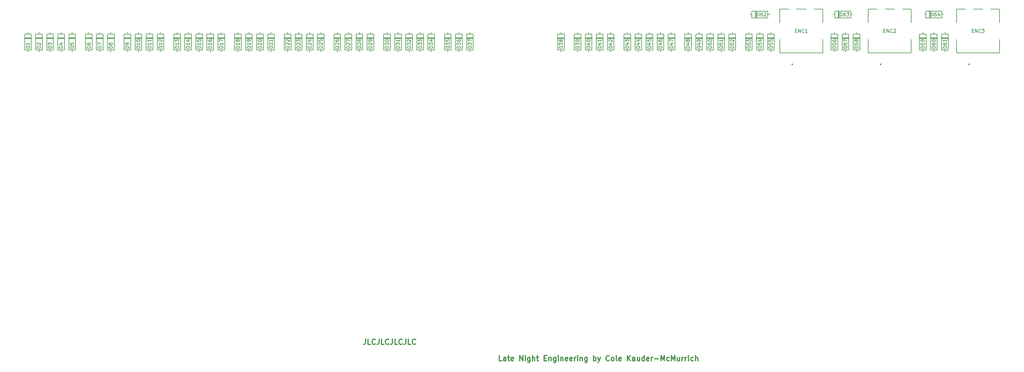
<source format=gto>
%TF.GenerationSoftware,KiCad,Pcbnew,7.0.4*%
%TF.CreationDate,2023-05-29T10:37:39-04:00*%
%TF.ProjectId,keyboard,6b657962-6f61-4726-942e-6b696361645f,rev?*%
%TF.SameCoordinates,Original*%
%TF.FileFunction,Legend,Top*%
%TF.FilePolarity,Positive*%
%FSLAX46Y46*%
G04 Gerber Fmt 4.6, Leading zero omitted, Abs format (unit mm)*
G04 Created by KiCad (PCBNEW 7.0.4) date 2023-05-29 10:37:39*
%MOMM*%
%LPD*%
G01*
G04 APERTURE LIST*
%ADD10C,0.300000*%
%ADD11C,0.150000*%
%ADD12C,0.250000*%
%ADD13C,3.048000*%
%ADD14C,3.987800*%
%ADD15C,1.750000*%
%ADD16R,1.200000X1.200000*%
%ADD17C,1.200000*%
%ADD18C,5.000000*%
%ADD19C,1.550000*%
%ADD20R,1.550000X1.550000*%
%ADD21O,1.800000X1.800000*%
%ADD22O,1.500000X1.500000*%
%ADD23O,1.700000X1.700000*%
%ADD24R,1.700000X1.700000*%
G04 APERTURE END LIST*
D10*
X155764332Y-159432078D02*
X155764332Y-160503507D01*
X155764332Y-160503507D02*
X155692903Y-160717792D01*
X155692903Y-160717792D02*
X155550046Y-160860650D01*
X155550046Y-160860650D02*
X155335760Y-160932078D01*
X155335760Y-160932078D02*
X155192903Y-160932078D01*
X157192903Y-160932078D02*
X156478617Y-160932078D01*
X156478617Y-160932078D02*
X156478617Y-159432078D01*
X158550046Y-160789221D02*
X158478618Y-160860650D01*
X158478618Y-160860650D02*
X158264332Y-160932078D01*
X158264332Y-160932078D02*
X158121475Y-160932078D01*
X158121475Y-160932078D02*
X157907189Y-160860650D01*
X157907189Y-160860650D02*
X157764332Y-160717792D01*
X157764332Y-160717792D02*
X157692903Y-160574935D01*
X157692903Y-160574935D02*
X157621475Y-160289221D01*
X157621475Y-160289221D02*
X157621475Y-160074935D01*
X157621475Y-160074935D02*
X157692903Y-159789221D01*
X157692903Y-159789221D02*
X157764332Y-159646364D01*
X157764332Y-159646364D02*
X157907189Y-159503507D01*
X157907189Y-159503507D02*
X158121475Y-159432078D01*
X158121475Y-159432078D02*
X158264332Y-159432078D01*
X158264332Y-159432078D02*
X158478618Y-159503507D01*
X158478618Y-159503507D02*
X158550046Y-159574935D01*
X159621475Y-159432078D02*
X159621475Y-160503507D01*
X159621475Y-160503507D02*
X159550046Y-160717792D01*
X159550046Y-160717792D02*
X159407189Y-160860650D01*
X159407189Y-160860650D02*
X159192903Y-160932078D01*
X159192903Y-160932078D02*
X159050046Y-160932078D01*
X161050046Y-160932078D02*
X160335760Y-160932078D01*
X160335760Y-160932078D02*
X160335760Y-159432078D01*
X162407189Y-160789221D02*
X162335761Y-160860650D01*
X162335761Y-160860650D02*
X162121475Y-160932078D01*
X162121475Y-160932078D02*
X161978618Y-160932078D01*
X161978618Y-160932078D02*
X161764332Y-160860650D01*
X161764332Y-160860650D02*
X161621475Y-160717792D01*
X161621475Y-160717792D02*
X161550046Y-160574935D01*
X161550046Y-160574935D02*
X161478618Y-160289221D01*
X161478618Y-160289221D02*
X161478618Y-160074935D01*
X161478618Y-160074935D02*
X161550046Y-159789221D01*
X161550046Y-159789221D02*
X161621475Y-159646364D01*
X161621475Y-159646364D02*
X161764332Y-159503507D01*
X161764332Y-159503507D02*
X161978618Y-159432078D01*
X161978618Y-159432078D02*
X162121475Y-159432078D01*
X162121475Y-159432078D02*
X162335761Y-159503507D01*
X162335761Y-159503507D02*
X162407189Y-159574935D01*
X163478618Y-159432078D02*
X163478618Y-160503507D01*
X163478618Y-160503507D02*
X163407189Y-160717792D01*
X163407189Y-160717792D02*
X163264332Y-160860650D01*
X163264332Y-160860650D02*
X163050046Y-160932078D01*
X163050046Y-160932078D02*
X162907189Y-160932078D01*
X164907189Y-160932078D02*
X164192903Y-160932078D01*
X164192903Y-160932078D02*
X164192903Y-159432078D01*
X166264332Y-160789221D02*
X166192904Y-160860650D01*
X166192904Y-160860650D02*
X165978618Y-160932078D01*
X165978618Y-160932078D02*
X165835761Y-160932078D01*
X165835761Y-160932078D02*
X165621475Y-160860650D01*
X165621475Y-160860650D02*
X165478618Y-160717792D01*
X165478618Y-160717792D02*
X165407189Y-160574935D01*
X165407189Y-160574935D02*
X165335761Y-160289221D01*
X165335761Y-160289221D02*
X165335761Y-160074935D01*
X165335761Y-160074935D02*
X165407189Y-159789221D01*
X165407189Y-159789221D02*
X165478618Y-159646364D01*
X165478618Y-159646364D02*
X165621475Y-159503507D01*
X165621475Y-159503507D02*
X165835761Y-159432078D01*
X165835761Y-159432078D02*
X165978618Y-159432078D01*
X165978618Y-159432078D02*
X166192904Y-159503507D01*
X166192904Y-159503507D02*
X166264332Y-159574935D01*
X167335761Y-159432078D02*
X167335761Y-160503507D01*
X167335761Y-160503507D02*
X167264332Y-160717792D01*
X167264332Y-160717792D02*
X167121475Y-160860650D01*
X167121475Y-160860650D02*
X166907189Y-160932078D01*
X166907189Y-160932078D02*
X166764332Y-160932078D01*
X168764332Y-160932078D02*
X168050046Y-160932078D01*
X168050046Y-160932078D02*
X168050046Y-159432078D01*
X170121475Y-160789221D02*
X170050047Y-160860650D01*
X170050047Y-160860650D02*
X169835761Y-160932078D01*
X169835761Y-160932078D02*
X169692904Y-160932078D01*
X169692904Y-160932078D02*
X169478618Y-160860650D01*
X169478618Y-160860650D02*
X169335761Y-160717792D01*
X169335761Y-160717792D02*
X169264332Y-160574935D01*
X169264332Y-160574935D02*
X169192904Y-160289221D01*
X169192904Y-160289221D02*
X169192904Y-160074935D01*
X169192904Y-160074935D02*
X169264332Y-159789221D01*
X169264332Y-159789221D02*
X169335761Y-159646364D01*
X169335761Y-159646364D02*
X169478618Y-159503507D01*
X169478618Y-159503507D02*
X169692904Y-159432078D01*
X169692904Y-159432078D02*
X169835761Y-159432078D01*
X169835761Y-159432078D02*
X170050047Y-159503507D01*
X170050047Y-159503507D02*
X170121475Y-159574935D01*
X194943796Y-165694578D02*
X194229510Y-165694578D01*
X194229510Y-165694578D02*
X194229510Y-164194578D01*
X196086654Y-165694578D02*
X196086654Y-164908864D01*
X196086654Y-164908864D02*
X196015225Y-164766007D01*
X196015225Y-164766007D02*
X195872368Y-164694578D01*
X195872368Y-164694578D02*
X195586654Y-164694578D01*
X195586654Y-164694578D02*
X195443796Y-164766007D01*
X196086654Y-165623150D02*
X195943796Y-165694578D01*
X195943796Y-165694578D02*
X195586654Y-165694578D01*
X195586654Y-165694578D02*
X195443796Y-165623150D01*
X195443796Y-165623150D02*
X195372368Y-165480292D01*
X195372368Y-165480292D02*
X195372368Y-165337435D01*
X195372368Y-165337435D02*
X195443796Y-165194578D01*
X195443796Y-165194578D02*
X195586654Y-165123150D01*
X195586654Y-165123150D02*
X195943796Y-165123150D01*
X195943796Y-165123150D02*
X196086654Y-165051721D01*
X196586654Y-164694578D02*
X197158082Y-164694578D01*
X196800939Y-164194578D02*
X196800939Y-165480292D01*
X196800939Y-165480292D02*
X196872368Y-165623150D01*
X196872368Y-165623150D02*
X197015225Y-165694578D01*
X197015225Y-165694578D02*
X197158082Y-165694578D01*
X198229511Y-165623150D02*
X198086654Y-165694578D01*
X198086654Y-165694578D02*
X197800940Y-165694578D01*
X197800940Y-165694578D02*
X197658082Y-165623150D01*
X197658082Y-165623150D02*
X197586654Y-165480292D01*
X197586654Y-165480292D02*
X197586654Y-164908864D01*
X197586654Y-164908864D02*
X197658082Y-164766007D01*
X197658082Y-164766007D02*
X197800940Y-164694578D01*
X197800940Y-164694578D02*
X198086654Y-164694578D01*
X198086654Y-164694578D02*
X198229511Y-164766007D01*
X198229511Y-164766007D02*
X198300940Y-164908864D01*
X198300940Y-164908864D02*
X198300940Y-165051721D01*
X198300940Y-165051721D02*
X197586654Y-165194578D01*
X200086653Y-165694578D02*
X200086653Y-164194578D01*
X200086653Y-164194578D02*
X200943796Y-165694578D01*
X200943796Y-165694578D02*
X200943796Y-164194578D01*
X201658082Y-165694578D02*
X201658082Y-164694578D01*
X201658082Y-164194578D02*
X201586654Y-164266007D01*
X201586654Y-164266007D02*
X201658082Y-164337435D01*
X201658082Y-164337435D02*
X201729511Y-164266007D01*
X201729511Y-164266007D02*
X201658082Y-164194578D01*
X201658082Y-164194578D02*
X201658082Y-164337435D01*
X203015226Y-164694578D02*
X203015226Y-165908864D01*
X203015226Y-165908864D02*
X202943797Y-166051721D01*
X202943797Y-166051721D02*
X202872368Y-166123150D01*
X202872368Y-166123150D02*
X202729511Y-166194578D01*
X202729511Y-166194578D02*
X202515226Y-166194578D01*
X202515226Y-166194578D02*
X202372368Y-166123150D01*
X203015226Y-165623150D02*
X202872368Y-165694578D01*
X202872368Y-165694578D02*
X202586654Y-165694578D01*
X202586654Y-165694578D02*
X202443797Y-165623150D01*
X202443797Y-165623150D02*
X202372368Y-165551721D01*
X202372368Y-165551721D02*
X202300940Y-165408864D01*
X202300940Y-165408864D02*
X202300940Y-164980292D01*
X202300940Y-164980292D02*
X202372368Y-164837435D01*
X202372368Y-164837435D02*
X202443797Y-164766007D01*
X202443797Y-164766007D02*
X202586654Y-164694578D01*
X202586654Y-164694578D02*
X202872368Y-164694578D01*
X202872368Y-164694578D02*
X203015226Y-164766007D01*
X203729511Y-165694578D02*
X203729511Y-164194578D01*
X204372369Y-165694578D02*
X204372369Y-164908864D01*
X204372369Y-164908864D02*
X204300940Y-164766007D01*
X204300940Y-164766007D02*
X204158083Y-164694578D01*
X204158083Y-164694578D02*
X203943797Y-164694578D01*
X203943797Y-164694578D02*
X203800940Y-164766007D01*
X203800940Y-164766007D02*
X203729511Y-164837435D01*
X204872369Y-164694578D02*
X205443797Y-164694578D01*
X205086654Y-164194578D02*
X205086654Y-165480292D01*
X205086654Y-165480292D02*
X205158083Y-165623150D01*
X205158083Y-165623150D02*
X205300940Y-165694578D01*
X205300940Y-165694578D02*
X205443797Y-165694578D01*
X207086654Y-164908864D02*
X207586654Y-164908864D01*
X207800940Y-165694578D02*
X207086654Y-165694578D01*
X207086654Y-165694578D02*
X207086654Y-164194578D01*
X207086654Y-164194578D02*
X207800940Y-164194578D01*
X208443797Y-164694578D02*
X208443797Y-165694578D01*
X208443797Y-164837435D02*
X208515226Y-164766007D01*
X208515226Y-164766007D02*
X208658083Y-164694578D01*
X208658083Y-164694578D02*
X208872369Y-164694578D01*
X208872369Y-164694578D02*
X209015226Y-164766007D01*
X209015226Y-164766007D02*
X209086655Y-164908864D01*
X209086655Y-164908864D02*
X209086655Y-165694578D01*
X210443798Y-164694578D02*
X210443798Y-165908864D01*
X210443798Y-165908864D02*
X210372369Y-166051721D01*
X210372369Y-166051721D02*
X210300940Y-166123150D01*
X210300940Y-166123150D02*
X210158083Y-166194578D01*
X210158083Y-166194578D02*
X209943798Y-166194578D01*
X209943798Y-166194578D02*
X209800940Y-166123150D01*
X210443798Y-165623150D02*
X210300940Y-165694578D01*
X210300940Y-165694578D02*
X210015226Y-165694578D01*
X210015226Y-165694578D02*
X209872369Y-165623150D01*
X209872369Y-165623150D02*
X209800940Y-165551721D01*
X209800940Y-165551721D02*
X209729512Y-165408864D01*
X209729512Y-165408864D02*
X209729512Y-164980292D01*
X209729512Y-164980292D02*
X209800940Y-164837435D01*
X209800940Y-164837435D02*
X209872369Y-164766007D01*
X209872369Y-164766007D02*
X210015226Y-164694578D01*
X210015226Y-164694578D02*
X210300940Y-164694578D01*
X210300940Y-164694578D02*
X210443798Y-164766007D01*
X211158083Y-165694578D02*
X211158083Y-164694578D01*
X211158083Y-164194578D02*
X211086655Y-164266007D01*
X211086655Y-164266007D02*
X211158083Y-164337435D01*
X211158083Y-164337435D02*
X211229512Y-164266007D01*
X211229512Y-164266007D02*
X211158083Y-164194578D01*
X211158083Y-164194578D02*
X211158083Y-164337435D01*
X211872369Y-164694578D02*
X211872369Y-165694578D01*
X211872369Y-164837435D02*
X211943798Y-164766007D01*
X211943798Y-164766007D02*
X212086655Y-164694578D01*
X212086655Y-164694578D02*
X212300941Y-164694578D01*
X212300941Y-164694578D02*
X212443798Y-164766007D01*
X212443798Y-164766007D02*
X212515227Y-164908864D01*
X212515227Y-164908864D02*
X212515227Y-165694578D01*
X213800941Y-165623150D02*
X213658084Y-165694578D01*
X213658084Y-165694578D02*
X213372370Y-165694578D01*
X213372370Y-165694578D02*
X213229512Y-165623150D01*
X213229512Y-165623150D02*
X213158084Y-165480292D01*
X213158084Y-165480292D02*
X213158084Y-164908864D01*
X213158084Y-164908864D02*
X213229512Y-164766007D01*
X213229512Y-164766007D02*
X213372370Y-164694578D01*
X213372370Y-164694578D02*
X213658084Y-164694578D01*
X213658084Y-164694578D02*
X213800941Y-164766007D01*
X213800941Y-164766007D02*
X213872370Y-164908864D01*
X213872370Y-164908864D02*
X213872370Y-165051721D01*
X213872370Y-165051721D02*
X213158084Y-165194578D01*
X215086655Y-165623150D02*
X214943798Y-165694578D01*
X214943798Y-165694578D02*
X214658084Y-165694578D01*
X214658084Y-165694578D02*
X214515226Y-165623150D01*
X214515226Y-165623150D02*
X214443798Y-165480292D01*
X214443798Y-165480292D02*
X214443798Y-164908864D01*
X214443798Y-164908864D02*
X214515226Y-164766007D01*
X214515226Y-164766007D02*
X214658084Y-164694578D01*
X214658084Y-164694578D02*
X214943798Y-164694578D01*
X214943798Y-164694578D02*
X215086655Y-164766007D01*
X215086655Y-164766007D02*
X215158084Y-164908864D01*
X215158084Y-164908864D02*
X215158084Y-165051721D01*
X215158084Y-165051721D02*
X214443798Y-165194578D01*
X215800940Y-165694578D02*
X215800940Y-164694578D01*
X215800940Y-164980292D02*
X215872369Y-164837435D01*
X215872369Y-164837435D02*
X215943798Y-164766007D01*
X215943798Y-164766007D02*
X216086655Y-164694578D01*
X216086655Y-164694578D02*
X216229512Y-164694578D01*
X216729511Y-165694578D02*
X216729511Y-164694578D01*
X216729511Y-164194578D02*
X216658083Y-164266007D01*
X216658083Y-164266007D02*
X216729511Y-164337435D01*
X216729511Y-164337435D02*
X216800940Y-164266007D01*
X216800940Y-164266007D02*
X216729511Y-164194578D01*
X216729511Y-164194578D02*
X216729511Y-164337435D01*
X217443797Y-164694578D02*
X217443797Y-165694578D01*
X217443797Y-164837435D02*
X217515226Y-164766007D01*
X217515226Y-164766007D02*
X217658083Y-164694578D01*
X217658083Y-164694578D02*
X217872369Y-164694578D01*
X217872369Y-164694578D02*
X218015226Y-164766007D01*
X218015226Y-164766007D02*
X218086655Y-164908864D01*
X218086655Y-164908864D02*
X218086655Y-165694578D01*
X219443798Y-164694578D02*
X219443798Y-165908864D01*
X219443798Y-165908864D02*
X219372369Y-166051721D01*
X219372369Y-166051721D02*
X219300940Y-166123150D01*
X219300940Y-166123150D02*
X219158083Y-166194578D01*
X219158083Y-166194578D02*
X218943798Y-166194578D01*
X218943798Y-166194578D02*
X218800940Y-166123150D01*
X219443798Y-165623150D02*
X219300940Y-165694578D01*
X219300940Y-165694578D02*
X219015226Y-165694578D01*
X219015226Y-165694578D02*
X218872369Y-165623150D01*
X218872369Y-165623150D02*
X218800940Y-165551721D01*
X218800940Y-165551721D02*
X218729512Y-165408864D01*
X218729512Y-165408864D02*
X218729512Y-164980292D01*
X218729512Y-164980292D02*
X218800940Y-164837435D01*
X218800940Y-164837435D02*
X218872369Y-164766007D01*
X218872369Y-164766007D02*
X219015226Y-164694578D01*
X219015226Y-164694578D02*
X219300940Y-164694578D01*
X219300940Y-164694578D02*
X219443798Y-164766007D01*
X221300940Y-165694578D02*
X221300940Y-164194578D01*
X221300940Y-164766007D02*
X221443798Y-164694578D01*
X221443798Y-164694578D02*
X221729512Y-164694578D01*
X221729512Y-164694578D02*
X221872369Y-164766007D01*
X221872369Y-164766007D02*
X221943798Y-164837435D01*
X221943798Y-164837435D02*
X222015226Y-164980292D01*
X222015226Y-164980292D02*
X222015226Y-165408864D01*
X222015226Y-165408864D02*
X221943798Y-165551721D01*
X221943798Y-165551721D02*
X221872369Y-165623150D01*
X221872369Y-165623150D02*
X221729512Y-165694578D01*
X221729512Y-165694578D02*
X221443798Y-165694578D01*
X221443798Y-165694578D02*
X221300940Y-165623150D01*
X222515226Y-164694578D02*
X222872369Y-165694578D01*
X223229512Y-164694578D02*
X222872369Y-165694578D01*
X222872369Y-165694578D02*
X222729512Y-166051721D01*
X222729512Y-166051721D02*
X222658083Y-166123150D01*
X222658083Y-166123150D02*
X222515226Y-166194578D01*
X225800940Y-165551721D02*
X225729512Y-165623150D01*
X225729512Y-165623150D02*
X225515226Y-165694578D01*
X225515226Y-165694578D02*
X225372369Y-165694578D01*
X225372369Y-165694578D02*
X225158083Y-165623150D01*
X225158083Y-165623150D02*
X225015226Y-165480292D01*
X225015226Y-165480292D02*
X224943797Y-165337435D01*
X224943797Y-165337435D02*
X224872369Y-165051721D01*
X224872369Y-165051721D02*
X224872369Y-164837435D01*
X224872369Y-164837435D02*
X224943797Y-164551721D01*
X224943797Y-164551721D02*
X225015226Y-164408864D01*
X225015226Y-164408864D02*
X225158083Y-164266007D01*
X225158083Y-164266007D02*
X225372369Y-164194578D01*
X225372369Y-164194578D02*
X225515226Y-164194578D01*
X225515226Y-164194578D02*
X225729512Y-164266007D01*
X225729512Y-164266007D02*
X225800940Y-164337435D01*
X226658083Y-165694578D02*
X226515226Y-165623150D01*
X226515226Y-165623150D02*
X226443797Y-165551721D01*
X226443797Y-165551721D02*
X226372369Y-165408864D01*
X226372369Y-165408864D02*
X226372369Y-164980292D01*
X226372369Y-164980292D02*
X226443797Y-164837435D01*
X226443797Y-164837435D02*
X226515226Y-164766007D01*
X226515226Y-164766007D02*
X226658083Y-164694578D01*
X226658083Y-164694578D02*
X226872369Y-164694578D01*
X226872369Y-164694578D02*
X227015226Y-164766007D01*
X227015226Y-164766007D02*
X227086655Y-164837435D01*
X227086655Y-164837435D02*
X227158083Y-164980292D01*
X227158083Y-164980292D02*
X227158083Y-165408864D01*
X227158083Y-165408864D02*
X227086655Y-165551721D01*
X227086655Y-165551721D02*
X227015226Y-165623150D01*
X227015226Y-165623150D02*
X226872369Y-165694578D01*
X226872369Y-165694578D02*
X226658083Y-165694578D01*
X228015226Y-165694578D02*
X227872369Y-165623150D01*
X227872369Y-165623150D02*
X227800940Y-165480292D01*
X227800940Y-165480292D02*
X227800940Y-164194578D01*
X229158083Y-165623150D02*
X229015226Y-165694578D01*
X229015226Y-165694578D02*
X228729512Y-165694578D01*
X228729512Y-165694578D02*
X228586654Y-165623150D01*
X228586654Y-165623150D02*
X228515226Y-165480292D01*
X228515226Y-165480292D02*
X228515226Y-164908864D01*
X228515226Y-164908864D02*
X228586654Y-164766007D01*
X228586654Y-164766007D02*
X228729512Y-164694578D01*
X228729512Y-164694578D02*
X229015226Y-164694578D01*
X229015226Y-164694578D02*
X229158083Y-164766007D01*
X229158083Y-164766007D02*
X229229512Y-164908864D01*
X229229512Y-164908864D02*
X229229512Y-165051721D01*
X229229512Y-165051721D02*
X228515226Y-165194578D01*
X231015225Y-165694578D02*
X231015225Y-164194578D01*
X231872368Y-165694578D02*
X231229511Y-164837435D01*
X231872368Y-164194578D02*
X231015225Y-165051721D01*
X233158083Y-165694578D02*
X233158083Y-164908864D01*
X233158083Y-164908864D02*
X233086654Y-164766007D01*
X233086654Y-164766007D02*
X232943797Y-164694578D01*
X232943797Y-164694578D02*
X232658083Y-164694578D01*
X232658083Y-164694578D02*
X232515225Y-164766007D01*
X233158083Y-165623150D02*
X233015225Y-165694578D01*
X233015225Y-165694578D02*
X232658083Y-165694578D01*
X232658083Y-165694578D02*
X232515225Y-165623150D01*
X232515225Y-165623150D02*
X232443797Y-165480292D01*
X232443797Y-165480292D02*
X232443797Y-165337435D01*
X232443797Y-165337435D02*
X232515225Y-165194578D01*
X232515225Y-165194578D02*
X232658083Y-165123150D01*
X232658083Y-165123150D02*
X233015225Y-165123150D01*
X233015225Y-165123150D02*
X233158083Y-165051721D01*
X234515226Y-164694578D02*
X234515226Y-165694578D01*
X233872368Y-164694578D02*
X233872368Y-165480292D01*
X233872368Y-165480292D02*
X233943797Y-165623150D01*
X233943797Y-165623150D02*
X234086654Y-165694578D01*
X234086654Y-165694578D02*
X234300940Y-165694578D01*
X234300940Y-165694578D02*
X234443797Y-165623150D01*
X234443797Y-165623150D02*
X234515226Y-165551721D01*
X235872369Y-165694578D02*
X235872369Y-164194578D01*
X235872369Y-165623150D02*
X235729511Y-165694578D01*
X235729511Y-165694578D02*
X235443797Y-165694578D01*
X235443797Y-165694578D02*
X235300940Y-165623150D01*
X235300940Y-165623150D02*
X235229511Y-165551721D01*
X235229511Y-165551721D02*
X235158083Y-165408864D01*
X235158083Y-165408864D02*
X235158083Y-164980292D01*
X235158083Y-164980292D02*
X235229511Y-164837435D01*
X235229511Y-164837435D02*
X235300940Y-164766007D01*
X235300940Y-164766007D02*
X235443797Y-164694578D01*
X235443797Y-164694578D02*
X235729511Y-164694578D01*
X235729511Y-164694578D02*
X235872369Y-164766007D01*
X237158083Y-165623150D02*
X237015226Y-165694578D01*
X237015226Y-165694578D02*
X236729512Y-165694578D01*
X236729512Y-165694578D02*
X236586654Y-165623150D01*
X236586654Y-165623150D02*
X236515226Y-165480292D01*
X236515226Y-165480292D02*
X236515226Y-164908864D01*
X236515226Y-164908864D02*
X236586654Y-164766007D01*
X236586654Y-164766007D02*
X236729512Y-164694578D01*
X236729512Y-164694578D02*
X237015226Y-164694578D01*
X237015226Y-164694578D02*
X237158083Y-164766007D01*
X237158083Y-164766007D02*
X237229512Y-164908864D01*
X237229512Y-164908864D02*
X237229512Y-165051721D01*
X237229512Y-165051721D02*
X236515226Y-165194578D01*
X237872368Y-165694578D02*
X237872368Y-164694578D01*
X237872368Y-164980292D02*
X237943797Y-164837435D01*
X237943797Y-164837435D02*
X238015226Y-164766007D01*
X238015226Y-164766007D02*
X238158083Y-164694578D01*
X238158083Y-164694578D02*
X238300940Y-164694578D01*
X238800939Y-165123150D02*
X239943797Y-165123150D01*
X240658082Y-165694578D02*
X240658082Y-164194578D01*
X240658082Y-164194578D02*
X241158082Y-165266007D01*
X241158082Y-165266007D02*
X241658082Y-164194578D01*
X241658082Y-164194578D02*
X241658082Y-165694578D01*
X243015226Y-165623150D02*
X242872368Y-165694578D01*
X242872368Y-165694578D02*
X242586654Y-165694578D01*
X242586654Y-165694578D02*
X242443797Y-165623150D01*
X242443797Y-165623150D02*
X242372368Y-165551721D01*
X242372368Y-165551721D02*
X242300940Y-165408864D01*
X242300940Y-165408864D02*
X242300940Y-164980292D01*
X242300940Y-164980292D02*
X242372368Y-164837435D01*
X242372368Y-164837435D02*
X242443797Y-164766007D01*
X242443797Y-164766007D02*
X242586654Y-164694578D01*
X242586654Y-164694578D02*
X242872368Y-164694578D01*
X242872368Y-164694578D02*
X243015226Y-164766007D01*
X243658082Y-165694578D02*
X243658082Y-164194578D01*
X243658082Y-164194578D02*
X244158082Y-165266007D01*
X244158082Y-165266007D02*
X244658082Y-164194578D01*
X244658082Y-164194578D02*
X244658082Y-165694578D01*
X246015226Y-164694578D02*
X246015226Y-165694578D01*
X245372368Y-164694578D02*
X245372368Y-165480292D01*
X245372368Y-165480292D02*
X245443797Y-165623150D01*
X245443797Y-165623150D02*
X245586654Y-165694578D01*
X245586654Y-165694578D02*
X245800940Y-165694578D01*
X245800940Y-165694578D02*
X245943797Y-165623150D01*
X245943797Y-165623150D02*
X246015226Y-165551721D01*
X246729511Y-165694578D02*
X246729511Y-164694578D01*
X246729511Y-164980292D02*
X246800940Y-164837435D01*
X246800940Y-164837435D02*
X246872369Y-164766007D01*
X246872369Y-164766007D02*
X247015226Y-164694578D01*
X247015226Y-164694578D02*
X247158083Y-164694578D01*
X247658082Y-165694578D02*
X247658082Y-164694578D01*
X247658082Y-164980292D02*
X247729511Y-164837435D01*
X247729511Y-164837435D02*
X247800940Y-164766007D01*
X247800940Y-164766007D02*
X247943797Y-164694578D01*
X247943797Y-164694578D02*
X248086654Y-164694578D01*
X248586653Y-165694578D02*
X248586653Y-164694578D01*
X248586653Y-164194578D02*
X248515225Y-164266007D01*
X248515225Y-164266007D02*
X248586653Y-164337435D01*
X248586653Y-164337435D02*
X248658082Y-164266007D01*
X248658082Y-164266007D02*
X248586653Y-164194578D01*
X248586653Y-164194578D02*
X248586653Y-164337435D01*
X249943797Y-165623150D02*
X249800939Y-165694578D01*
X249800939Y-165694578D02*
X249515225Y-165694578D01*
X249515225Y-165694578D02*
X249372368Y-165623150D01*
X249372368Y-165623150D02*
X249300939Y-165551721D01*
X249300939Y-165551721D02*
X249229511Y-165408864D01*
X249229511Y-165408864D02*
X249229511Y-164980292D01*
X249229511Y-164980292D02*
X249300939Y-164837435D01*
X249300939Y-164837435D02*
X249372368Y-164766007D01*
X249372368Y-164766007D02*
X249515225Y-164694578D01*
X249515225Y-164694578D02*
X249800939Y-164694578D01*
X249800939Y-164694578D02*
X249943797Y-164766007D01*
X250586653Y-165694578D02*
X250586653Y-164194578D01*
X251229511Y-165694578D02*
X251229511Y-164908864D01*
X251229511Y-164908864D02*
X251158082Y-164766007D01*
X251158082Y-164766007D02*
X251015225Y-164694578D01*
X251015225Y-164694578D02*
X250800939Y-164694578D01*
X250800939Y-164694578D02*
X250658082Y-164766007D01*
X250658082Y-164766007D02*
X250586653Y-164837435D01*
D11*
%TO.C,D43*%
X231436069Y-75581970D02*
X230436069Y-75581970D01*
X230436069Y-75581970D02*
X230436069Y-75343875D01*
X230436069Y-75343875D02*
X230483688Y-75201018D01*
X230483688Y-75201018D02*
X230578926Y-75105780D01*
X230578926Y-75105780D02*
X230674164Y-75058161D01*
X230674164Y-75058161D02*
X230864640Y-75010542D01*
X230864640Y-75010542D02*
X231007497Y-75010542D01*
X231007497Y-75010542D02*
X231197973Y-75058161D01*
X231197973Y-75058161D02*
X231293211Y-75105780D01*
X231293211Y-75105780D02*
X231388450Y-75201018D01*
X231388450Y-75201018D02*
X231436069Y-75343875D01*
X231436069Y-75343875D02*
X231436069Y-75581970D01*
X230769402Y-74153399D02*
X231436069Y-74153399D01*
X230388450Y-74391494D02*
X231102735Y-74629589D01*
X231102735Y-74629589D02*
X231102735Y-74010542D01*
X230436069Y-73724827D02*
X230436069Y-73105780D01*
X230436069Y-73105780D02*
X230817021Y-73439113D01*
X230817021Y-73439113D02*
X230817021Y-73296256D01*
X230817021Y-73296256D02*
X230864640Y-73201018D01*
X230864640Y-73201018D02*
X230912259Y-73153399D01*
X230912259Y-73153399D02*
X231007497Y-73105780D01*
X231007497Y-73105780D02*
X231245592Y-73105780D01*
X231245592Y-73105780D02*
X231340830Y-73153399D01*
X231340830Y-73153399D02*
X231388450Y-73201018D01*
X231388450Y-73201018D02*
X231436069Y-73296256D01*
X231436069Y-73296256D02*
X231436069Y-73581970D01*
X231436069Y-73581970D02*
X231388450Y-73677208D01*
X231388450Y-73677208D02*
X231340830Y-73724827D01*
%TO.C,D60*%
X319542319Y-75581970D02*
X318542319Y-75581970D01*
X318542319Y-75581970D02*
X318542319Y-75343875D01*
X318542319Y-75343875D02*
X318589938Y-75201018D01*
X318589938Y-75201018D02*
X318685176Y-75105780D01*
X318685176Y-75105780D02*
X318780414Y-75058161D01*
X318780414Y-75058161D02*
X318970890Y-75010542D01*
X318970890Y-75010542D02*
X319113747Y-75010542D01*
X319113747Y-75010542D02*
X319304223Y-75058161D01*
X319304223Y-75058161D02*
X319399461Y-75105780D01*
X319399461Y-75105780D02*
X319494700Y-75201018D01*
X319494700Y-75201018D02*
X319542319Y-75343875D01*
X319542319Y-75343875D02*
X319542319Y-75581970D01*
X318542319Y-74153399D02*
X318542319Y-74343875D01*
X318542319Y-74343875D02*
X318589938Y-74439113D01*
X318589938Y-74439113D02*
X318637557Y-74486732D01*
X318637557Y-74486732D02*
X318780414Y-74581970D01*
X318780414Y-74581970D02*
X318970890Y-74629589D01*
X318970890Y-74629589D02*
X319351842Y-74629589D01*
X319351842Y-74629589D02*
X319447080Y-74581970D01*
X319447080Y-74581970D02*
X319494700Y-74534351D01*
X319494700Y-74534351D02*
X319542319Y-74439113D01*
X319542319Y-74439113D02*
X319542319Y-74248637D01*
X319542319Y-74248637D02*
X319494700Y-74153399D01*
X319494700Y-74153399D02*
X319447080Y-74105780D01*
X319447080Y-74105780D02*
X319351842Y-74058161D01*
X319351842Y-74058161D02*
X319113747Y-74058161D01*
X319113747Y-74058161D02*
X319018509Y-74105780D01*
X319018509Y-74105780D02*
X318970890Y-74153399D01*
X318970890Y-74153399D02*
X318923271Y-74248637D01*
X318923271Y-74248637D02*
X318923271Y-74439113D01*
X318923271Y-74439113D02*
X318970890Y-74534351D01*
X318970890Y-74534351D02*
X319018509Y-74581970D01*
X319018509Y-74581970D02*
X319113747Y-74629589D01*
X318542319Y-73439113D02*
X318542319Y-73343875D01*
X318542319Y-73343875D02*
X318589938Y-73248637D01*
X318589938Y-73248637D02*
X318637557Y-73201018D01*
X318637557Y-73201018D02*
X318732795Y-73153399D01*
X318732795Y-73153399D02*
X318923271Y-73105780D01*
X318923271Y-73105780D02*
X319161366Y-73105780D01*
X319161366Y-73105780D02*
X319351842Y-73153399D01*
X319351842Y-73153399D02*
X319447080Y-73201018D01*
X319447080Y-73201018D02*
X319494700Y-73248637D01*
X319494700Y-73248637D02*
X319542319Y-73343875D01*
X319542319Y-73343875D02*
X319542319Y-73439113D01*
X319542319Y-73439113D02*
X319494700Y-73534351D01*
X319494700Y-73534351D02*
X319447080Y-73581970D01*
X319447080Y-73581970D02*
X319351842Y-73629589D01*
X319351842Y-73629589D02*
X319161366Y-73677208D01*
X319161366Y-73677208D02*
X318923271Y-73677208D01*
X318923271Y-73677208D02*
X318732795Y-73629589D01*
X318732795Y-73629589D02*
X318637557Y-73581970D01*
X318637557Y-73581970D02*
X318589938Y-73534351D01*
X318589938Y-73534351D02*
X318542319Y-73439113D01*
%TO.C,D52*%
X261598569Y-75581970D02*
X260598569Y-75581970D01*
X260598569Y-75581970D02*
X260598569Y-75343875D01*
X260598569Y-75343875D02*
X260646188Y-75201018D01*
X260646188Y-75201018D02*
X260741426Y-75105780D01*
X260741426Y-75105780D02*
X260836664Y-75058161D01*
X260836664Y-75058161D02*
X261027140Y-75010542D01*
X261027140Y-75010542D02*
X261169997Y-75010542D01*
X261169997Y-75010542D02*
X261360473Y-75058161D01*
X261360473Y-75058161D02*
X261455711Y-75105780D01*
X261455711Y-75105780D02*
X261550950Y-75201018D01*
X261550950Y-75201018D02*
X261598569Y-75343875D01*
X261598569Y-75343875D02*
X261598569Y-75581970D01*
X260598569Y-74105780D02*
X260598569Y-74581970D01*
X260598569Y-74581970D02*
X261074759Y-74629589D01*
X261074759Y-74629589D02*
X261027140Y-74581970D01*
X261027140Y-74581970D02*
X260979521Y-74486732D01*
X260979521Y-74486732D02*
X260979521Y-74248637D01*
X260979521Y-74248637D02*
X261027140Y-74153399D01*
X261027140Y-74153399D02*
X261074759Y-74105780D01*
X261074759Y-74105780D02*
X261169997Y-74058161D01*
X261169997Y-74058161D02*
X261408092Y-74058161D01*
X261408092Y-74058161D02*
X261503330Y-74105780D01*
X261503330Y-74105780D02*
X261550950Y-74153399D01*
X261550950Y-74153399D02*
X261598569Y-74248637D01*
X261598569Y-74248637D02*
X261598569Y-74486732D01*
X261598569Y-74486732D02*
X261550950Y-74581970D01*
X261550950Y-74581970D02*
X261503330Y-74629589D01*
X260693807Y-73677208D02*
X260646188Y-73629589D01*
X260646188Y-73629589D02*
X260598569Y-73534351D01*
X260598569Y-73534351D02*
X260598569Y-73296256D01*
X260598569Y-73296256D02*
X260646188Y-73201018D01*
X260646188Y-73201018D02*
X260693807Y-73153399D01*
X260693807Y-73153399D02*
X260789045Y-73105780D01*
X260789045Y-73105780D02*
X260884283Y-73105780D01*
X260884283Y-73105780D02*
X261027140Y-73153399D01*
X261027140Y-73153399D02*
X261598569Y-73724827D01*
X261598569Y-73724827D02*
X261598569Y-73105780D01*
%TO.C,D46*%
X240961069Y-75581970D02*
X239961069Y-75581970D01*
X239961069Y-75581970D02*
X239961069Y-75343875D01*
X239961069Y-75343875D02*
X240008688Y-75201018D01*
X240008688Y-75201018D02*
X240103926Y-75105780D01*
X240103926Y-75105780D02*
X240199164Y-75058161D01*
X240199164Y-75058161D02*
X240389640Y-75010542D01*
X240389640Y-75010542D02*
X240532497Y-75010542D01*
X240532497Y-75010542D02*
X240722973Y-75058161D01*
X240722973Y-75058161D02*
X240818211Y-75105780D01*
X240818211Y-75105780D02*
X240913450Y-75201018D01*
X240913450Y-75201018D02*
X240961069Y-75343875D01*
X240961069Y-75343875D02*
X240961069Y-75581970D01*
X240294402Y-74153399D02*
X240961069Y-74153399D01*
X239913450Y-74391494D02*
X240627735Y-74629589D01*
X240627735Y-74629589D02*
X240627735Y-74010542D01*
X239961069Y-73201018D02*
X239961069Y-73391494D01*
X239961069Y-73391494D02*
X240008688Y-73486732D01*
X240008688Y-73486732D02*
X240056307Y-73534351D01*
X240056307Y-73534351D02*
X240199164Y-73629589D01*
X240199164Y-73629589D02*
X240389640Y-73677208D01*
X240389640Y-73677208D02*
X240770592Y-73677208D01*
X240770592Y-73677208D02*
X240865830Y-73629589D01*
X240865830Y-73629589D02*
X240913450Y-73581970D01*
X240913450Y-73581970D02*
X240961069Y-73486732D01*
X240961069Y-73486732D02*
X240961069Y-73296256D01*
X240961069Y-73296256D02*
X240913450Y-73201018D01*
X240913450Y-73201018D02*
X240865830Y-73153399D01*
X240865830Y-73153399D02*
X240770592Y-73105780D01*
X240770592Y-73105780D02*
X240532497Y-73105780D01*
X240532497Y-73105780D02*
X240437259Y-73153399D01*
X240437259Y-73153399D02*
X240389640Y-73201018D01*
X240389640Y-73201018D02*
X240342021Y-73296256D01*
X240342021Y-73296256D02*
X240342021Y-73486732D01*
X240342021Y-73486732D02*
X240389640Y-73581970D01*
X240389640Y-73581970D02*
X240437259Y-73629589D01*
X240437259Y-73629589D02*
X240532497Y-73677208D01*
%TO.C,D8*%
X83004819Y-75581970D02*
X82004819Y-75581970D01*
X82004819Y-75581970D02*
X82004819Y-75343875D01*
X82004819Y-75343875D02*
X82052438Y-75201018D01*
X82052438Y-75201018D02*
X82147676Y-75105780D01*
X82147676Y-75105780D02*
X82242914Y-75058161D01*
X82242914Y-75058161D02*
X82433390Y-75010542D01*
X82433390Y-75010542D02*
X82576247Y-75010542D01*
X82576247Y-75010542D02*
X82766723Y-75058161D01*
X82766723Y-75058161D02*
X82861961Y-75105780D01*
X82861961Y-75105780D02*
X82957200Y-75201018D01*
X82957200Y-75201018D02*
X83004819Y-75343875D01*
X83004819Y-75343875D02*
X83004819Y-75581970D01*
X82433390Y-74439113D02*
X82385771Y-74534351D01*
X82385771Y-74534351D02*
X82338152Y-74581970D01*
X82338152Y-74581970D02*
X82242914Y-74629589D01*
X82242914Y-74629589D02*
X82195295Y-74629589D01*
X82195295Y-74629589D02*
X82100057Y-74581970D01*
X82100057Y-74581970D02*
X82052438Y-74534351D01*
X82052438Y-74534351D02*
X82004819Y-74439113D01*
X82004819Y-74439113D02*
X82004819Y-74248637D01*
X82004819Y-74248637D02*
X82052438Y-74153399D01*
X82052438Y-74153399D02*
X82100057Y-74105780D01*
X82100057Y-74105780D02*
X82195295Y-74058161D01*
X82195295Y-74058161D02*
X82242914Y-74058161D01*
X82242914Y-74058161D02*
X82338152Y-74105780D01*
X82338152Y-74105780D02*
X82385771Y-74153399D01*
X82385771Y-74153399D02*
X82433390Y-74248637D01*
X82433390Y-74248637D02*
X82433390Y-74439113D01*
X82433390Y-74439113D02*
X82481009Y-74534351D01*
X82481009Y-74534351D02*
X82528628Y-74581970D01*
X82528628Y-74581970D02*
X82623866Y-74629589D01*
X82623866Y-74629589D02*
X82814342Y-74629589D01*
X82814342Y-74629589D02*
X82909580Y-74581970D01*
X82909580Y-74581970D02*
X82957200Y-74534351D01*
X82957200Y-74534351D02*
X83004819Y-74439113D01*
X83004819Y-74439113D02*
X83004819Y-74248637D01*
X83004819Y-74248637D02*
X82957200Y-74153399D01*
X82957200Y-74153399D02*
X82909580Y-74105780D01*
X82909580Y-74105780D02*
X82814342Y-74058161D01*
X82814342Y-74058161D02*
X82623866Y-74058161D01*
X82623866Y-74058161D02*
X82528628Y-74105780D01*
X82528628Y-74105780D02*
X82481009Y-74153399D01*
X82481009Y-74153399D02*
X82433390Y-74248637D01*
%TO.C,D31*%
X165554819Y-75581970D02*
X164554819Y-75581970D01*
X164554819Y-75581970D02*
X164554819Y-75343875D01*
X164554819Y-75343875D02*
X164602438Y-75201018D01*
X164602438Y-75201018D02*
X164697676Y-75105780D01*
X164697676Y-75105780D02*
X164792914Y-75058161D01*
X164792914Y-75058161D02*
X164983390Y-75010542D01*
X164983390Y-75010542D02*
X165126247Y-75010542D01*
X165126247Y-75010542D02*
X165316723Y-75058161D01*
X165316723Y-75058161D02*
X165411961Y-75105780D01*
X165411961Y-75105780D02*
X165507200Y-75201018D01*
X165507200Y-75201018D02*
X165554819Y-75343875D01*
X165554819Y-75343875D02*
X165554819Y-75581970D01*
X164554819Y-74677208D02*
X164554819Y-74058161D01*
X164554819Y-74058161D02*
X164935771Y-74391494D01*
X164935771Y-74391494D02*
X164935771Y-74248637D01*
X164935771Y-74248637D02*
X164983390Y-74153399D01*
X164983390Y-74153399D02*
X165031009Y-74105780D01*
X165031009Y-74105780D02*
X165126247Y-74058161D01*
X165126247Y-74058161D02*
X165364342Y-74058161D01*
X165364342Y-74058161D02*
X165459580Y-74105780D01*
X165459580Y-74105780D02*
X165507200Y-74153399D01*
X165507200Y-74153399D02*
X165554819Y-74248637D01*
X165554819Y-74248637D02*
X165554819Y-74534351D01*
X165554819Y-74534351D02*
X165507200Y-74629589D01*
X165507200Y-74629589D02*
X165459580Y-74677208D01*
X165554819Y-73105780D02*
X165554819Y-73677208D01*
X165554819Y-73391494D02*
X164554819Y-73391494D01*
X164554819Y-73391494D02*
X164697676Y-73486732D01*
X164697676Y-73486732D02*
X164792914Y-73581970D01*
X164792914Y-73581970D02*
X164840533Y-73677208D01*
%TO.C,D44*%
X234611069Y-75581970D02*
X233611069Y-75581970D01*
X233611069Y-75581970D02*
X233611069Y-75343875D01*
X233611069Y-75343875D02*
X233658688Y-75201018D01*
X233658688Y-75201018D02*
X233753926Y-75105780D01*
X233753926Y-75105780D02*
X233849164Y-75058161D01*
X233849164Y-75058161D02*
X234039640Y-75010542D01*
X234039640Y-75010542D02*
X234182497Y-75010542D01*
X234182497Y-75010542D02*
X234372973Y-75058161D01*
X234372973Y-75058161D02*
X234468211Y-75105780D01*
X234468211Y-75105780D02*
X234563450Y-75201018D01*
X234563450Y-75201018D02*
X234611069Y-75343875D01*
X234611069Y-75343875D02*
X234611069Y-75581970D01*
X233944402Y-74153399D02*
X234611069Y-74153399D01*
X233563450Y-74391494D02*
X234277735Y-74629589D01*
X234277735Y-74629589D02*
X234277735Y-74010542D01*
X233944402Y-73201018D02*
X234611069Y-73201018D01*
X233563450Y-73439113D02*
X234277735Y-73677208D01*
X234277735Y-73677208D02*
X234277735Y-73058161D01*
%TO.C,D17*%
X114754819Y-75581970D02*
X113754819Y-75581970D01*
X113754819Y-75581970D02*
X113754819Y-75343875D01*
X113754819Y-75343875D02*
X113802438Y-75201018D01*
X113802438Y-75201018D02*
X113897676Y-75105780D01*
X113897676Y-75105780D02*
X113992914Y-75058161D01*
X113992914Y-75058161D02*
X114183390Y-75010542D01*
X114183390Y-75010542D02*
X114326247Y-75010542D01*
X114326247Y-75010542D02*
X114516723Y-75058161D01*
X114516723Y-75058161D02*
X114611961Y-75105780D01*
X114611961Y-75105780D02*
X114707200Y-75201018D01*
X114707200Y-75201018D02*
X114754819Y-75343875D01*
X114754819Y-75343875D02*
X114754819Y-75581970D01*
X114754819Y-74058161D02*
X114754819Y-74629589D01*
X114754819Y-74343875D02*
X113754819Y-74343875D01*
X113754819Y-74343875D02*
X113897676Y-74439113D01*
X113897676Y-74439113D02*
X113992914Y-74534351D01*
X113992914Y-74534351D02*
X114040533Y-74629589D01*
X113754819Y-73724827D02*
X113754819Y-73058161D01*
X113754819Y-73058161D02*
X114754819Y-73486732D01*
%TO.C,D11*%
X94117319Y-75581970D02*
X93117319Y-75581970D01*
X93117319Y-75581970D02*
X93117319Y-75343875D01*
X93117319Y-75343875D02*
X93164938Y-75201018D01*
X93164938Y-75201018D02*
X93260176Y-75105780D01*
X93260176Y-75105780D02*
X93355414Y-75058161D01*
X93355414Y-75058161D02*
X93545890Y-75010542D01*
X93545890Y-75010542D02*
X93688747Y-75010542D01*
X93688747Y-75010542D02*
X93879223Y-75058161D01*
X93879223Y-75058161D02*
X93974461Y-75105780D01*
X93974461Y-75105780D02*
X94069700Y-75201018D01*
X94069700Y-75201018D02*
X94117319Y-75343875D01*
X94117319Y-75343875D02*
X94117319Y-75581970D01*
X94117319Y-74058161D02*
X94117319Y-74629589D01*
X94117319Y-74343875D02*
X93117319Y-74343875D01*
X93117319Y-74343875D02*
X93260176Y-74439113D01*
X93260176Y-74439113D02*
X93355414Y-74534351D01*
X93355414Y-74534351D02*
X93403033Y-74629589D01*
X94117319Y-73105780D02*
X94117319Y-73677208D01*
X94117319Y-73391494D02*
X93117319Y-73391494D01*
X93117319Y-73391494D02*
X93260176Y-73486732D01*
X93260176Y-73486732D02*
X93355414Y-73581970D01*
X93355414Y-73581970D02*
X93403033Y-73677208D01*
%TO.C,D39*%
X217148569Y-75581970D02*
X216148569Y-75581970D01*
X216148569Y-75581970D02*
X216148569Y-75343875D01*
X216148569Y-75343875D02*
X216196188Y-75201018D01*
X216196188Y-75201018D02*
X216291426Y-75105780D01*
X216291426Y-75105780D02*
X216386664Y-75058161D01*
X216386664Y-75058161D02*
X216577140Y-75010542D01*
X216577140Y-75010542D02*
X216719997Y-75010542D01*
X216719997Y-75010542D02*
X216910473Y-75058161D01*
X216910473Y-75058161D02*
X217005711Y-75105780D01*
X217005711Y-75105780D02*
X217100950Y-75201018D01*
X217100950Y-75201018D02*
X217148569Y-75343875D01*
X217148569Y-75343875D02*
X217148569Y-75581970D01*
X216148569Y-74677208D02*
X216148569Y-74058161D01*
X216148569Y-74058161D02*
X216529521Y-74391494D01*
X216529521Y-74391494D02*
X216529521Y-74248637D01*
X216529521Y-74248637D02*
X216577140Y-74153399D01*
X216577140Y-74153399D02*
X216624759Y-74105780D01*
X216624759Y-74105780D02*
X216719997Y-74058161D01*
X216719997Y-74058161D02*
X216958092Y-74058161D01*
X216958092Y-74058161D02*
X217053330Y-74105780D01*
X217053330Y-74105780D02*
X217100950Y-74153399D01*
X217100950Y-74153399D02*
X217148569Y-74248637D01*
X217148569Y-74248637D02*
X217148569Y-74534351D01*
X217148569Y-74534351D02*
X217100950Y-74629589D01*
X217100950Y-74629589D02*
X217053330Y-74677208D01*
X217148569Y-73581970D02*
X217148569Y-73391494D01*
X217148569Y-73391494D02*
X217100950Y-73296256D01*
X217100950Y-73296256D02*
X217053330Y-73248637D01*
X217053330Y-73248637D02*
X216910473Y-73153399D01*
X216910473Y-73153399D02*
X216719997Y-73105780D01*
X216719997Y-73105780D02*
X216339045Y-73105780D01*
X216339045Y-73105780D02*
X216243807Y-73153399D01*
X216243807Y-73153399D02*
X216196188Y-73201018D01*
X216196188Y-73201018D02*
X216148569Y-73296256D01*
X216148569Y-73296256D02*
X216148569Y-73486732D01*
X216148569Y-73486732D02*
X216196188Y-73581970D01*
X216196188Y-73581970D02*
X216243807Y-73629589D01*
X216243807Y-73629589D02*
X216339045Y-73677208D01*
X216339045Y-73677208D02*
X216577140Y-73677208D01*
X216577140Y-73677208D02*
X216672378Y-73629589D01*
X216672378Y-73629589D02*
X216719997Y-73581970D01*
X216719997Y-73581970D02*
X216767616Y-73486732D01*
X216767616Y-73486732D02*
X216767616Y-73296256D01*
X216767616Y-73296256D02*
X216719997Y-73201018D01*
X216719997Y-73201018D02*
X216672378Y-73153399D01*
X216672378Y-73153399D02*
X216577140Y-73105780D01*
%TO.C,D48*%
X248898569Y-75581970D02*
X247898569Y-75581970D01*
X247898569Y-75581970D02*
X247898569Y-75343875D01*
X247898569Y-75343875D02*
X247946188Y-75201018D01*
X247946188Y-75201018D02*
X248041426Y-75105780D01*
X248041426Y-75105780D02*
X248136664Y-75058161D01*
X248136664Y-75058161D02*
X248327140Y-75010542D01*
X248327140Y-75010542D02*
X248469997Y-75010542D01*
X248469997Y-75010542D02*
X248660473Y-75058161D01*
X248660473Y-75058161D02*
X248755711Y-75105780D01*
X248755711Y-75105780D02*
X248850950Y-75201018D01*
X248850950Y-75201018D02*
X248898569Y-75343875D01*
X248898569Y-75343875D02*
X248898569Y-75581970D01*
X248231902Y-74153399D02*
X248898569Y-74153399D01*
X247850950Y-74391494D02*
X248565235Y-74629589D01*
X248565235Y-74629589D02*
X248565235Y-74010542D01*
X248327140Y-73486732D02*
X248279521Y-73581970D01*
X248279521Y-73581970D02*
X248231902Y-73629589D01*
X248231902Y-73629589D02*
X248136664Y-73677208D01*
X248136664Y-73677208D02*
X248089045Y-73677208D01*
X248089045Y-73677208D02*
X247993807Y-73629589D01*
X247993807Y-73629589D02*
X247946188Y-73581970D01*
X247946188Y-73581970D02*
X247898569Y-73486732D01*
X247898569Y-73486732D02*
X247898569Y-73296256D01*
X247898569Y-73296256D02*
X247946188Y-73201018D01*
X247946188Y-73201018D02*
X247993807Y-73153399D01*
X247993807Y-73153399D02*
X248089045Y-73105780D01*
X248089045Y-73105780D02*
X248136664Y-73105780D01*
X248136664Y-73105780D02*
X248231902Y-73153399D01*
X248231902Y-73153399D02*
X248279521Y-73201018D01*
X248279521Y-73201018D02*
X248327140Y-73296256D01*
X248327140Y-73296256D02*
X248327140Y-73486732D01*
X248327140Y-73486732D02*
X248374759Y-73581970D01*
X248374759Y-73581970D02*
X248422378Y-73629589D01*
X248422378Y-73629589D02*
X248517616Y-73677208D01*
X248517616Y-73677208D02*
X248708092Y-73677208D01*
X248708092Y-73677208D02*
X248803330Y-73629589D01*
X248803330Y-73629589D02*
X248850950Y-73581970D01*
X248850950Y-73581970D02*
X248898569Y-73486732D01*
X248898569Y-73486732D02*
X248898569Y-73296256D01*
X248898569Y-73296256D02*
X248850950Y-73201018D01*
X248850950Y-73201018D02*
X248803330Y-73153399D01*
X248803330Y-73153399D02*
X248708092Y-73105780D01*
X248708092Y-73105780D02*
X248517616Y-73105780D01*
X248517616Y-73105780D02*
X248422378Y-73153399D01*
X248422378Y-73153399D02*
X248374759Y-73201018D01*
X248374759Y-73201018D02*
X248327140Y-73296256D01*
%TO.C,D10*%
X90942319Y-75581970D02*
X89942319Y-75581970D01*
X89942319Y-75581970D02*
X89942319Y-75343875D01*
X89942319Y-75343875D02*
X89989938Y-75201018D01*
X89989938Y-75201018D02*
X90085176Y-75105780D01*
X90085176Y-75105780D02*
X90180414Y-75058161D01*
X90180414Y-75058161D02*
X90370890Y-75010542D01*
X90370890Y-75010542D02*
X90513747Y-75010542D01*
X90513747Y-75010542D02*
X90704223Y-75058161D01*
X90704223Y-75058161D02*
X90799461Y-75105780D01*
X90799461Y-75105780D02*
X90894700Y-75201018D01*
X90894700Y-75201018D02*
X90942319Y-75343875D01*
X90942319Y-75343875D02*
X90942319Y-75581970D01*
X90942319Y-74058161D02*
X90942319Y-74629589D01*
X90942319Y-74343875D02*
X89942319Y-74343875D01*
X89942319Y-74343875D02*
X90085176Y-74439113D01*
X90085176Y-74439113D02*
X90180414Y-74534351D01*
X90180414Y-74534351D02*
X90228033Y-74629589D01*
X89942319Y-73439113D02*
X89942319Y-73343875D01*
X89942319Y-73343875D02*
X89989938Y-73248637D01*
X89989938Y-73248637D02*
X90037557Y-73201018D01*
X90037557Y-73201018D02*
X90132795Y-73153399D01*
X90132795Y-73153399D02*
X90323271Y-73105780D01*
X90323271Y-73105780D02*
X90561366Y-73105780D01*
X90561366Y-73105780D02*
X90751842Y-73153399D01*
X90751842Y-73153399D02*
X90847080Y-73201018D01*
X90847080Y-73201018D02*
X90894700Y-73248637D01*
X90894700Y-73248637D02*
X90942319Y-73343875D01*
X90942319Y-73343875D02*
X90942319Y-73439113D01*
X90942319Y-73439113D02*
X90894700Y-73534351D01*
X90894700Y-73534351D02*
X90847080Y-73581970D01*
X90847080Y-73581970D02*
X90751842Y-73629589D01*
X90751842Y-73629589D02*
X90561366Y-73677208D01*
X90561366Y-73677208D02*
X90323271Y-73677208D01*
X90323271Y-73677208D02*
X90132795Y-73629589D01*
X90132795Y-73629589D02*
X90037557Y-73581970D01*
X90037557Y-73581970D02*
X89989938Y-73534351D01*
X89989938Y-73534351D02*
X89942319Y-73439113D01*
%TO.C,D2*%
X62367319Y-75581970D02*
X61367319Y-75581970D01*
X61367319Y-75581970D02*
X61367319Y-75343875D01*
X61367319Y-75343875D02*
X61414938Y-75201018D01*
X61414938Y-75201018D02*
X61510176Y-75105780D01*
X61510176Y-75105780D02*
X61605414Y-75058161D01*
X61605414Y-75058161D02*
X61795890Y-75010542D01*
X61795890Y-75010542D02*
X61938747Y-75010542D01*
X61938747Y-75010542D02*
X62129223Y-75058161D01*
X62129223Y-75058161D02*
X62224461Y-75105780D01*
X62224461Y-75105780D02*
X62319700Y-75201018D01*
X62319700Y-75201018D02*
X62367319Y-75343875D01*
X62367319Y-75343875D02*
X62367319Y-75581970D01*
X61462557Y-74629589D02*
X61414938Y-74581970D01*
X61414938Y-74581970D02*
X61367319Y-74486732D01*
X61367319Y-74486732D02*
X61367319Y-74248637D01*
X61367319Y-74248637D02*
X61414938Y-74153399D01*
X61414938Y-74153399D02*
X61462557Y-74105780D01*
X61462557Y-74105780D02*
X61557795Y-74058161D01*
X61557795Y-74058161D02*
X61653033Y-74058161D01*
X61653033Y-74058161D02*
X61795890Y-74105780D01*
X61795890Y-74105780D02*
X62367319Y-74677208D01*
X62367319Y-74677208D02*
X62367319Y-74058161D01*
%TO.C,D13*%
X102054819Y-75581970D02*
X101054819Y-75581970D01*
X101054819Y-75581970D02*
X101054819Y-75343875D01*
X101054819Y-75343875D02*
X101102438Y-75201018D01*
X101102438Y-75201018D02*
X101197676Y-75105780D01*
X101197676Y-75105780D02*
X101292914Y-75058161D01*
X101292914Y-75058161D02*
X101483390Y-75010542D01*
X101483390Y-75010542D02*
X101626247Y-75010542D01*
X101626247Y-75010542D02*
X101816723Y-75058161D01*
X101816723Y-75058161D02*
X101911961Y-75105780D01*
X101911961Y-75105780D02*
X102007200Y-75201018D01*
X102007200Y-75201018D02*
X102054819Y-75343875D01*
X102054819Y-75343875D02*
X102054819Y-75581970D01*
X102054819Y-74058161D02*
X102054819Y-74629589D01*
X102054819Y-74343875D02*
X101054819Y-74343875D01*
X101054819Y-74343875D02*
X101197676Y-74439113D01*
X101197676Y-74439113D02*
X101292914Y-74534351D01*
X101292914Y-74534351D02*
X101340533Y-74629589D01*
X101054819Y-73724827D02*
X101054819Y-73105780D01*
X101054819Y-73105780D02*
X101435771Y-73439113D01*
X101435771Y-73439113D02*
X101435771Y-73296256D01*
X101435771Y-73296256D02*
X101483390Y-73201018D01*
X101483390Y-73201018D02*
X101531009Y-73153399D01*
X101531009Y-73153399D02*
X101626247Y-73105780D01*
X101626247Y-73105780D02*
X101864342Y-73105780D01*
X101864342Y-73105780D02*
X101959580Y-73153399D01*
X101959580Y-73153399D02*
X102007200Y-73201018D01*
X102007200Y-73201018D02*
X102054819Y-73296256D01*
X102054819Y-73296256D02*
X102054819Y-73581970D01*
X102054819Y-73581970D02*
X102007200Y-73677208D01*
X102007200Y-73677208D02*
X101959580Y-73724827D01*
%TO.C,D41*%
X223498569Y-75581970D02*
X222498569Y-75581970D01*
X222498569Y-75581970D02*
X222498569Y-75343875D01*
X222498569Y-75343875D02*
X222546188Y-75201018D01*
X222546188Y-75201018D02*
X222641426Y-75105780D01*
X222641426Y-75105780D02*
X222736664Y-75058161D01*
X222736664Y-75058161D02*
X222927140Y-75010542D01*
X222927140Y-75010542D02*
X223069997Y-75010542D01*
X223069997Y-75010542D02*
X223260473Y-75058161D01*
X223260473Y-75058161D02*
X223355711Y-75105780D01*
X223355711Y-75105780D02*
X223450950Y-75201018D01*
X223450950Y-75201018D02*
X223498569Y-75343875D01*
X223498569Y-75343875D02*
X223498569Y-75581970D01*
X222831902Y-74153399D02*
X223498569Y-74153399D01*
X222450950Y-74391494D02*
X223165235Y-74629589D01*
X223165235Y-74629589D02*
X223165235Y-74010542D01*
X223498569Y-73105780D02*
X223498569Y-73677208D01*
X223498569Y-73391494D02*
X222498569Y-73391494D01*
X222498569Y-73391494D02*
X222641426Y-73486732D01*
X222641426Y-73486732D02*
X222736664Y-73581970D01*
X222736664Y-73581970D02*
X222784283Y-73677208D01*
%TO.C,D23*%
X136979819Y-75581970D02*
X135979819Y-75581970D01*
X135979819Y-75581970D02*
X135979819Y-75343875D01*
X135979819Y-75343875D02*
X136027438Y-75201018D01*
X136027438Y-75201018D02*
X136122676Y-75105780D01*
X136122676Y-75105780D02*
X136217914Y-75058161D01*
X136217914Y-75058161D02*
X136408390Y-75010542D01*
X136408390Y-75010542D02*
X136551247Y-75010542D01*
X136551247Y-75010542D02*
X136741723Y-75058161D01*
X136741723Y-75058161D02*
X136836961Y-75105780D01*
X136836961Y-75105780D02*
X136932200Y-75201018D01*
X136932200Y-75201018D02*
X136979819Y-75343875D01*
X136979819Y-75343875D02*
X136979819Y-75581970D01*
X136075057Y-74629589D02*
X136027438Y-74581970D01*
X136027438Y-74581970D02*
X135979819Y-74486732D01*
X135979819Y-74486732D02*
X135979819Y-74248637D01*
X135979819Y-74248637D02*
X136027438Y-74153399D01*
X136027438Y-74153399D02*
X136075057Y-74105780D01*
X136075057Y-74105780D02*
X136170295Y-74058161D01*
X136170295Y-74058161D02*
X136265533Y-74058161D01*
X136265533Y-74058161D02*
X136408390Y-74105780D01*
X136408390Y-74105780D02*
X136979819Y-74677208D01*
X136979819Y-74677208D02*
X136979819Y-74058161D01*
X135979819Y-73724827D02*
X135979819Y-73105780D01*
X135979819Y-73105780D02*
X136360771Y-73439113D01*
X136360771Y-73439113D02*
X136360771Y-73296256D01*
X136360771Y-73296256D02*
X136408390Y-73201018D01*
X136408390Y-73201018D02*
X136456009Y-73153399D01*
X136456009Y-73153399D02*
X136551247Y-73105780D01*
X136551247Y-73105780D02*
X136789342Y-73105780D01*
X136789342Y-73105780D02*
X136884580Y-73153399D01*
X136884580Y-73153399D02*
X136932200Y-73201018D01*
X136932200Y-73201018D02*
X136979819Y-73296256D01*
X136979819Y-73296256D02*
X136979819Y-73581970D01*
X136979819Y-73581970D02*
X136932200Y-73677208D01*
X136932200Y-73677208D02*
X136884580Y-73724827D01*
%TO.C,D64*%
X318380529Y-66336069D02*
X318380529Y-65336069D01*
X318380529Y-65336069D02*
X318618624Y-65336069D01*
X318618624Y-65336069D02*
X318761481Y-65383688D01*
X318761481Y-65383688D02*
X318856719Y-65478926D01*
X318856719Y-65478926D02*
X318904338Y-65574164D01*
X318904338Y-65574164D02*
X318951957Y-65764640D01*
X318951957Y-65764640D02*
X318951957Y-65907497D01*
X318951957Y-65907497D02*
X318904338Y-66097973D01*
X318904338Y-66097973D02*
X318856719Y-66193211D01*
X318856719Y-66193211D02*
X318761481Y-66288450D01*
X318761481Y-66288450D02*
X318618624Y-66336069D01*
X318618624Y-66336069D02*
X318380529Y-66336069D01*
X319809100Y-65336069D02*
X319618624Y-65336069D01*
X319618624Y-65336069D02*
X319523386Y-65383688D01*
X319523386Y-65383688D02*
X319475767Y-65431307D01*
X319475767Y-65431307D02*
X319380529Y-65574164D01*
X319380529Y-65574164D02*
X319332910Y-65764640D01*
X319332910Y-65764640D02*
X319332910Y-66145592D01*
X319332910Y-66145592D02*
X319380529Y-66240830D01*
X319380529Y-66240830D02*
X319428148Y-66288450D01*
X319428148Y-66288450D02*
X319523386Y-66336069D01*
X319523386Y-66336069D02*
X319713862Y-66336069D01*
X319713862Y-66336069D02*
X319809100Y-66288450D01*
X319809100Y-66288450D02*
X319856719Y-66240830D01*
X319856719Y-66240830D02*
X319904338Y-66145592D01*
X319904338Y-66145592D02*
X319904338Y-65907497D01*
X319904338Y-65907497D02*
X319856719Y-65812259D01*
X319856719Y-65812259D02*
X319809100Y-65764640D01*
X319809100Y-65764640D02*
X319713862Y-65717021D01*
X319713862Y-65717021D02*
X319523386Y-65717021D01*
X319523386Y-65717021D02*
X319428148Y-65764640D01*
X319428148Y-65764640D02*
X319380529Y-65812259D01*
X319380529Y-65812259D02*
X319332910Y-65907497D01*
X320761481Y-65669402D02*
X320761481Y-66336069D01*
X320523386Y-65288450D02*
X320285291Y-66002735D01*
X320285291Y-66002735D02*
X320904338Y-66002735D01*
%TO.C,*%
%TO.C,D33*%
X171904819Y-75581970D02*
X170904819Y-75581970D01*
X170904819Y-75581970D02*
X170904819Y-75343875D01*
X170904819Y-75343875D02*
X170952438Y-75201018D01*
X170952438Y-75201018D02*
X171047676Y-75105780D01*
X171047676Y-75105780D02*
X171142914Y-75058161D01*
X171142914Y-75058161D02*
X171333390Y-75010542D01*
X171333390Y-75010542D02*
X171476247Y-75010542D01*
X171476247Y-75010542D02*
X171666723Y-75058161D01*
X171666723Y-75058161D02*
X171761961Y-75105780D01*
X171761961Y-75105780D02*
X171857200Y-75201018D01*
X171857200Y-75201018D02*
X171904819Y-75343875D01*
X171904819Y-75343875D02*
X171904819Y-75581970D01*
X170904819Y-74677208D02*
X170904819Y-74058161D01*
X170904819Y-74058161D02*
X171285771Y-74391494D01*
X171285771Y-74391494D02*
X171285771Y-74248637D01*
X171285771Y-74248637D02*
X171333390Y-74153399D01*
X171333390Y-74153399D02*
X171381009Y-74105780D01*
X171381009Y-74105780D02*
X171476247Y-74058161D01*
X171476247Y-74058161D02*
X171714342Y-74058161D01*
X171714342Y-74058161D02*
X171809580Y-74105780D01*
X171809580Y-74105780D02*
X171857200Y-74153399D01*
X171857200Y-74153399D02*
X171904819Y-74248637D01*
X171904819Y-74248637D02*
X171904819Y-74534351D01*
X171904819Y-74534351D02*
X171857200Y-74629589D01*
X171857200Y-74629589D02*
X171809580Y-74677208D01*
X170904819Y-73724827D02*
X170904819Y-73105780D01*
X170904819Y-73105780D02*
X171285771Y-73439113D01*
X171285771Y-73439113D02*
X171285771Y-73296256D01*
X171285771Y-73296256D02*
X171333390Y-73201018D01*
X171333390Y-73201018D02*
X171381009Y-73153399D01*
X171381009Y-73153399D02*
X171476247Y-73105780D01*
X171476247Y-73105780D02*
X171714342Y-73105780D01*
X171714342Y-73105780D02*
X171809580Y-73153399D01*
X171809580Y-73153399D02*
X171857200Y-73201018D01*
X171857200Y-73201018D02*
X171904819Y-73296256D01*
X171904819Y-73296256D02*
X171904819Y-73581970D01*
X171904819Y-73581970D02*
X171857200Y-73677208D01*
X171857200Y-73677208D02*
X171809580Y-73724827D01*
%TO.C,D15*%
X108404819Y-75581970D02*
X107404819Y-75581970D01*
X107404819Y-75581970D02*
X107404819Y-75343875D01*
X107404819Y-75343875D02*
X107452438Y-75201018D01*
X107452438Y-75201018D02*
X107547676Y-75105780D01*
X107547676Y-75105780D02*
X107642914Y-75058161D01*
X107642914Y-75058161D02*
X107833390Y-75010542D01*
X107833390Y-75010542D02*
X107976247Y-75010542D01*
X107976247Y-75010542D02*
X108166723Y-75058161D01*
X108166723Y-75058161D02*
X108261961Y-75105780D01*
X108261961Y-75105780D02*
X108357200Y-75201018D01*
X108357200Y-75201018D02*
X108404819Y-75343875D01*
X108404819Y-75343875D02*
X108404819Y-75581970D01*
X108404819Y-74058161D02*
X108404819Y-74629589D01*
X108404819Y-74343875D02*
X107404819Y-74343875D01*
X107404819Y-74343875D02*
X107547676Y-74439113D01*
X107547676Y-74439113D02*
X107642914Y-74534351D01*
X107642914Y-74534351D02*
X107690533Y-74629589D01*
X107404819Y-73153399D02*
X107404819Y-73629589D01*
X107404819Y-73629589D02*
X107881009Y-73677208D01*
X107881009Y-73677208D02*
X107833390Y-73629589D01*
X107833390Y-73629589D02*
X107785771Y-73534351D01*
X107785771Y-73534351D02*
X107785771Y-73296256D01*
X107785771Y-73296256D02*
X107833390Y-73201018D01*
X107833390Y-73201018D02*
X107881009Y-73153399D01*
X107881009Y-73153399D02*
X107976247Y-73105780D01*
X107976247Y-73105780D02*
X108214342Y-73105780D01*
X108214342Y-73105780D02*
X108309580Y-73153399D01*
X108309580Y-73153399D02*
X108357200Y-73201018D01*
X108357200Y-73201018D02*
X108404819Y-73296256D01*
X108404819Y-73296256D02*
X108404819Y-73534351D01*
X108404819Y-73534351D02*
X108357200Y-73629589D01*
X108357200Y-73629589D02*
X108309580Y-73677208D01*
%TO.C,D26*%
X148092319Y-75581970D02*
X147092319Y-75581970D01*
X147092319Y-75581970D02*
X147092319Y-75343875D01*
X147092319Y-75343875D02*
X147139938Y-75201018D01*
X147139938Y-75201018D02*
X147235176Y-75105780D01*
X147235176Y-75105780D02*
X147330414Y-75058161D01*
X147330414Y-75058161D02*
X147520890Y-75010542D01*
X147520890Y-75010542D02*
X147663747Y-75010542D01*
X147663747Y-75010542D02*
X147854223Y-75058161D01*
X147854223Y-75058161D02*
X147949461Y-75105780D01*
X147949461Y-75105780D02*
X148044700Y-75201018D01*
X148044700Y-75201018D02*
X148092319Y-75343875D01*
X148092319Y-75343875D02*
X148092319Y-75581970D01*
X147187557Y-74629589D02*
X147139938Y-74581970D01*
X147139938Y-74581970D02*
X147092319Y-74486732D01*
X147092319Y-74486732D02*
X147092319Y-74248637D01*
X147092319Y-74248637D02*
X147139938Y-74153399D01*
X147139938Y-74153399D02*
X147187557Y-74105780D01*
X147187557Y-74105780D02*
X147282795Y-74058161D01*
X147282795Y-74058161D02*
X147378033Y-74058161D01*
X147378033Y-74058161D02*
X147520890Y-74105780D01*
X147520890Y-74105780D02*
X148092319Y-74677208D01*
X148092319Y-74677208D02*
X148092319Y-74058161D01*
X147092319Y-73201018D02*
X147092319Y-73391494D01*
X147092319Y-73391494D02*
X147139938Y-73486732D01*
X147139938Y-73486732D02*
X147187557Y-73534351D01*
X147187557Y-73534351D02*
X147330414Y-73629589D01*
X147330414Y-73629589D02*
X147520890Y-73677208D01*
X147520890Y-73677208D02*
X147901842Y-73677208D01*
X147901842Y-73677208D02*
X147997080Y-73629589D01*
X147997080Y-73629589D02*
X148044700Y-73581970D01*
X148044700Y-73581970D02*
X148092319Y-73486732D01*
X148092319Y-73486732D02*
X148092319Y-73296256D01*
X148092319Y-73296256D02*
X148044700Y-73201018D01*
X148044700Y-73201018D02*
X147997080Y-73153399D01*
X147997080Y-73153399D02*
X147901842Y-73105780D01*
X147901842Y-73105780D02*
X147663747Y-73105780D01*
X147663747Y-73105780D02*
X147568509Y-73153399D01*
X147568509Y-73153399D02*
X147520890Y-73201018D01*
X147520890Y-73201018D02*
X147473271Y-73296256D01*
X147473271Y-73296256D02*
X147473271Y-73486732D01*
X147473271Y-73486732D02*
X147520890Y-73581970D01*
X147520890Y-73581970D02*
X147568509Y-73629589D01*
X147568509Y-73629589D02*
X147663747Y-73677208D01*
%TO.C,D30*%
X162379819Y-75581970D02*
X161379819Y-75581970D01*
X161379819Y-75581970D02*
X161379819Y-75343875D01*
X161379819Y-75343875D02*
X161427438Y-75201018D01*
X161427438Y-75201018D02*
X161522676Y-75105780D01*
X161522676Y-75105780D02*
X161617914Y-75058161D01*
X161617914Y-75058161D02*
X161808390Y-75010542D01*
X161808390Y-75010542D02*
X161951247Y-75010542D01*
X161951247Y-75010542D02*
X162141723Y-75058161D01*
X162141723Y-75058161D02*
X162236961Y-75105780D01*
X162236961Y-75105780D02*
X162332200Y-75201018D01*
X162332200Y-75201018D02*
X162379819Y-75343875D01*
X162379819Y-75343875D02*
X162379819Y-75581970D01*
X161379819Y-74677208D02*
X161379819Y-74058161D01*
X161379819Y-74058161D02*
X161760771Y-74391494D01*
X161760771Y-74391494D02*
X161760771Y-74248637D01*
X161760771Y-74248637D02*
X161808390Y-74153399D01*
X161808390Y-74153399D02*
X161856009Y-74105780D01*
X161856009Y-74105780D02*
X161951247Y-74058161D01*
X161951247Y-74058161D02*
X162189342Y-74058161D01*
X162189342Y-74058161D02*
X162284580Y-74105780D01*
X162284580Y-74105780D02*
X162332200Y-74153399D01*
X162332200Y-74153399D02*
X162379819Y-74248637D01*
X162379819Y-74248637D02*
X162379819Y-74534351D01*
X162379819Y-74534351D02*
X162332200Y-74629589D01*
X162332200Y-74629589D02*
X162284580Y-74677208D01*
X161379819Y-73439113D02*
X161379819Y-73343875D01*
X161379819Y-73343875D02*
X161427438Y-73248637D01*
X161427438Y-73248637D02*
X161475057Y-73201018D01*
X161475057Y-73201018D02*
X161570295Y-73153399D01*
X161570295Y-73153399D02*
X161760771Y-73105780D01*
X161760771Y-73105780D02*
X161998866Y-73105780D01*
X161998866Y-73105780D02*
X162189342Y-73153399D01*
X162189342Y-73153399D02*
X162284580Y-73201018D01*
X162284580Y-73201018D02*
X162332200Y-73248637D01*
X162332200Y-73248637D02*
X162379819Y-73343875D01*
X162379819Y-73343875D02*
X162379819Y-73439113D01*
X162379819Y-73439113D02*
X162332200Y-73534351D01*
X162332200Y-73534351D02*
X162284580Y-73581970D01*
X162284580Y-73581970D02*
X162189342Y-73629589D01*
X162189342Y-73629589D02*
X161998866Y-73677208D01*
X161998866Y-73677208D02*
X161760771Y-73677208D01*
X161760771Y-73677208D02*
X161570295Y-73629589D01*
X161570295Y-73629589D02*
X161475057Y-73581970D01*
X161475057Y-73581970D02*
X161427438Y-73534351D01*
X161427438Y-73534351D02*
X161379819Y-73439113D01*
%TO.C,D3*%
X65542319Y-75581970D02*
X64542319Y-75581970D01*
X64542319Y-75581970D02*
X64542319Y-75343875D01*
X64542319Y-75343875D02*
X64589938Y-75201018D01*
X64589938Y-75201018D02*
X64685176Y-75105780D01*
X64685176Y-75105780D02*
X64780414Y-75058161D01*
X64780414Y-75058161D02*
X64970890Y-75010542D01*
X64970890Y-75010542D02*
X65113747Y-75010542D01*
X65113747Y-75010542D02*
X65304223Y-75058161D01*
X65304223Y-75058161D02*
X65399461Y-75105780D01*
X65399461Y-75105780D02*
X65494700Y-75201018D01*
X65494700Y-75201018D02*
X65542319Y-75343875D01*
X65542319Y-75343875D02*
X65542319Y-75581970D01*
X64542319Y-74677208D02*
X64542319Y-74058161D01*
X64542319Y-74058161D02*
X64923271Y-74391494D01*
X64923271Y-74391494D02*
X64923271Y-74248637D01*
X64923271Y-74248637D02*
X64970890Y-74153399D01*
X64970890Y-74153399D02*
X65018509Y-74105780D01*
X65018509Y-74105780D02*
X65113747Y-74058161D01*
X65113747Y-74058161D02*
X65351842Y-74058161D01*
X65351842Y-74058161D02*
X65447080Y-74105780D01*
X65447080Y-74105780D02*
X65494700Y-74153399D01*
X65494700Y-74153399D02*
X65542319Y-74248637D01*
X65542319Y-74248637D02*
X65542319Y-74534351D01*
X65542319Y-74534351D02*
X65494700Y-74629589D01*
X65494700Y-74629589D02*
X65447080Y-74677208D01*
%TO.C,ENC3*%
X330073214Y-70574759D02*
X330406547Y-70574759D01*
X330549404Y-71098569D02*
X330073214Y-71098569D01*
X330073214Y-71098569D02*
X330073214Y-70098569D01*
X330073214Y-70098569D02*
X330549404Y-70098569D01*
X330977976Y-71098569D02*
X330977976Y-70098569D01*
X330977976Y-70098569D02*
X331549404Y-71098569D01*
X331549404Y-71098569D02*
X331549404Y-70098569D01*
X332597023Y-71003330D02*
X332549404Y-71050950D01*
X332549404Y-71050950D02*
X332406547Y-71098569D01*
X332406547Y-71098569D02*
X332311309Y-71098569D01*
X332311309Y-71098569D02*
X332168452Y-71050950D01*
X332168452Y-71050950D02*
X332073214Y-70955711D01*
X332073214Y-70955711D02*
X332025595Y-70860473D01*
X332025595Y-70860473D02*
X331977976Y-70669997D01*
X331977976Y-70669997D02*
X331977976Y-70527140D01*
X331977976Y-70527140D02*
X332025595Y-70336664D01*
X332025595Y-70336664D02*
X332073214Y-70241426D01*
X332073214Y-70241426D02*
X332168452Y-70146188D01*
X332168452Y-70146188D02*
X332311309Y-70098569D01*
X332311309Y-70098569D02*
X332406547Y-70098569D01*
X332406547Y-70098569D02*
X332549404Y-70146188D01*
X332549404Y-70146188D02*
X332597023Y-70193807D01*
X332930357Y-70098569D02*
X333549404Y-70098569D01*
X333549404Y-70098569D02*
X333216071Y-70479521D01*
X333216071Y-70479521D02*
X333358928Y-70479521D01*
X333358928Y-70479521D02*
X333454166Y-70527140D01*
X333454166Y-70527140D02*
X333501785Y-70574759D01*
X333501785Y-70574759D02*
X333549404Y-70669997D01*
X333549404Y-70669997D02*
X333549404Y-70908092D01*
X333549404Y-70908092D02*
X333501785Y-71003330D01*
X333501785Y-71003330D02*
X333454166Y-71050950D01*
X333454166Y-71050950D02*
X333358928Y-71098569D01*
X333358928Y-71098569D02*
X333073214Y-71098569D01*
X333073214Y-71098569D02*
X332977976Y-71050950D01*
X332977976Y-71050950D02*
X332930357Y-71003330D01*
%TO.C,D22*%
X133804819Y-75581970D02*
X132804819Y-75581970D01*
X132804819Y-75581970D02*
X132804819Y-75343875D01*
X132804819Y-75343875D02*
X132852438Y-75201018D01*
X132852438Y-75201018D02*
X132947676Y-75105780D01*
X132947676Y-75105780D02*
X133042914Y-75058161D01*
X133042914Y-75058161D02*
X133233390Y-75010542D01*
X133233390Y-75010542D02*
X133376247Y-75010542D01*
X133376247Y-75010542D02*
X133566723Y-75058161D01*
X133566723Y-75058161D02*
X133661961Y-75105780D01*
X133661961Y-75105780D02*
X133757200Y-75201018D01*
X133757200Y-75201018D02*
X133804819Y-75343875D01*
X133804819Y-75343875D02*
X133804819Y-75581970D01*
X132900057Y-74629589D02*
X132852438Y-74581970D01*
X132852438Y-74581970D02*
X132804819Y-74486732D01*
X132804819Y-74486732D02*
X132804819Y-74248637D01*
X132804819Y-74248637D02*
X132852438Y-74153399D01*
X132852438Y-74153399D02*
X132900057Y-74105780D01*
X132900057Y-74105780D02*
X132995295Y-74058161D01*
X132995295Y-74058161D02*
X133090533Y-74058161D01*
X133090533Y-74058161D02*
X133233390Y-74105780D01*
X133233390Y-74105780D02*
X133804819Y-74677208D01*
X133804819Y-74677208D02*
X133804819Y-74058161D01*
X132900057Y-73677208D02*
X132852438Y-73629589D01*
X132852438Y-73629589D02*
X132804819Y-73534351D01*
X132804819Y-73534351D02*
X132804819Y-73296256D01*
X132804819Y-73296256D02*
X132852438Y-73201018D01*
X132852438Y-73201018D02*
X132900057Y-73153399D01*
X132900057Y-73153399D02*
X132995295Y-73105780D01*
X132995295Y-73105780D02*
X133090533Y-73105780D01*
X133090533Y-73105780D02*
X133233390Y-73153399D01*
X133233390Y-73153399D02*
X133804819Y-73724827D01*
X133804819Y-73724827D02*
X133804819Y-73105780D01*
%TO.C,D45*%
X237786069Y-75581970D02*
X236786069Y-75581970D01*
X236786069Y-75581970D02*
X236786069Y-75343875D01*
X236786069Y-75343875D02*
X236833688Y-75201018D01*
X236833688Y-75201018D02*
X236928926Y-75105780D01*
X236928926Y-75105780D02*
X237024164Y-75058161D01*
X237024164Y-75058161D02*
X237214640Y-75010542D01*
X237214640Y-75010542D02*
X237357497Y-75010542D01*
X237357497Y-75010542D02*
X237547973Y-75058161D01*
X237547973Y-75058161D02*
X237643211Y-75105780D01*
X237643211Y-75105780D02*
X237738450Y-75201018D01*
X237738450Y-75201018D02*
X237786069Y-75343875D01*
X237786069Y-75343875D02*
X237786069Y-75581970D01*
X237119402Y-74153399D02*
X237786069Y-74153399D01*
X236738450Y-74391494D02*
X237452735Y-74629589D01*
X237452735Y-74629589D02*
X237452735Y-74010542D01*
X236786069Y-73153399D02*
X236786069Y-73629589D01*
X236786069Y-73629589D02*
X237262259Y-73677208D01*
X237262259Y-73677208D02*
X237214640Y-73629589D01*
X237214640Y-73629589D02*
X237167021Y-73534351D01*
X237167021Y-73534351D02*
X237167021Y-73296256D01*
X237167021Y-73296256D02*
X237214640Y-73201018D01*
X237214640Y-73201018D02*
X237262259Y-73153399D01*
X237262259Y-73153399D02*
X237357497Y-73105780D01*
X237357497Y-73105780D02*
X237595592Y-73105780D01*
X237595592Y-73105780D02*
X237690830Y-73153399D01*
X237690830Y-73153399D02*
X237738450Y-73201018D01*
X237738450Y-73201018D02*
X237786069Y-73296256D01*
X237786069Y-73296256D02*
X237786069Y-73534351D01*
X237786069Y-73534351D02*
X237738450Y-73629589D01*
X237738450Y-73629589D02*
X237690830Y-73677208D01*
%TO.C,D56*%
X290967319Y-75581970D02*
X289967319Y-75581970D01*
X289967319Y-75581970D02*
X289967319Y-75343875D01*
X289967319Y-75343875D02*
X290014938Y-75201018D01*
X290014938Y-75201018D02*
X290110176Y-75105780D01*
X290110176Y-75105780D02*
X290205414Y-75058161D01*
X290205414Y-75058161D02*
X290395890Y-75010542D01*
X290395890Y-75010542D02*
X290538747Y-75010542D01*
X290538747Y-75010542D02*
X290729223Y-75058161D01*
X290729223Y-75058161D02*
X290824461Y-75105780D01*
X290824461Y-75105780D02*
X290919700Y-75201018D01*
X290919700Y-75201018D02*
X290967319Y-75343875D01*
X290967319Y-75343875D02*
X290967319Y-75581970D01*
X289967319Y-74105780D02*
X289967319Y-74581970D01*
X289967319Y-74581970D02*
X290443509Y-74629589D01*
X290443509Y-74629589D02*
X290395890Y-74581970D01*
X290395890Y-74581970D02*
X290348271Y-74486732D01*
X290348271Y-74486732D02*
X290348271Y-74248637D01*
X290348271Y-74248637D02*
X290395890Y-74153399D01*
X290395890Y-74153399D02*
X290443509Y-74105780D01*
X290443509Y-74105780D02*
X290538747Y-74058161D01*
X290538747Y-74058161D02*
X290776842Y-74058161D01*
X290776842Y-74058161D02*
X290872080Y-74105780D01*
X290872080Y-74105780D02*
X290919700Y-74153399D01*
X290919700Y-74153399D02*
X290967319Y-74248637D01*
X290967319Y-74248637D02*
X290967319Y-74486732D01*
X290967319Y-74486732D02*
X290919700Y-74581970D01*
X290919700Y-74581970D02*
X290872080Y-74629589D01*
X289967319Y-73201018D02*
X289967319Y-73391494D01*
X289967319Y-73391494D02*
X290014938Y-73486732D01*
X290014938Y-73486732D02*
X290062557Y-73534351D01*
X290062557Y-73534351D02*
X290205414Y-73629589D01*
X290205414Y-73629589D02*
X290395890Y-73677208D01*
X290395890Y-73677208D02*
X290776842Y-73677208D01*
X290776842Y-73677208D02*
X290872080Y-73629589D01*
X290872080Y-73629589D02*
X290919700Y-73581970D01*
X290919700Y-73581970D02*
X290967319Y-73486732D01*
X290967319Y-73486732D02*
X290967319Y-73296256D01*
X290967319Y-73296256D02*
X290919700Y-73201018D01*
X290919700Y-73201018D02*
X290872080Y-73153399D01*
X290872080Y-73153399D02*
X290776842Y-73105780D01*
X290776842Y-73105780D02*
X290538747Y-73105780D01*
X290538747Y-73105780D02*
X290443509Y-73153399D01*
X290443509Y-73153399D02*
X290395890Y-73201018D01*
X290395890Y-73201018D02*
X290348271Y-73296256D01*
X290348271Y-73296256D02*
X290348271Y-73486732D01*
X290348271Y-73486732D02*
X290395890Y-73581970D01*
X290395890Y-73581970D02*
X290443509Y-73629589D01*
X290443509Y-73629589D02*
X290538747Y-73677208D01*
%TO.C,D18*%
X119517319Y-75581970D02*
X118517319Y-75581970D01*
X118517319Y-75581970D02*
X118517319Y-75343875D01*
X118517319Y-75343875D02*
X118564938Y-75201018D01*
X118564938Y-75201018D02*
X118660176Y-75105780D01*
X118660176Y-75105780D02*
X118755414Y-75058161D01*
X118755414Y-75058161D02*
X118945890Y-75010542D01*
X118945890Y-75010542D02*
X119088747Y-75010542D01*
X119088747Y-75010542D02*
X119279223Y-75058161D01*
X119279223Y-75058161D02*
X119374461Y-75105780D01*
X119374461Y-75105780D02*
X119469700Y-75201018D01*
X119469700Y-75201018D02*
X119517319Y-75343875D01*
X119517319Y-75343875D02*
X119517319Y-75581970D01*
X119517319Y-74058161D02*
X119517319Y-74629589D01*
X119517319Y-74343875D02*
X118517319Y-74343875D01*
X118517319Y-74343875D02*
X118660176Y-74439113D01*
X118660176Y-74439113D02*
X118755414Y-74534351D01*
X118755414Y-74534351D02*
X118803033Y-74629589D01*
X118945890Y-73486732D02*
X118898271Y-73581970D01*
X118898271Y-73581970D02*
X118850652Y-73629589D01*
X118850652Y-73629589D02*
X118755414Y-73677208D01*
X118755414Y-73677208D02*
X118707795Y-73677208D01*
X118707795Y-73677208D02*
X118612557Y-73629589D01*
X118612557Y-73629589D02*
X118564938Y-73581970D01*
X118564938Y-73581970D02*
X118517319Y-73486732D01*
X118517319Y-73486732D02*
X118517319Y-73296256D01*
X118517319Y-73296256D02*
X118564938Y-73201018D01*
X118564938Y-73201018D02*
X118612557Y-73153399D01*
X118612557Y-73153399D02*
X118707795Y-73105780D01*
X118707795Y-73105780D02*
X118755414Y-73105780D01*
X118755414Y-73105780D02*
X118850652Y-73153399D01*
X118850652Y-73153399D02*
X118898271Y-73201018D01*
X118898271Y-73201018D02*
X118945890Y-73296256D01*
X118945890Y-73296256D02*
X118945890Y-73486732D01*
X118945890Y-73486732D02*
X118993509Y-73581970D01*
X118993509Y-73581970D02*
X119041128Y-73629589D01*
X119041128Y-73629589D02*
X119136366Y-73677208D01*
X119136366Y-73677208D02*
X119326842Y-73677208D01*
X119326842Y-73677208D02*
X119422080Y-73629589D01*
X119422080Y-73629589D02*
X119469700Y-73581970D01*
X119469700Y-73581970D02*
X119517319Y-73486732D01*
X119517319Y-73486732D02*
X119517319Y-73296256D01*
X119517319Y-73296256D02*
X119469700Y-73201018D01*
X119469700Y-73201018D02*
X119422080Y-73153399D01*
X119422080Y-73153399D02*
X119326842Y-73105780D01*
X119326842Y-73105780D02*
X119136366Y-73105780D01*
X119136366Y-73105780D02*
X119041128Y-73153399D01*
X119041128Y-73153399D02*
X118993509Y-73201018D01*
X118993509Y-73201018D02*
X118945890Y-73296256D01*
%TO.C,D19*%
X122692319Y-75581970D02*
X121692319Y-75581970D01*
X121692319Y-75581970D02*
X121692319Y-75343875D01*
X121692319Y-75343875D02*
X121739938Y-75201018D01*
X121739938Y-75201018D02*
X121835176Y-75105780D01*
X121835176Y-75105780D02*
X121930414Y-75058161D01*
X121930414Y-75058161D02*
X122120890Y-75010542D01*
X122120890Y-75010542D02*
X122263747Y-75010542D01*
X122263747Y-75010542D02*
X122454223Y-75058161D01*
X122454223Y-75058161D02*
X122549461Y-75105780D01*
X122549461Y-75105780D02*
X122644700Y-75201018D01*
X122644700Y-75201018D02*
X122692319Y-75343875D01*
X122692319Y-75343875D02*
X122692319Y-75581970D01*
X122692319Y-74058161D02*
X122692319Y-74629589D01*
X122692319Y-74343875D02*
X121692319Y-74343875D01*
X121692319Y-74343875D02*
X121835176Y-74439113D01*
X121835176Y-74439113D02*
X121930414Y-74534351D01*
X121930414Y-74534351D02*
X121978033Y-74629589D01*
X122692319Y-73581970D02*
X122692319Y-73391494D01*
X122692319Y-73391494D02*
X122644700Y-73296256D01*
X122644700Y-73296256D02*
X122597080Y-73248637D01*
X122597080Y-73248637D02*
X122454223Y-73153399D01*
X122454223Y-73153399D02*
X122263747Y-73105780D01*
X122263747Y-73105780D02*
X121882795Y-73105780D01*
X121882795Y-73105780D02*
X121787557Y-73153399D01*
X121787557Y-73153399D02*
X121739938Y-73201018D01*
X121739938Y-73201018D02*
X121692319Y-73296256D01*
X121692319Y-73296256D02*
X121692319Y-73486732D01*
X121692319Y-73486732D02*
X121739938Y-73581970D01*
X121739938Y-73581970D02*
X121787557Y-73629589D01*
X121787557Y-73629589D02*
X121882795Y-73677208D01*
X121882795Y-73677208D02*
X122120890Y-73677208D01*
X122120890Y-73677208D02*
X122216128Y-73629589D01*
X122216128Y-73629589D02*
X122263747Y-73581970D01*
X122263747Y-73581970D02*
X122311366Y-73486732D01*
X122311366Y-73486732D02*
X122311366Y-73296256D01*
X122311366Y-73296256D02*
X122263747Y-73201018D01*
X122263747Y-73201018D02*
X122216128Y-73153399D01*
X122216128Y-73153399D02*
X122120890Y-73105780D01*
%TO.C,D38*%
X212386069Y-75581970D02*
X211386069Y-75581970D01*
X211386069Y-75581970D02*
X211386069Y-75343875D01*
X211386069Y-75343875D02*
X211433688Y-75201018D01*
X211433688Y-75201018D02*
X211528926Y-75105780D01*
X211528926Y-75105780D02*
X211624164Y-75058161D01*
X211624164Y-75058161D02*
X211814640Y-75010542D01*
X211814640Y-75010542D02*
X211957497Y-75010542D01*
X211957497Y-75010542D02*
X212147973Y-75058161D01*
X212147973Y-75058161D02*
X212243211Y-75105780D01*
X212243211Y-75105780D02*
X212338450Y-75201018D01*
X212338450Y-75201018D02*
X212386069Y-75343875D01*
X212386069Y-75343875D02*
X212386069Y-75581970D01*
X211386069Y-74677208D02*
X211386069Y-74058161D01*
X211386069Y-74058161D02*
X211767021Y-74391494D01*
X211767021Y-74391494D02*
X211767021Y-74248637D01*
X211767021Y-74248637D02*
X211814640Y-74153399D01*
X211814640Y-74153399D02*
X211862259Y-74105780D01*
X211862259Y-74105780D02*
X211957497Y-74058161D01*
X211957497Y-74058161D02*
X212195592Y-74058161D01*
X212195592Y-74058161D02*
X212290830Y-74105780D01*
X212290830Y-74105780D02*
X212338450Y-74153399D01*
X212338450Y-74153399D02*
X212386069Y-74248637D01*
X212386069Y-74248637D02*
X212386069Y-74534351D01*
X212386069Y-74534351D02*
X212338450Y-74629589D01*
X212338450Y-74629589D02*
X212290830Y-74677208D01*
X211814640Y-73486732D02*
X211767021Y-73581970D01*
X211767021Y-73581970D02*
X211719402Y-73629589D01*
X211719402Y-73629589D02*
X211624164Y-73677208D01*
X211624164Y-73677208D02*
X211576545Y-73677208D01*
X211576545Y-73677208D02*
X211481307Y-73629589D01*
X211481307Y-73629589D02*
X211433688Y-73581970D01*
X211433688Y-73581970D02*
X211386069Y-73486732D01*
X211386069Y-73486732D02*
X211386069Y-73296256D01*
X211386069Y-73296256D02*
X211433688Y-73201018D01*
X211433688Y-73201018D02*
X211481307Y-73153399D01*
X211481307Y-73153399D02*
X211576545Y-73105780D01*
X211576545Y-73105780D02*
X211624164Y-73105780D01*
X211624164Y-73105780D02*
X211719402Y-73153399D01*
X211719402Y-73153399D02*
X211767021Y-73201018D01*
X211767021Y-73201018D02*
X211814640Y-73296256D01*
X211814640Y-73296256D02*
X211814640Y-73486732D01*
X211814640Y-73486732D02*
X211862259Y-73581970D01*
X211862259Y-73581970D02*
X211909878Y-73629589D01*
X211909878Y-73629589D02*
X212005116Y-73677208D01*
X212005116Y-73677208D02*
X212195592Y-73677208D01*
X212195592Y-73677208D02*
X212290830Y-73629589D01*
X212290830Y-73629589D02*
X212338450Y-73581970D01*
X212338450Y-73581970D02*
X212386069Y-73486732D01*
X212386069Y-73486732D02*
X212386069Y-73296256D01*
X212386069Y-73296256D02*
X212338450Y-73201018D01*
X212338450Y-73201018D02*
X212290830Y-73153399D01*
X212290830Y-73153399D02*
X212195592Y-73105780D01*
X212195592Y-73105780D02*
X212005116Y-73105780D01*
X212005116Y-73105780D02*
X211909878Y-73153399D01*
X211909878Y-73153399D02*
X211862259Y-73201018D01*
X211862259Y-73201018D02*
X211814640Y-73296256D01*
%TO.C,D40*%
X220323569Y-75581970D02*
X219323569Y-75581970D01*
X219323569Y-75581970D02*
X219323569Y-75343875D01*
X219323569Y-75343875D02*
X219371188Y-75201018D01*
X219371188Y-75201018D02*
X219466426Y-75105780D01*
X219466426Y-75105780D02*
X219561664Y-75058161D01*
X219561664Y-75058161D02*
X219752140Y-75010542D01*
X219752140Y-75010542D02*
X219894997Y-75010542D01*
X219894997Y-75010542D02*
X220085473Y-75058161D01*
X220085473Y-75058161D02*
X220180711Y-75105780D01*
X220180711Y-75105780D02*
X220275950Y-75201018D01*
X220275950Y-75201018D02*
X220323569Y-75343875D01*
X220323569Y-75343875D02*
X220323569Y-75581970D01*
X219656902Y-74153399D02*
X220323569Y-74153399D01*
X219275950Y-74391494D02*
X219990235Y-74629589D01*
X219990235Y-74629589D02*
X219990235Y-74010542D01*
X219323569Y-73439113D02*
X219323569Y-73343875D01*
X219323569Y-73343875D02*
X219371188Y-73248637D01*
X219371188Y-73248637D02*
X219418807Y-73201018D01*
X219418807Y-73201018D02*
X219514045Y-73153399D01*
X219514045Y-73153399D02*
X219704521Y-73105780D01*
X219704521Y-73105780D02*
X219942616Y-73105780D01*
X219942616Y-73105780D02*
X220133092Y-73153399D01*
X220133092Y-73153399D02*
X220228330Y-73201018D01*
X220228330Y-73201018D02*
X220275950Y-73248637D01*
X220275950Y-73248637D02*
X220323569Y-73343875D01*
X220323569Y-73343875D02*
X220323569Y-73439113D01*
X220323569Y-73439113D02*
X220275950Y-73534351D01*
X220275950Y-73534351D02*
X220228330Y-73581970D01*
X220228330Y-73581970D02*
X220133092Y-73629589D01*
X220133092Y-73629589D02*
X219942616Y-73677208D01*
X219942616Y-73677208D02*
X219704521Y-73677208D01*
X219704521Y-73677208D02*
X219514045Y-73629589D01*
X219514045Y-73629589D02*
X219418807Y-73581970D01*
X219418807Y-73581970D02*
X219371188Y-73534351D01*
X219371188Y-73534351D02*
X219323569Y-73439113D01*
%TO.C,ENC1*%
X279273214Y-70574759D02*
X279606547Y-70574759D01*
X279749404Y-71098569D02*
X279273214Y-71098569D01*
X279273214Y-71098569D02*
X279273214Y-70098569D01*
X279273214Y-70098569D02*
X279749404Y-70098569D01*
X280177976Y-71098569D02*
X280177976Y-70098569D01*
X280177976Y-70098569D02*
X280749404Y-71098569D01*
X280749404Y-71098569D02*
X280749404Y-70098569D01*
X281797023Y-71003330D02*
X281749404Y-71050950D01*
X281749404Y-71050950D02*
X281606547Y-71098569D01*
X281606547Y-71098569D02*
X281511309Y-71098569D01*
X281511309Y-71098569D02*
X281368452Y-71050950D01*
X281368452Y-71050950D02*
X281273214Y-70955711D01*
X281273214Y-70955711D02*
X281225595Y-70860473D01*
X281225595Y-70860473D02*
X281177976Y-70669997D01*
X281177976Y-70669997D02*
X281177976Y-70527140D01*
X281177976Y-70527140D02*
X281225595Y-70336664D01*
X281225595Y-70336664D02*
X281273214Y-70241426D01*
X281273214Y-70241426D02*
X281368452Y-70146188D01*
X281368452Y-70146188D02*
X281511309Y-70098569D01*
X281511309Y-70098569D02*
X281606547Y-70098569D01*
X281606547Y-70098569D02*
X281749404Y-70146188D01*
X281749404Y-70146188D02*
X281797023Y-70193807D01*
X282749404Y-71098569D02*
X282177976Y-71098569D01*
X282463690Y-71098569D02*
X282463690Y-70098569D01*
X282463690Y-70098569D02*
X282368452Y-70241426D01*
X282368452Y-70241426D02*
X282273214Y-70336664D01*
X282273214Y-70336664D02*
X282177976Y-70384283D01*
%TO.C,D53*%
X266361069Y-75581970D02*
X265361069Y-75581970D01*
X265361069Y-75581970D02*
X265361069Y-75343875D01*
X265361069Y-75343875D02*
X265408688Y-75201018D01*
X265408688Y-75201018D02*
X265503926Y-75105780D01*
X265503926Y-75105780D02*
X265599164Y-75058161D01*
X265599164Y-75058161D02*
X265789640Y-75010542D01*
X265789640Y-75010542D02*
X265932497Y-75010542D01*
X265932497Y-75010542D02*
X266122973Y-75058161D01*
X266122973Y-75058161D02*
X266218211Y-75105780D01*
X266218211Y-75105780D02*
X266313450Y-75201018D01*
X266313450Y-75201018D02*
X266361069Y-75343875D01*
X266361069Y-75343875D02*
X266361069Y-75581970D01*
X265361069Y-74105780D02*
X265361069Y-74581970D01*
X265361069Y-74581970D02*
X265837259Y-74629589D01*
X265837259Y-74629589D02*
X265789640Y-74581970D01*
X265789640Y-74581970D02*
X265742021Y-74486732D01*
X265742021Y-74486732D02*
X265742021Y-74248637D01*
X265742021Y-74248637D02*
X265789640Y-74153399D01*
X265789640Y-74153399D02*
X265837259Y-74105780D01*
X265837259Y-74105780D02*
X265932497Y-74058161D01*
X265932497Y-74058161D02*
X266170592Y-74058161D01*
X266170592Y-74058161D02*
X266265830Y-74105780D01*
X266265830Y-74105780D02*
X266313450Y-74153399D01*
X266313450Y-74153399D02*
X266361069Y-74248637D01*
X266361069Y-74248637D02*
X266361069Y-74486732D01*
X266361069Y-74486732D02*
X266313450Y-74581970D01*
X266313450Y-74581970D02*
X266265830Y-74629589D01*
X265361069Y-73724827D02*
X265361069Y-73105780D01*
X265361069Y-73105780D02*
X265742021Y-73439113D01*
X265742021Y-73439113D02*
X265742021Y-73296256D01*
X265742021Y-73296256D02*
X265789640Y-73201018D01*
X265789640Y-73201018D02*
X265837259Y-73153399D01*
X265837259Y-73153399D02*
X265932497Y-73105780D01*
X265932497Y-73105780D02*
X266170592Y-73105780D01*
X266170592Y-73105780D02*
X266265830Y-73153399D01*
X266265830Y-73153399D02*
X266313450Y-73201018D01*
X266313450Y-73201018D02*
X266361069Y-73296256D01*
X266361069Y-73296256D02*
X266361069Y-73581970D01*
X266361069Y-73581970D02*
X266313450Y-73677208D01*
X266313450Y-73677208D02*
X266265830Y-73724827D01*
%TO.C,D1*%
X59192319Y-75581970D02*
X58192319Y-75581970D01*
X58192319Y-75581970D02*
X58192319Y-75343875D01*
X58192319Y-75343875D02*
X58239938Y-75201018D01*
X58239938Y-75201018D02*
X58335176Y-75105780D01*
X58335176Y-75105780D02*
X58430414Y-75058161D01*
X58430414Y-75058161D02*
X58620890Y-75010542D01*
X58620890Y-75010542D02*
X58763747Y-75010542D01*
X58763747Y-75010542D02*
X58954223Y-75058161D01*
X58954223Y-75058161D02*
X59049461Y-75105780D01*
X59049461Y-75105780D02*
X59144700Y-75201018D01*
X59144700Y-75201018D02*
X59192319Y-75343875D01*
X59192319Y-75343875D02*
X59192319Y-75581970D01*
X59192319Y-74058161D02*
X59192319Y-74629589D01*
X59192319Y-74343875D02*
X58192319Y-74343875D01*
X58192319Y-74343875D02*
X58335176Y-74439113D01*
X58335176Y-74439113D02*
X58430414Y-74534351D01*
X58430414Y-74534351D02*
X58478033Y-74629589D01*
%TO.C,D42*%
X226673569Y-75581970D02*
X225673569Y-75581970D01*
X225673569Y-75581970D02*
X225673569Y-75343875D01*
X225673569Y-75343875D02*
X225721188Y-75201018D01*
X225721188Y-75201018D02*
X225816426Y-75105780D01*
X225816426Y-75105780D02*
X225911664Y-75058161D01*
X225911664Y-75058161D02*
X226102140Y-75010542D01*
X226102140Y-75010542D02*
X226244997Y-75010542D01*
X226244997Y-75010542D02*
X226435473Y-75058161D01*
X226435473Y-75058161D02*
X226530711Y-75105780D01*
X226530711Y-75105780D02*
X226625950Y-75201018D01*
X226625950Y-75201018D02*
X226673569Y-75343875D01*
X226673569Y-75343875D02*
X226673569Y-75581970D01*
X226006902Y-74153399D02*
X226673569Y-74153399D01*
X225625950Y-74391494D02*
X226340235Y-74629589D01*
X226340235Y-74629589D02*
X226340235Y-74010542D01*
X225768807Y-73677208D02*
X225721188Y-73629589D01*
X225721188Y-73629589D02*
X225673569Y-73534351D01*
X225673569Y-73534351D02*
X225673569Y-73296256D01*
X225673569Y-73296256D02*
X225721188Y-73201018D01*
X225721188Y-73201018D02*
X225768807Y-73153399D01*
X225768807Y-73153399D02*
X225864045Y-73105780D01*
X225864045Y-73105780D02*
X225959283Y-73105780D01*
X225959283Y-73105780D02*
X226102140Y-73153399D01*
X226102140Y-73153399D02*
X226673569Y-73724827D01*
X226673569Y-73724827D02*
X226673569Y-73105780D01*
%TO.C,ENC2*%
X304673214Y-70574759D02*
X305006547Y-70574759D01*
X305149404Y-71098569D02*
X304673214Y-71098569D01*
X304673214Y-71098569D02*
X304673214Y-70098569D01*
X304673214Y-70098569D02*
X305149404Y-70098569D01*
X305577976Y-71098569D02*
X305577976Y-70098569D01*
X305577976Y-70098569D02*
X306149404Y-71098569D01*
X306149404Y-71098569D02*
X306149404Y-70098569D01*
X307197023Y-71003330D02*
X307149404Y-71050950D01*
X307149404Y-71050950D02*
X307006547Y-71098569D01*
X307006547Y-71098569D02*
X306911309Y-71098569D01*
X306911309Y-71098569D02*
X306768452Y-71050950D01*
X306768452Y-71050950D02*
X306673214Y-70955711D01*
X306673214Y-70955711D02*
X306625595Y-70860473D01*
X306625595Y-70860473D02*
X306577976Y-70669997D01*
X306577976Y-70669997D02*
X306577976Y-70527140D01*
X306577976Y-70527140D02*
X306625595Y-70336664D01*
X306625595Y-70336664D02*
X306673214Y-70241426D01*
X306673214Y-70241426D02*
X306768452Y-70146188D01*
X306768452Y-70146188D02*
X306911309Y-70098569D01*
X306911309Y-70098569D02*
X307006547Y-70098569D01*
X307006547Y-70098569D02*
X307149404Y-70146188D01*
X307149404Y-70146188D02*
X307197023Y-70193807D01*
X307577976Y-70193807D02*
X307625595Y-70146188D01*
X307625595Y-70146188D02*
X307720833Y-70098569D01*
X307720833Y-70098569D02*
X307958928Y-70098569D01*
X307958928Y-70098569D02*
X308054166Y-70146188D01*
X308054166Y-70146188D02*
X308101785Y-70193807D01*
X308101785Y-70193807D02*
X308149404Y-70289045D01*
X308149404Y-70289045D02*
X308149404Y-70384283D01*
X308149404Y-70384283D02*
X308101785Y-70527140D01*
X308101785Y-70527140D02*
X307530357Y-71098569D01*
X307530357Y-71098569D02*
X308149404Y-71098569D01*
%TO.C,D47*%
X244136069Y-75581970D02*
X243136069Y-75581970D01*
X243136069Y-75581970D02*
X243136069Y-75343875D01*
X243136069Y-75343875D02*
X243183688Y-75201018D01*
X243183688Y-75201018D02*
X243278926Y-75105780D01*
X243278926Y-75105780D02*
X243374164Y-75058161D01*
X243374164Y-75058161D02*
X243564640Y-75010542D01*
X243564640Y-75010542D02*
X243707497Y-75010542D01*
X243707497Y-75010542D02*
X243897973Y-75058161D01*
X243897973Y-75058161D02*
X243993211Y-75105780D01*
X243993211Y-75105780D02*
X244088450Y-75201018D01*
X244088450Y-75201018D02*
X244136069Y-75343875D01*
X244136069Y-75343875D02*
X244136069Y-75581970D01*
X243469402Y-74153399D02*
X244136069Y-74153399D01*
X243088450Y-74391494D02*
X243802735Y-74629589D01*
X243802735Y-74629589D02*
X243802735Y-74010542D01*
X243136069Y-73724827D02*
X243136069Y-73058161D01*
X243136069Y-73058161D02*
X244136069Y-73486732D01*
%TO.C,D49*%
X252073569Y-75581970D02*
X251073569Y-75581970D01*
X251073569Y-75581970D02*
X251073569Y-75343875D01*
X251073569Y-75343875D02*
X251121188Y-75201018D01*
X251121188Y-75201018D02*
X251216426Y-75105780D01*
X251216426Y-75105780D02*
X251311664Y-75058161D01*
X251311664Y-75058161D02*
X251502140Y-75010542D01*
X251502140Y-75010542D02*
X251644997Y-75010542D01*
X251644997Y-75010542D02*
X251835473Y-75058161D01*
X251835473Y-75058161D02*
X251930711Y-75105780D01*
X251930711Y-75105780D02*
X252025950Y-75201018D01*
X252025950Y-75201018D02*
X252073569Y-75343875D01*
X252073569Y-75343875D02*
X252073569Y-75581970D01*
X251406902Y-74153399D02*
X252073569Y-74153399D01*
X251025950Y-74391494D02*
X251740235Y-74629589D01*
X251740235Y-74629589D02*
X251740235Y-74010542D01*
X252073569Y-73581970D02*
X252073569Y-73391494D01*
X252073569Y-73391494D02*
X252025950Y-73296256D01*
X252025950Y-73296256D02*
X251978330Y-73248637D01*
X251978330Y-73248637D02*
X251835473Y-73153399D01*
X251835473Y-73153399D02*
X251644997Y-73105780D01*
X251644997Y-73105780D02*
X251264045Y-73105780D01*
X251264045Y-73105780D02*
X251168807Y-73153399D01*
X251168807Y-73153399D02*
X251121188Y-73201018D01*
X251121188Y-73201018D02*
X251073569Y-73296256D01*
X251073569Y-73296256D02*
X251073569Y-73486732D01*
X251073569Y-73486732D02*
X251121188Y-73581970D01*
X251121188Y-73581970D02*
X251168807Y-73629589D01*
X251168807Y-73629589D02*
X251264045Y-73677208D01*
X251264045Y-73677208D02*
X251502140Y-73677208D01*
X251502140Y-73677208D02*
X251597378Y-73629589D01*
X251597378Y-73629589D02*
X251644997Y-73581970D01*
X251644997Y-73581970D02*
X251692616Y-73486732D01*
X251692616Y-73486732D02*
X251692616Y-73296256D01*
X251692616Y-73296256D02*
X251644997Y-73201018D01*
X251644997Y-73201018D02*
X251597378Y-73153399D01*
X251597378Y-73153399D02*
X251502140Y-73105780D01*
%TO.C,D24*%
X140154819Y-75581970D02*
X139154819Y-75581970D01*
X139154819Y-75581970D02*
X139154819Y-75343875D01*
X139154819Y-75343875D02*
X139202438Y-75201018D01*
X139202438Y-75201018D02*
X139297676Y-75105780D01*
X139297676Y-75105780D02*
X139392914Y-75058161D01*
X139392914Y-75058161D02*
X139583390Y-75010542D01*
X139583390Y-75010542D02*
X139726247Y-75010542D01*
X139726247Y-75010542D02*
X139916723Y-75058161D01*
X139916723Y-75058161D02*
X140011961Y-75105780D01*
X140011961Y-75105780D02*
X140107200Y-75201018D01*
X140107200Y-75201018D02*
X140154819Y-75343875D01*
X140154819Y-75343875D02*
X140154819Y-75581970D01*
X139250057Y-74629589D02*
X139202438Y-74581970D01*
X139202438Y-74581970D02*
X139154819Y-74486732D01*
X139154819Y-74486732D02*
X139154819Y-74248637D01*
X139154819Y-74248637D02*
X139202438Y-74153399D01*
X139202438Y-74153399D02*
X139250057Y-74105780D01*
X139250057Y-74105780D02*
X139345295Y-74058161D01*
X139345295Y-74058161D02*
X139440533Y-74058161D01*
X139440533Y-74058161D02*
X139583390Y-74105780D01*
X139583390Y-74105780D02*
X140154819Y-74677208D01*
X140154819Y-74677208D02*
X140154819Y-74058161D01*
X139488152Y-73201018D02*
X140154819Y-73201018D01*
X139107200Y-73439113D02*
X139821485Y-73677208D01*
X139821485Y-73677208D02*
X139821485Y-73058161D01*
%TO.C,D29*%
X157617319Y-75581970D02*
X156617319Y-75581970D01*
X156617319Y-75581970D02*
X156617319Y-75343875D01*
X156617319Y-75343875D02*
X156664938Y-75201018D01*
X156664938Y-75201018D02*
X156760176Y-75105780D01*
X156760176Y-75105780D02*
X156855414Y-75058161D01*
X156855414Y-75058161D02*
X157045890Y-75010542D01*
X157045890Y-75010542D02*
X157188747Y-75010542D01*
X157188747Y-75010542D02*
X157379223Y-75058161D01*
X157379223Y-75058161D02*
X157474461Y-75105780D01*
X157474461Y-75105780D02*
X157569700Y-75201018D01*
X157569700Y-75201018D02*
X157617319Y-75343875D01*
X157617319Y-75343875D02*
X157617319Y-75581970D01*
X156712557Y-74629589D02*
X156664938Y-74581970D01*
X156664938Y-74581970D02*
X156617319Y-74486732D01*
X156617319Y-74486732D02*
X156617319Y-74248637D01*
X156617319Y-74248637D02*
X156664938Y-74153399D01*
X156664938Y-74153399D02*
X156712557Y-74105780D01*
X156712557Y-74105780D02*
X156807795Y-74058161D01*
X156807795Y-74058161D02*
X156903033Y-74058161D01*
X156903033Y-74058161D02*
X157045890Y-74105780D01*
X157045890Y-74105780D02*
X157617319Y-74677208D01*
X157617319Y-74677208D02*
X157617319Y-74058161D01*
X157617319Y-73581970D02*
X157617319Y-73391494D01*
X157617319Y-73391494D02*
X157569700Y-73296256D01*
X157569700Y-73296256D02*
X157522080Y-73248637D01*
X157522080Y-73248637D02*
X157379223Y-73153399D01*
X157379223Y-73153399D02*
X157188747Y-73105780D01*
X157188747Y-73105780D02*
X156807795Y-73105780D01*
X156807795Y-73105780D02*
X156712557Y-73153399D01*
X156712557Y-73153399D02*
X156664938Y-73201018D01*
X156664938Y-73201018D02*
X156617319Y-73296256D01*
X156617319Y-73296256D02*
X156617319Y-73486732D01*
X156617319Y-73486732D02*
X156664938Y-73581970D01*
X156664938Y-73581970D02*
X156712557Y-73629589D01*
X156712557Y-73629589D02*
X156807795Y-73677208D01*
X156807795Y-73677208D02*
X157045890Y-73677208D01*
X157045890Y-73677208D02*
X157141128Y-73629589D01*
X157141128Y-73629589D02*
X157188747Y-73581970D01*
X157188747Y-73581970D02*
X157236366Y-73486732D01*
X157236366Y-73486732D02*
X157236366Y-73296256D01*
X157236366Y-73296256D02*
X157188747Y-73201018D01*
X157188747Y-73201018D02*
X157141128Y-73153399D01*
X157141128Y-73153399D02*
X157045890Y-73105780D01*
%TO.C,D28*%
X154442319Y-75581970D02*
X153442319Y-75581970D01*
X153442319Y-75581970D02*
X153442319Y-75343875D01*
X153442319Y-75343875D02*
X153489938Y-75201018D01*
X153489938Y-75201018D02*
X153585176Y-75105780D01*
X153585176Y-75105780D02*
X153680414Y-75058161D01*
X153680414Y-75058161D02*
X153870890Y-75010542D01*
X153870890Y-75010542D02*
X154013747Y-75010542D01*
X154013747Y-75010542D02*
X154204223Y-75058161D01*
X154204223Y-75058161D02*
X154299461Y-75105780D01*
X154299461Y-75105780D02*
X154394700Y-75201018D01*
X154394700Y-75201018D02*
X154442319Y-75343875D01*
X154442319Y-75343875D02*
X154442319Y-75581970D01*
X153537557Y-74629589D02*
X153489938Y-74581970D01*
X153489938Y-74581970D02*
X153442319Y-74486732D01*
X153442319Y-74486732D02*
X153442319Y-74248637D01*
X153442319Y-74248637D02*
X153489938Y-74153399D01*
X153489938Y-74153399D02*
X153537557Y-74105780D01*
X153537557Y-74105780D02*
X153632795Y-74058161D01*
X153632795Y-74058161D02*
X153728033Y-74058161D01*
X153728033Y-74058161D02*
X153870890Y-74105780D01*
X153870890Y-74105780D02*
X154442319Y-74677208D01*
X154442319Y-74677208D02*
X154442319Y-74058161D01*
X153870890Y-73486732D02*
X153823271Y-73581970D01*
X153823271Y-73581970D02*
X153775652Y-73629589D01*
X153775652Y-73629589D02*
X153680414Y-73677208D01*
X153680414Y-73677208D02*
X153632795Y-73677208D01*
X153632795Y-73677208D02*
X153537557Y-73629589D01*
X153537557Y-73629589D02*
X153489938Y-73581970D01*
X153489938Y-73581970D02*
X153442319Y-73486732D01*
X153442319Y-73486732D02*
X153442319Y-73296256D01*
X153442319Y-73296256D02*
X153489938Y-73201018D01*
X153489938Y-73201018D02*
X153537557Y-73153399D01*
X153537557Y-73153399D02*
X153632795Y-73105780D01*
X153632795Y-73105780D02*
X153680414Y-73105780D01*
X153680414Y-73105780D02*
X153775652Y-73153399D01*
X153775652Y-73153399D02*
X153823271Y-73201018D01*
X153823271Y-73201018D02*
X153870890Y-73296256D01*
X153870890Y-73296256D02*
X153870890Y-73486732D01*
X153870890Y-73486732D02*
X153918509Y-73581970D01*
X153918509Y-73581970D02*
X153966128Y-73629589D01*
X153966128Y-73629589D02*
X154061366Y-73677208D01*
X154061366Y-73677208D02*
X154251842Y-73677208D01*
X154251842Y-73677208D02*
X154347080Y-73629589D01*
X154347080Y-73629589D02*
X154394700Y-73581970D01*
X154394700Y-73581970D02*
X154442319Y-73486732D01*
X154442319Y-73486732D02*
X154442319Y-73296256D01*
X154442319Y-73296256D02*
X154394700Y-73201018D01*
X154394700Y-73201018D02*
X154347080Y-73153399D01*
X154347080Y-73153399D02*
X154251842Y-73105780D01*
X154251842Y-73105780D02*
X154061366Y-73105780D01*
X154061366Y-73105780D02*
X153966128Y-73153399D01*
X153966128Y-73153399D02*
X153918509Y-73201018D01*
X153918509Y-73201018D02*
X153870890Y-73296256D01*
%TO.C,D58*%
X297317319Y-75581970D02*
X296317319Y-75581970D01*
X296317319Y-75581970D02*
X296317319Y-75343875D01*
X296317319Y-75343875D02*
X296364938Y-75201018D01*
X296364938Y-75201018D02*
X296460176Y-75105780D01*
X296460176Y-75105780D02*
X296555414Y-75058161D01*
X296555414Y-75058161D02*
X296745890Y-75010542D01*
X296745890Y-75010542D02*
X296888747Y-75010542D01*
X296888747Y-75010542D02*
X297079223Y-75058161D01*
X297079223Y-75058161D02*
X297174461Y-75105780D01*
X297174461Y-75105780D02*
X297269700Y-75201018D01*
X297269700Y-75201018D02*
X297317319Y-75343875D01*
X297317319Y-75343875D02*
X297317319Y-75581970D01*
X296317319Y-74105780D02*
X296317319Y-74581970D01*
X296317319Y-74581970D02*
X296793509Y-74629589D01*
X296793509Y-74629589D02*
X296745890Y-74581970D01*
X296745890Y-74581970D02*
X296698271Y-74486732D01*
X296698271Y-74486732D02*
X296698271Y-74248637D01*
X296698271Y-74248637D02*
X296745890Y-74153399D01*
X296745890Y-74153399D02*
X296793509Y-74105780D01*
X296793509Y-74105780D02*
X296888747Y-74058161D01*
X296888747Y-74058161D02*
X297126842Y-74058161D01*
X297126842Y-74058161D02*
X297222080Y-74105780D01*
X297222080Y-74105780D02*
X297269700Y-74153399D01*
X297269700Y-74153399D02*
X297317319Y-74248637D01*
X297317319Y-74248637D02*
X297317319Y-74486732D01*
X297317319Y-74486732D02*
X297269700Y-74581970D01*
X297269700Y-74581970D02*
X297222080Y-74629589D01*
X296745890Y-73486732D02*
X296698271Y-73581970D01*
X296698271Y-73581970D02*
X296650652Y-73629589D01*
X296650652Y-73629589D02*
X296555414Y-73677208D01*
X296555414Y-73677208D02*
X296507795Y-73677208D01*
X296507795Y-73677208D02*
X296412557Y-73629589D01*
X296412557Y-73629589D02*
X296364938Y-73581970D01*
X296364938Y-73581970D02*
X296317319Y-73486732D01*
X296317319Y-73486732D02*
X296317319Y-73296256D01*
X296317319Y-73296256D02*
X296364938Y-73201018D01*
X296364938Y-73201018D02*
X296412557Y-73153399D01*
X296412557Y-73153399D02*
X296507795Y-73105780D01*
X296507795Y-73105780D02*
X296555414Y-73105780D01*
X296555414Y-73105780D02*
X296650652Y-73153399D01*
X296650652Y-73153399D02*
X296698271Y-73201018D01*
X296698271Y-73201018D02*
X296745890Y-73296256D01*
X296745890Y-73296256D02*
X296745890Y-73486732D01*
X296745890Y-73486732D02*
X296793509Y-73581970D01*
X296793509Y-73581970D02*
X296841128Y-73629589D01*
X296841128Y-73629589D02*
X296936366Y-73677208D01*
X296936366Y-73677208D02*
X297126842Y-73677208D01*
X297126842Y-73677208D02*
X297222080Y-73629589D01*
X297222080Y-73629589D02*
X297269700Y-73581970D01*
X297269700Y-73581970D02*
X297317319Y-73486732D01*
X297317319Y-73486732D02*
X297317319Y-73296256D01*
X297317319Y-73296256D02*
X297269700Y-73201018D01*
X297269700Y-73201018D02*
X297222080Y-73153399D01*
X297222080Y-73153399D02*
X297126842Y-73105780D01*
X297126842Y-73105780D02*
X296936366Y-73105780D01*
X296936366Y-73105780D02*
X296841128Y-73153399D01*
X296841128Y-73153399D02*
X296793509Y-73201018D01*
X296793509Y-73201018D02*
X296745890Y-73296256D01*
%TO.C,D14*%
X105229819Y-75581970D02*
X104229819Y-75581970D01*
X104229819Y-75581970D02*
X104229819Y-75343875D01*
X104229819Y-75343875D02*
X104277438Y-75201018D01*
X104277438Y-75201018D02*
X104372676Y-75105780D01*
X104372676Y-75105780D02*
X104467914Y-75058161D01*
X104467914Y-75058161D02*
X104658390Y-75010542D01*
X104658390Y-75010542D02*
X104801247Y-75010542D01*
X104801247Y-75010542D02*
X104991723Y-75058161D01*
X104991723Y-75058161D02*
X105086961Y-75105780D01*
X105086961Y-75105780D02*
X105182200Y-75201018D01*
X105182200Y-75201018D02*
X105229819Y-75343875D01*
X105229819Y-75343875D02*
X105229819Y-75581970D01*
X105229819Y-74058161D02*
X105229819Y-74629589D01*
X105229819Y-74343875D02*
X104229819Y-74343875D01*
X104229819Y-74343875D02*
X104372676Y-74439113D01*
X104372676Y-74439113D02*
X104467914Y-74534351D01*
X104467914Y-74534351D02*
X104515533Y-74629589D01*
X104563152Y-73201018D02*
X105229819Y-73201018D01*
X104182200Y-73439113D02*
X104896485Y-73677208D01*
X104896485Y-73677208D02*
X104896485Y-73058161D01*
%TO.C,D6*%
X76654819Y-75581970D02*
X75654819Y-75581970D01*
X75654819Y-75581970D02*
X75654819Y-75343875D01*
X75654819Y-75343875D02*
X75702438Y-75201018D01*
X75702438Y-75201018D02*
X75797676Y-75105780D01*
X75797676Y-75105780D02*
X75892914Y-75058161D01*
X75892914Y-75058161D02*
X76083390Y-75010542D01*
X76083390Y-75010542D02*
X76226247Y-75010542D01*
X76226247Y-75010542D02*
X76416723Y-75058161D01*
X76416723Y-75058161D02*
X76511961Y-75105780D01*
X76511961Y-75105780D02*
X76607200Y-75201018D01*
X76607200Y-75201018D02*
X76654819Y-75343875D01*
X76654819Y-75343875D02*
X76654819Y-75581970D01*
X75654819Y-74153399D02*
X75654819Y-74343875D01*
X75654819Y-74343875D02*
X75702438Y-74439113D01*
X75702438Y-74439113D02*
X75750057Y-74486732D01*
X75750057Y-74486732D02*
X75892914Y-74581970D01*
X75892914Y-74581970D02*
X76083390Y-74629589D01*
X76083390Y-74629589D02*
X76464342Y-74629589D01*
X76464342Y-74629589D02*
X76559580Y-74581970D01*
X76559580Y-74581970D02*
X76607200Y-74534351D01*
X76607200Y-74534351D02*
X76654819Y-74439113D01*
X76654819Y-74439113D02*
X76654819Y-74248637D01*
X76654819Y-74248637D02*
X76607200Y-74153399D01*
X76607200Y-74153399D02*
X76559580Y-74105780D01*
X76559580Y-74105780D02*
X76464342Y-74058161D01*
X76464342Y-74058161D02*
X76226247Y-74058161D01*
X76226247Y-74058161D02*
X76131009Y-74105780D01*
X76131009Y-74105780D02*
X76083390Y-74153399D01*
X76083390Y-74153399D02*
X76035771Y-74248637D01*
X76035771Y-74248637D02*
X76035771Y-74439113D01*
X76035771Y-74439113D02*
X76083390Y-74534351D01*
X76083390Y-74534351D02*
X76131009Y-74581970D01*
X76131009Y-74581970D02*
X76226247Y-74629589D01*
%TO.C,D34*%
X175079819Y-75581970D02*
X174079819Y-75581970D01*
X174079819Y-75581970D02*
X174079819Y-75343875D01*
X174079819Y-75343875D02*
X174127438Y-75201018D01*
X174127438Y-75201018D02*
X174222676Y-75105780D01*
X174222676Y-75105780D02*
X174317914Y-75058161D01*
X174317914Y-75058161D02*
X174508390Y-75010542D01*
X174508390Y-75010542D02*
X174651247Y-75010542D01*
X174651247Y-75010542D02*
X174841723Y-75058161D01*
X174841723Y-75058161D02*
X174936961Y-75105780D01*
X174936961Y-75105780D02*
X175032200Y-75201018D01*
X175032200Y-75201018D02*
X175079819Y-75343875D01*
X175079819Y-75343875D02*
X175079819Y-75581970D01*
X174079819Y-74677208D02*
X174079819Y-74058161D01*
X174079819Y-74058161D02*
X174460771Y-74391494D01*
X174460771Y-74391494D02*
X174460771Y-74248637D01*
X174460771Y-74248637D02*
X174508390Y-74153399D01*
X174508390Y-74153399D02*
X174556009Y-74105780D01*
X174556009Y-74105780D02*
X174651247Y-74058161D01*
X174651247Y-74058161D02*
X174889342Y-74058161D01*
X174889342Y-74058161D02*
X174984580Y-74105780D01*
X174984580Y-74105780D02*
X175032200Y-74153399D01*
X175032200Y-74153399D02*
X175079819Y-74248637D01*
X175079819Y-74248637D02*
X175079819Y-74534351D01*
X175079819Y-74534351D02*
X175032200Y-74629589D01*
X175032200Y-74629589D02*
X174984580Y-74677208D01*
X174413152Y-73201018D02*
X175079819Y-73201018D01*
X174032200Y-73439113D02*
X174746485Y-73677208D01*
X174746485Y-73677208D02*
X174746485Y-73058161D01*
%TO.C,D62*%
X268374279Y-66336069D02*
X268374279Y-65336069D01*
X268374279Y-65336069D02*
X268612374Y-65336069D01*
X268612374Y-65336069D02*
X268755231Y-65383688D01*
X268755231Y-65383688D02*
X268850469Y-65478926D01*
X268850469Y-65478926D02*
X268898088Y-65574164D01*
X268898088Y-65574164D02*
X268945707Y-65764640D01*
X268945707Y-65764640D02*
X268945707Y-65907497D01*
X268945707Y-65907497D02*
X268898088Y-66097973D01*
X268898088Y-66097973D02*
X268850469Y-66193211D01*
X268850469Y-66193211D02*
X268755231Y-66288450D01*
X268755231Y-66288450D02*
X268612374Y-66336069D01*
X268612374Y-66336069D02*
X268374279Y-66336069D01*
X269802850Y-65336069D02*
X269612374Y-65336069D01*
X269612374Y-65336069D02*
X269517136Y-65383688D01*
X269517136Y-65383688D02*
X269469517Y-65431307D01*
X269469517Y-65431307D02*
X269374279Y-65574164D01*
X269374279Y-65574164D02*
X269326660Y-65764640D01*
X269326660Y-65764640D02*
X269326660Y-66145592D01*
X269326660Y-66145592D02*
X269374279Y-66240830D01*
X269374279Y-66240830D02*
X269421898Y-66288450D01*
X269421898Y-66288450D02*
X269517136Y-66336069D01*
X269517136Y-66336069D02*
X269707612Y-66336069D01*
X269707612Y-66336069D02*
X269802850Y-66288450D01*
X269802850Y-66288450D02*
X269850469Y-66240830D01*
X269850469Y-66240830D02*
X269898088Y-66145592D01*
X269898088Y-66145592D02*
X269898088Y-65907497D01*
X269898088Y-65907497D02*
X269850469Y-65812259D01*
X269850469Y-65812259D02*
X269802850Y-65764640D01*
X269802850Y-65764640D02*
X269707612Y-65717021D01*
X269707612Y-65717021D02*
X269517136Y-65717021D01*
X269517136Y-65717021D02*
X269421898Y-65764640D01*
X269421898Y-65764640D02*
X269374279Y-65812259D01*
X269374279Y-65812259D02*
X269326660Y-65907497D01*
X270279041Y-65431307D02*
X270326660Y-65383688D01*
X270326660Y-65383688D02*
X270421898Y-65336069D01*
X270421898Y-65336069D02*
X270659993Y-65336069D01*
X270659993Y-65336069D02*
X270755231Y-65383688D01*
X270755231Y-65383688D02*
X270802850Y-65431307D01*
X270802850Y-65431307D02*
X270850469Y-65526545D01*
X270850469Y-65526545D02*
X270850469Y-65621783D01*
X270850469Y-65621783D02*
X270802850Y-65764640D01*
X270802850Y-65764640D02*
X270231422Y-66336069D01*
X270231422Y-66336069D02*
X270850469Y-66336069D01*
%TO.C,D20*%
X125867319Y-75581970D02*
X124867319Y-75581970D01*
X124867319Y-75581970D02*
X124867319Y-75343875D01*
X124867319Y-75343875D02*
X124914938Y-75201018D01*
X124914938Y-75201018D02*
X125010176Y-75105780D01*
X125010176Y-75105780D02*
X125105414Y-75058161D01*
X125105414Y-75058161D02*
X125295890Y-75010542D01*
X125295890Y-75010542D02*
X125438747Y-75010542D01*
X125438747Y-75010542D02*
X125629223Y-75058161D01*
X125629223Y-75058161D02*
X125724461Y-75105780D01*
X125724461Y-75105780D02*
X125819700Y-75201018D01*
X125819700Y-75201018D02*
X125867319Y-75343875D01*
X125867319Y-75343875D02*
X125867319Y-75581970D01*
X124962557Y-74629589D02*
X124914938Y-74581970D01*
X124914938Y-74581970D02*
X124867319Y-74486732D01*
X124867319Y-74486732D02*
X124867319Y-74248637D01*
X124867319Y-74248637D02*
X124914938Y-74153399D01*
X124914938Y-74153399D02*
X124962557Y-74105780D01*
X124962557Y-74105780D02*
X125057795Y-74058161D01*
X125057795Y-74058161D02*
X125153033Y-74058161D01*
X125153033Y-74058161D02*
X125295890Y-74105780D01*
X125295890Y-74105780D02*
X125867319Y-74677208D01*
X125867319Y-74677208D02*
X125867319Y-74058161D01*
X124867319Y-73439113D02*
X124867319Y-73343875D01*
X124867319Y-73343875D02*
X124914938Y-73248637D01*
X124914938Y-73248637D02*
X124962557Y-73201018D01*
X124962557Y-73201018D02*
X125057795Y-73153399D01*
X125057795Y-73153399D02*
X125248271Y-73105780D01*
X125248271Y-73105780D02*
X125486366Y-73105780D01*
X125486366Y-73105780D02*
X125676842Y-73153399D01*
X125676842Y-73153399D02*
X125772080Y-73201018D01*
X125772080Y-73201018D02*
X125819700Y-73248637D01*
X125819700Y-73248637D02*
X125867319Y-73343875D01*
X125867319Y-73343875D02*
X125867319Y-73439113D01*
X125867319Y-73439113D02*
X125819700Y-73534351D01*
X125819700Y-73534351D02*
X125772080Y-73581970D01*
X125772080Y-73581970D02*
X125676842Y-73629589D01*
X125676842Y-73629589D02*
X125486366Y-73677208D01*
X125486366Y-73677208D02*
X125248271Y-73677208D01*
X125248271Y-73677208D02*
X125057795Y-73629589D01*
X125057795Y-73629589D02*
X124962557Y-73581970D01*
X124962557Y-73581970D02*
X124914938Y-73534351D01*
X124914938Y-73534351D02*
X124867319Y-73439113D01*
%TO.C,D12*%
X97292319Y-75581970D02*
X96292319Y-75581970D01*
X96292319Y-75581970D02*
X96292319Y-75343875D01*
X96292319Y-75343875D02*
X96339938Y-75201018D01*
X96339938Y-75201018D02*
X96435176Y-75105780D01*
X96435176Y-75105780D02*
X96530414Y-75058161D01*
X96530414Y-75058161D02*
X96720890Y-75010542D01*
X96720890Y-75010542D02*
X96863747Y-75010542D01*
X96863747Y-75010542D02*
X97054223Y-75058161D01*
X97054223Y-75058161D02*
X97149461Y-75105780D01*
X97149461Y-75105780D02*
X97244700Y-75201018D01*
X97244700Y-75201018D02*
X97292319Y-75343875D01*
X97292319Y-75343875D02*
X97292319Y-75581970D01*
X97292319Y-74058161D02*
X97292319Y-74629589D01*
X97292319Y-74343875D02*
X96292319Y-74343875D01*
X96292319Y-74343875D02*
X96435176Y-74439113D01*
X96435176Y-74439113D02*
X96530414Y-74534351D01*
X96530414Y-74534351D02*
X96578033Y-74629589D01*
X96387557Y-73677208D02*
X96339938Y-73629589D01*
X96339938Y-73629589D02*
X96292319Y-73534351D01*
X96292319Y-73534351D02*
X96292319Y-73296256D01*
X96292319Y-73296256D02*
X96339938Y-73201018D01*
X96339938Y-73201018D02*
X96387557Y-73153399D01*
X96387557Y-73153399D02*
X96482795Y-73105780D01*
X96482795Y-73105780D02*
X96578033Y-73105780D01*
X96578033Y-73105780D02*
X96720890Y-73153399D01*
X96720890Y-73153399D02*
X97292319Y-73724827D01*
X97292319Y-73724827D02*
X97292319Y-73105780D01*
%TO.C,D35*%
X179842319Y-75581970D02*
X178842319Y-75581970D01*
X178842319Y-75581970D02*
X178842319Y-75343875D01*
X178842319Y-75343875D02*
X178889938Y-75201018D01*
X178889938Y-75201018D02*
X178985176Y-75105780D01*
X178985176Y-75105780D02*
X179080414Y-75058161D01*
X179080414Y-75058161D02*
X179270890Y-75010542D01*
X179270890Y-75010542D02*
X179413747Y-75010542D01*
X179413747Y-75010542D02*
X179604223Y-75058161D01*
X179604223Y-75058161D02*
X179699461Y-75105780D01*
X179699461Y-75105780D02*
X179794700Y-75201018D01*
X179794700Y-75201018D02*
X179842319Y-75343875D01*
X179842319Y-75343875D02*
X179842319Y-75581970D01*
X178842319Y-74677208D02*
X178842319Y-74058161D01*
X178842319Y-74058161D02*
X179223271Y-74391494D01*
X179223271Y-74391494D02*
X179223271Y-74248637D01*
X179223271Y-74248637D02*
X179270890Y-74153399D01*
X179270890Y-74153399D02*
X179318509Y-74105780D01*
X179318509Y-74105780D02*
X179413747Y-74058161D01*
X179413747Y-74058161D02*
X179651842Y-74058161D01*
X179651842Y-74058161D02*
X179747080Y-74105780D01*
X179747080Y-74105780D02*
X179794700Y-74153399D01*
X179794700Y-74153399D02*
X179842319Y-74248637D01*
X179842319Y-74248637D02*
X179842319Y-74534351D01*
X179842319Y-74534351D02*
X179794700Y-74629589D01*
X179794700Y-74629589D02*
X179747080Y-74677208D01*
X178842319Y-73153399D02*
X178842319Y-73629589D01*
X178842319Y-73629589D02*
X179318509Y-73677208D01*
X179318509Y-73677208D02*
X179270890Y-73629589D01*
X179270890Y-73629589D02*
X179223271Y-73534351D01*
X179223271Y-73534351D02*
X179223271Y-73296256D01*
X179223271Y-73296256D02*
X179270890Y-73201018D01*
X179270890Y-73201018D02*
X179318509Y-73153399D01*
X179318509Y-73153399D02*
X179413747Y-73105780D01*
X179413747Y-73105780D02*
X179651842Y-73105780D01*
X179651842Y-73105780D02*
X179747080Y-73153399D01*
X179747080Y-73153399D02*
X179794700Y-73201018D01*
X179794700Y-73201018D02*
X179842319Y-73296256D01*
X179842319Y-73296256D02*
X179842319Y-73534351D01*
X179842319Y-73534351D02*
X179794700Y-73629589D01*
X179794700Y-73629589D02*
X179747080Y-73677208D01*
%TO.C,D16*%
X111579819Y-75581970D02*
X110579819Y-75581970D01*
X110579819Y-75581970D02*
X110579819Y-75343875D01*
X110579819Y-75343875D02*
X110627438Y-75201018D01*
X110627438Y-75201018D02*
X110722676Y-75105780D01*
X110722676Y-75105780D02*
X110817914Y-75058161D01*
X110817914Y-75058161D02*
X111008390Y-75010542D01*
X111008390Y-75010542D02*
X111151247Y-75010542D01*
X111151247Y-75010542D02*
X111341723Y-75058161D01*
X111341723Y-75058161D02*
X111436961Y-75105780D01*
X111436961Y-75105780D02*
X111532200Y-75201018D01*
X111532200Y-75201018D02*
X111579819Y-75343875D01*
X111579819Y-75343875D02*
X111579819Y-75581970D01*
X111579819Y-74058161D02*
X111579819Y-74629589D01*
X111579819Y-74343875D02*
X110579819Y-74343875D01*
X110579819Y-74343875D02*
X110722676Y-74439113D01*
X110722676Y-74439113D02*
X110817914Y-74534351D01*
X110817914Y-74534351D02*
X110865533Y-74629589D01*
X110579819Y-73201018D02*
X110579819Y-73391494D01*
X110579819Y-73391494D02*
X110627438Y-73486732D01*
X110627438Y-73486732D02*
X110675057Y-73534351D01*
X110675057Y-73534351D02*
X110817914Y-73629589D01*
X110817914Y-73629589D02*
X111008390Y-73677208D01*
X111008390Y-73677208D02*
X111389342Y-73677208D01*
X111389342Y-73677208D02*
X111484580Y-73629589D01*
X111484580Y-73629589D02*
X111532200Y-73581970D01*
X111532200Y-73581970D02*
X111579819Y-73486732D01*
X111579819Y-73486732D02*
X111579819Y-73296256D01*
X111579819Y-73296256D02*
X111532200Y-73201018D01*
X111532200Y-73201018D02*
X111484580Y-73153399D01*
X111484580Y-73153399D02*
X111389342Y-73105780D01*
X111389342Y-73105780D02*
X111151247Y-73105780D01*
X111151247Y-73105780D02*
X111056009Y-73153399D01*
X111056009Y-73153399D02*
X111008390Y-73201018D01*
X111008390Y-73201018D02*
X110960771Y-73296256D01*
X110960771Y-73296256D02*
X110960771Y-73486732D01*
X110960771Y-73486732D02*
X111008390Y-73581970D01*
X111008390Y-73581970D02*
X111056009Y-73629589D01*
X111056009Y-73629589D02*
X111151247Y-73677208D01*
%TO.C,D5*%
X71892319Y-75581970D02*
X70892319Y-75581970D01*
X70892319Y-75581970D02*
X70892319Y-75343875D01*
X70892319Y-75343875D02*
X70939938Y-75201018D01*
X70939938Y-75201018D02*
X71035176Y-75105780D01*
X71035176Y-75105780D02*
X71130414Y-75058161D01*
X71130414Y-75058161D02*
X71320890Y-75010542D01*
X71320890Y-75010542D02*
X71463747Y-75010542D01*
X71463747Y-75010542D02*
X71654223Y-75058161D01*
X71654223Y-75058161D02*
X71749461Y-75105780D01*
X71749461Y-75105780D02*
X71844700Y-75201018D01*
X71844700Y-75201018D02*
X71892319Y-75343875D01*
X71892319Y-75343875D02*
X71892319Y-75581970D01*
X70892319Y-74105780D02*
X70892319Y-74581970D01*
X70892319Y-74581970D02*
X71368509Y-74629589D01*
X71368509Y-74629589D02*
X71320890Y-74581970D01*
X71320890Y-74581970D02*
X71273271Y-74486732D01*
X71273271Y-74486732D02*
X71273271Y-74248637D01*
X71273271Y-74248637D02*
X71320890Y-74153399D01*
X71320890Y-74153399D02*
X71368509Y-74105780D01*
X71368509Y-74105780D02*
X71463747Y-74058161D01*
X71463747Y-74058161D02*
X71701842Y-74058161D01*
X71701842Y-74058161D02*
X71797080Y-74105780D01*
X71797080Y-74105780D02*
X71844700Y-74153399D01*
X71844700Y-74153399D02*
X71892319Y-74248637D01*
X71892319Y-74248637D02*
X71892319Y-74486732D01*
X71892319Y-74486732D02*
X71844700Y-74581970D01*
X71844700Y-74581970D02*
X71797080Y-74629589D01*
%TO.C,D61*%
X322717319Y-75581970D02*
X321717319Y-75581970D01*
X321717319Y-75581970D02*
X321717319Y-75343875D01*
X321717319Y-75343875D02*
X321764938Y-75201018D01*
X321764938Y-75201018D02*
X321860176Y-75105780D01*
X321860176Y-75105780D02*
X321955414Y-75058161D01*
X321955414Y-75058161D02*
X322145890Y-75010542D01*
X322145890Y-75010542D02*
X322288747Y-75010542D01*
X322288747Y-75010542D02*
X322479223Y-75058161D01*
X322479223Y-75058161D02*
X322574461Y-75105780D01*
X322574461Y-75105780D02*
X322669700Y-75201018D01*
X322669700Y-75201018D02*
X322717319Y-75343875D01*
X322717319Y-75343875D02*
X322717319Y-75581970D01*
X321717319Y-74153399D02*
X321717319Y-74343875D01*
X321717319Y-74343875D02*
X321764938Y-74439113D01*
X321764938Y-74439113D02*
X321812557Y-74486732D01*
X321812557Y-74486732D02*
X321955414Y-74581970D01*
X321955414Y-74581970D02*
X322145890Y-74629589D01*
X322145890Y-74629589D02*
X322526842Y-74629589D01*
X322526842Y-74629589D02*
X322622080Y-74581970D01*
X322622080Y-74581970D02*
X322669700Y-74534351D01*
X322669700Y-74534351D02*
X322717319Y-74439113D01*
X322717319Y-74439113D02*
X322717319Y-74248637D01*
X322717319Y-74248637D02*
X322669700Y-74153399D01*
X322669700Y-74153399D02*
X322622080Y-74105780D01*
X322622080Y-74105780D02*
X322526842Y-74058161D01*
X322526842Y-74058161D02*
X322288747Y-74058161D01*
X322288747Y-74058161D02*
X322193509Y-74105780D01*
X322193509Y-74105780D02*
X322145890Y-74153399D01*
X322145890Y-74153399D02*
X322098271Y-74248637D01*
X322098271Y-74248637D02*
X322098271Y-74439113D01*
X322098271Y-74439113D02*
X322145890Y-74534351D01*
X322145890Y-74534351D02*
X322193509Y-74581970D01*
X322193509Y-74581970D02*
X322288747Y-74629589D01*
X322717319Y-73105780D02*
X322717319Y-73677208D01*
X322717319Y-73391494D02*
X321717319Y-73391494D01*
X321717319Y-73391494D02*
X321860176Y-73486732D01*
X321860176Y-73486732D02*
X321955414Y-73581970D01*
X321955414Y-73581970D02*
X322003033Y-73677208D01*
%TO.C,D51*%
X258423569Y-75581970D02*
X257423569Y-75581970D01*
X257423569Y-75581970D02*
X257423569Y-75343875D01*
X257423569Y-75343875D02*
X257471188Y-75201018D01*
X257471188Y-75201018D02*
X257566426Y-75105780D01*
X257566426Y-75105780D02*
X257661664Y-75058161D01*
X257661664Y-75058161D02*
X257852140Y-75010542D01*
X257852140Y-75010542D02*
X257994997Y-75010542D01*
X257994997Y-75010542D02*
X258185473Y-75058161D01*
X258185473Y-75058161D02*
X258280711Y-75105780D01*
X258280711Y-75105780D02*
X258375950Y-75201018D01*
X258375950Y-75201018D02*
X258423569Y-75343875D01*
X258423569Y-75343875D02*
X258423569Y-75581970D01*
X257423569Y-74105780D02*
X257423569Y-74581970D01*
X257423569Y-74581970D02*
X257899759Y-74629589D01*
X257899759Y-74629589D02*
X257852140Y-74581970D01*
X257852140Y-74581970D02*
X257804521Y-74486732D01*
X257804521Y-74486732D02*
X257804521Y-74248637D01*
X257804521Y-74248637D02*
X257852140Y-74153399D01*
X257852140Y-74153399D02*
X257899759Y-74105780D01*
X257899759Y-74105780D02*
X257994997Y-74058161D01*
X257994997Y-74058161D02*
X258233092Y-74058161D01*
X258233092Y-74058161D02*
X258328330Y-74105780D01*
X258328330Y-74105780D02*
X258375950Y-74153399D01*
X258375950Y-74153399D02*
X258423569Y-74248637D01*
X258423569Y-74248637D02*
X258423569Y-74486732D01*
X258423569Y-74486732D02*
X258375950Y-74581970D01*
X258375950Y-74581970D02*
X258328330Y-74629589D01*
X258423569Y-73105780D02*
X258423569Y-73677208D01*
X258423569Y-73391494D02*
X257423569Y-73391494D01*
X257423569Y-73391494D02*
X257566426Y-73486732D01*
X257566426Y-73486732D02*
X257661664Y-73581970D01*
X257661664Y-73581970D02*
X257709283Y-73677208D01*
%TO.C,D55*%
X272711069Y-75581970D02*
X271711069Y-75581970D01*
X271711069Y-75581970D02*
X271711069Y-75343875D01*
X271711069Y-75343875D02*
X271758688Y-75201018D01*
X271758688Y-75201018D02*
X271853926Y-75105780D01*
X271853926Y-75105780D02*
X271949164Y-75058161D01*
X271949164Y-75058161D02*
X272139640Y-75010542D01*
X272139640Y-75010542D02*
X272282497Y-75010542D01*
X272282497Y-75010542D02*
X272472973Y-75058161D01*
X272472973Y-75058161D02*
X272568211Y-75105780D01*
X272568211Y-75105780D02*
X272663450Y-75201018D01*
X272663450Y-75201018D02*
X272711069Y-75343875D01*
X272711069Y-75343875D02*
X272711069Y-75581970D01*
X271711069Y-74105780D02*
X271711069Y-74581970D01*
X271711069Y-74581970D02*
X272187259Y-74629589D01*
X272187259Y-74629589D02*
X272139640Y-74581970D01*
X272139640Y-74581970D02*
X272092021Y-74486732D01*
X272092021Y-74486732D02*
X272092021Y-74248637D01*
X272092021Y-74248637D02*
X272139640Y-74153399D01*
X272139640Y-74153399D02*
X272187259Y-74105780D01*
X272187259Y-74105780D02*
X272282497Y-74058161D01*
X272282497Y-74058161D02*
X272520592Y-74058161D01*
X272520592Y-74058161D02*
X272615830Y-74105780D01*
X272615830Y-74105780D02*
X272663450Y-74153399D01*
X272663450Y-74153399D02*
X272711069Y-74248637D01*
X272711069Y-74248637D02*
X272711069Y-74486732D01*
X272711069Y-74486732D02*
X272663450Y-74581970D01*
X272663450Y-74581970D02*
X272615830Y-74629589D01*
X271711069Y-73153399D02*
X271711069Y-73629589D01*
X271711069Y-73629589D02*
X272187259Y-73677208D01*
X272187259Y-73677208D02*
X272139640Y-73629589D01*
X272139640Y-73629589D02*
X272092021Y-73534351D01*
X272092021Y-73534351D02*
X272092021Y-73296256D01*
X272092021Y-73296256D02*
X272139640Y-73201018D01*
X272139640Y-73201018D02*
X272187259Y-73153399D01*
X272187259Y-73153399D02*
X272282497Y-73105780D01*
X272282497Y-73105780D02*
X272520592Y-73105780D01*
X272520592Y-73105780D02*
X272615830Y-73153399D01*
X272615830Y-73153399D02*
X272663450Y-73201018D01*
X272663450Y-73201018D02*
X272711069Y-73296256D01*
X272711069Y-73296256D02*
X272711069Y-73534351D01*
X272711069Y-73534351D02*
X272663450Y-73629589D01*
X272663450Y-73629589D02*
X272615830Y-73677208D01*
%TO.C,D54*%
X269536069Y-75581970D02*
X268536069Y-75581970D01*
X268536069Y-75581970D02*
X268536069Y-75343875D01*
X268536069Y-75343875D02*
X268583688Y-75201018D01*
X268583688Y-75201018D02*
X268678926Y-75105780D01*
X268678926Y-75105780D02*
X268774164Y-75058161D01*
X268774164Y-75058161D02*
X268964640Y-75010542D01*
X268964640Y-75010542D02*
X269107497Y-75010542D01*
X269107497Y-75010542D02*
X269297973Y-75058161D01*
X269297973Y-75058161D02*
X269393211Y-75105780D01*
X269393211Y-75105780D02*
X269488450Y-75201018D01*
X269488450Y-75201018D02*
X269536069Y-75343875D01*
X269536069Y-75343875D02*
X269536069Y-75581970D01*
X268536069Y-74105780D02*
X268536069Y-74581970D01*
X268536069Y-74581970D02*
X269012259Y-74629589D01*
X269012259Y-74629589D02*
X268964640Y-74581970D01*
X268964640Y-74581970D02*
X268917021Y-74486732D01*
X268917021Y-74486732D02*
X268917021Y-74248637D01*
X268917021Y-74248637D02*
X268964640Y-74153399D01*
X268964640Y-74153399D02*
X269012259Y-74105780D01*
X269012259Y-74105780D02*
X269107497Y-74058161D01*
X269107497Y-74058161D02*
X269345592Y-74058161D01*
X269345592Y-74058161D02*
X269440830Y-74105780D01*
X269440830Y-74105780D02*
X269488450Y-74153399D01*
X269488450Y-74153399D02*
X269536069Y-74248637D01*
X269536069Y-74248637D02*
X269536069Y-74486732D01*
X269536069Y-74486732D02*
X269488450Y-74581970D01*
X269488450Y-74581970D02*
X269440830Y-74629589D01*
X268869402Y-73201018D02*
X269536069Y-73201018D01*
X268488450Y-73439113D02*
X269202735Y-73677208D01*
X269202735Y-73677208D02*
X269202735Y-73058161D01*
%TO.C,D21*%
X129042319Y-75581970D02*
X128042319Y-75581970D01*
X128042319Y-75581970D02*
X128042319Y-75343875D01*
X128042319Y-75343875D02*
X128089938Y-75201018D01*
X128089938Y-75201018D02*
X128185176Y-75105780D01*
X128185176Y-75105780D02*
X128280414Y-75058161D01*
X128280414Y-75058161D02*
X128470890Y-75010542D01*
X128470890Y-75010542D02*
X128613747Y-75010542D01*
X128613747Y-75010542D02*
X128804223Y-75058161D01*
X128804223Y-75058161D02*
X128899461Y-75105780D01*
X128899461Y-75105780D02*
X128994700Y-75201018D01*
X128994700Y-75201018D02*
X129042319Y-75343875D01*
X129042319Y-75343875D02*
X129042319Y-75581970D01*
X128137557Y-74629589D02*
X128089938Y-74581970D01*
X128089938Y-74581970D02*
X128042319Y-74486732D01*
X128042319Y-74486732D02*
X128042319Y-74248637D01*
X128042319Y-74248637D02*
X128089938Y-74153399D01*
X128089938Y-74153399D02*
X128137557Y-74105780D01*
X128137557Y-74105780D02*
X128232795Y-74058161D01*
X128232795Y-74058161D02*
X128328033Y-74058161D01*
X128328033Y-74058161D02*
X128470890Y-74105780D01*
X128470890Y-74105780D02*
X129042319Y-74677208D01*
X129042319Y-74677208D02*
X129042319Y-74058161D01*
X129042319Y-73105780D02*
X129042319Y-73677208D01*
X129042319Y-73391494D02*
X128042319Y-73391494D01*
X128042319Y-73391494D02*
X128185176Y-73486732D01*
X128185176Y-73486732D02*
X128280414Y-73581970D01*
X128280414Y-73581970D02*
X128328033Y-73677208D01*
%TO.C,D59*%
X316367319Y-75581970D02*
X315367319Y-75581970D01*
X315367319Y-75581970D02*
X315367319Y-75343875D01*
X315367319Y-75343875D02*
X315414938Y-75201018D01*
X315414938Y-75201018D02*
X315510176Y-75105780D01*
X315510176Y-75105780D02*
X315605414Y-75058161D01*
X315605414Y-75058161D02*
X315795890Y-75010542D01*
X315795890Y-75010542D02*
X315938747Y-75010542D01*
X315938747Y-75010542D02*
X316129223Y-75058161D01*
X316129223Y-75058161D02*
X316224461Y-75105780D01*
X316224461Y-75105780D02*
X316319700Y-75201018D01*
X316319700Y-75201018D02*
X316367319Y-75343875D01*
X316367319Y-75343875D02*
X316367319Y-75581970D01*
X315367319Y-74105780D02*
X315367319Y-74581970D01*
X315367319Y-74581970D02*
X315843509Y-74629589D01*
X315843509Y-74629589D02*
X315795890Y-74581970D01*
X315795890Y-74581970D02*
X315748271Y-74486732D01*
X315748271Y-74486732D02*
X315748271Y-74248637D01*
X315748271Y-74248637D02*
X315795890Y-74153399D01*
X315795890Y-74153399D02*
X315843509Y-74105780D01*
X315843509Y-74105780D02*
X315938747Y-74058161D01*
X315938747Y-74058161D02*
X316176842Y-74058161D01*
X316176842Y-74058161D02*
X316272080Y-74105780D01*
X316272080Y-74105780D02*
X316319700Y-74153399D01*
X316319700Y-74153399D02*
X316367319Y-74248637D01*
X316367319Y-74248637D02*
X316367319Y-74486732D01*
X316367319Y-74486732D02*
X316319700Y-74581970D01*
X316319700Y-74581970D02*
X316272080Y-74629589D01*
X316367319Y-73581970D02*
X316367319Y-73391494D01*
X316367319Y-73391494D02*
X316319700Y-73296256D01*
X316319700Y-73296256D02*
X316272080Y-73248637D01*
X316272080Y-73248637D02*
X316129223Y-73153399D01*
X316129223Y-73153399D02*
X315938747Y-73105780D01*
X315938747Y-73105780D02*
X315557795Y-73105780D01*
X315557795Y-73105780D02*
X315462557Y-73153399D01*
X315462557Y-73153399D02*
X315414938Y-73201018D01*
X315414938Y-73201018D02*
X315367319Y-73296256D01*
X315367319Y-73296256D02*
X315367319Y-73486732D01*
X315367319Y-73486732D02*
X315414938Y-73581970D01*
X315414938Y-73581970D02*
X315462557Y-73629589D01*
X315462557Y-73629589D02*
X315557795Y-73677208D01*
X315557795Y-73677208D02*
X315795890Y-73677208D01*
X315795890Y-73677208D02*
X315891128Y-73629589D01*
X315891128Y-73629589D02*
X315938747Y-73581970D01*
X315938747Y-73581970D02*
X315986366Y-73486732D01*
X315986366Y-73486732D02*
X315986366Y-73296256D01*
X315986366Y-73296256D02*
X315938747Y-73201018D01*
X315938747Y-73201018D02*
X315891128Y-73153399D01*
X315891128Y-73153399D02*
X315795890Y-73105780D01*
%TO.C,D27*%
X151267319Y-75581970D02*
X150267319Y-75581970D01*
X150267319Y-75581970D02*
X150267319Y-75343875D01*
X150267319Y-75343875D02*
X150314938Y-75201018D01*
X150314938Y-75201018D02*
X150410176Y-75105780D01*
X150410176Y-75105780D02*
X150505414Y-75058161D01*
X150505414Y-75058161D02*
X150695890Y-75010542D01*
X150695890Y-75010542D02*
X150838747Y-75010542D01*
X150838747Y-75010542D02*
X151029223Y-75058161D01*
X151029223Y-75058161D02*
X151124461Y-75105780D01*
X151124461Y-75105780D02*
X151219700Y-75201018D01*
X151219700Y-75201018D02*
X151267319Y-75343875D01*
X151267319Y-75343875D02*
X151267319Y-75581970D01*
X150362557Y-74629589D02*
X150314938Y-74581970D01*
X150314938Y-74581970D02*
X150267319Y-74486732D01*
X150267319Y-74486732D02*
X150267319Y-74248637D01*
X150267319Y-74248637D02*
X150314938Y-74153399D01*
X150314938Y-74153399D02*
X150362557Y-74105780D01*
X150362557Y-74105780D02*
X150457795Y-74058161D01*
X150457795Y-74058161D02*
X150553033Y-74058161D01*
X150553033Y-74058161D02*
X150695890Y-74105780D01*
X150695890Y-74105780D02*
X151267319Y-74677208D01*
X151267319Y-74677208D02*
X151267319Y-74058161D01*
X150267319Y-73724827D02*
X150267319Y-73058161D01*
X150267319Y-73058161D02*
X151267319Y-73486732D01*
%TO.C,D50*%
X255248569Y-75581970D02*
X254248569Y-75581970D01*
X254248569Y-75581970D02*
X254248569Y-75343875D01*
X254248569Y-75343875D02*
X254296188Y-75201018D01*
X254296188Y-75201018D02*
X254391426Y-75105780D01*
X254391426Y-75105780D02*
X254486664Y-75058161D01*
X254486664Y-75058161D02*
X254677140Y-75010542D01*
X254677140Y-75010542D02*
X254819997Y-75010542D01*
X254819997Y-75010542D02*
X255010473Y-75058161D01*
X255010473Y-75058161D02*
X255105711Y-75105780D01*
X255105711Y-75105780D02*
X255200950Y-75201018D01*
X255200950Y-75201018D02*
X255248569Y-75343875D01*
X255248569Y-75343875D02*
X255248569Y-75581970D01*
X254248569Y-74105780D02*
X254248569Y-74581970D01*
X254248569Y-74581970D02*
X254724759Y-74629589D01*
X254724759Y-74629589D02*
X254677140Y-74581970D01*
X254677140Y-74581970D02*
X254629521Y-74486732D01*
X254629521Y-74486732D02*
X254629521Y-74248637D01*
X254629521Y-74248637D02*
X254677140Y-74153399D01*
X254677140Y-74153399D02*
X254724759Y-74105780D01*
X254724759Y-74105780D02*
X254819997Y-74058161D01*
X254819997Y-74058161D02*
X255058092Y-74058161D01*
X255058092Y-74058161D02*
X255153330Y-74105780D01*
X255153330Y-74105780D02*
X255200950Y-74153399D01*
X255200950Y-74153399D02*
X255248569Y-74248637D01*
X255248569Y-74248637D02*
X255248569Y-74486732D01*
X255248569Y-74486732D02*
X255200950Y-74581970D01*
X255200950Y-74581970D02*
X255153330Y-74629589D01*
X254248569Y-73439113D02*
X254248569Y-73343875D01*
X254248569Y-73343875D02*
X254296188Y-73248637D01*
X254296188Y-73248637D02*
X254343807Y-73201018D01*
X254343807Y-73201018D02*
X254439045Y-73153399D01*
X254439045Y-73153399D02*
X254629521Y-73105780D01*
X254629521Y-73105780D02*
X254867616Y-73105780D01*
X254867616Y-73105780D02*
X255058092Y-73153399D01*
X255058092Y-73153399D02*
X255153330Y-73201018D01*
X255153330Y-73201018D02*
X255200950Y-73248637D01*
X255200950Y-73248637D02*
X255248569Y-73343875D01*
X255248569Y-73343875D02*
X255248569Y-73439113D01*
X255248569Y-73439113D02*
X255200950Y-73534351D01*
X255200950Y-73534351D02*
X255153330Y-73581970D01*
X255153330Y-73581970D02*
X255058092Y-73629589D01*
X255058092Y-73629589D02*
X254867616Y-73677208D01*
X254867616Y-73677208D02*
X254629521Y-73677208D01*
X254629521Y-73677208D02*
X254439045Y-73629589D01*
X254439045Y-73629589D02*
X254343807Y-73581970D01*
X254343807Y-73581970D02*
X254296188Y-73534351D01*
X254296188Y-73534351D02*
X254248569Y-73439113D01*
%TO.C,D57*%
X294142319Y-75581970D02*
X293142319Y-75581970D01*
X293142319Y-75581970D02*
X293142319Y-75343875D01*
X293142319Y-75343875D02*
X293189938Y-75201018D01*
X293189938Y-75201018D02*
X293285176Y-75105780D01*
X293285176Y-75105780D02*
X293380414Y-75058161D01*
X293380414Y-75058161D02*
X293570890Y-75010542D01*
X293570890Y-75010542D02*
X293713747Y-75010542D01*
X293713747Y-75010542D02*
X293904223Y-75058161D01*
X293904223Y-75058161D02*
X293999461Y-75105780D01*
X293999461Y-75105780D02*
X294094700Y-75201018D01*
X294094700Y-75201018D02*
X294142319Y-75343875D01*
X294142319Y-75343875D02*
X294142319Y-75581970D01*
X293142319Y-74105780D02*
X293142319Y-74581970D01*
X293142319Y-74581970D02*
X293618509Y-74629589D01*
X293618509Y-74629589D02*
X293570890Y-74581970D01*
X293570890Y-74581970D02*
X293523271Y-74486732D01*
X293523271Y-74486732D02*
X293523271Y-74248637D01*
X293523271Y-74248637D02*
X293570890Y-74153399D01*
X293570890Y-74153399D02*
X293618509Y-74105780D01*
X293618509Y-74105780D02*
X293713747Y-74058161D01*
X293713747Y-74058161D02*
X293951842Y-74058161D01*
X293951842Y-74058161D02*
X294047080Y-74105780D01*
X294047080Y-74105780D02*
X294094700Y-74153399D01*
X294094700Y-74153399D02*
X294142319Y-74248637D01*
X294142319Y-74248637D02*
X294142319Y-74486732D01*
X294142319Y-74486732D02*
X294094700Y-74581970D01*
X294094700Y-74581970D02*
X294047080Y-74629589D01*
X293142319Y-73724827D02*
X293142319Y-73058161D01*
X293142319Y-73058161D02*
X294142319Y-73486732D01*
%TO.C,D4*%
X68717319Y-75581970D02*
X67717319Y-75581970D01*
X67717319Y-75581970D02*
X67717319Y-75343875D01*
X67717319Y-75343875D02*
X67764938Y-75201018D01*
X67764938Y-75201018D02*
X67860176Y-75105780D01*
X67860176Y-75105780D02*
X67955414Y-75058161D01*
X67955414Y-75058161D02*
X68145890Y-75010542D01*
X68145890Y-75010542D02*
X68288747Y-75010542D01*
X68288747Y-75010542D02*
X68479223Y-75058161D01*
X68479223Y-75058161D02*
X68574461Y-75105780D01*
X68574461Y-75105780D02*
X68669700Y-75201018D01*
X68669700Y-75201018D02*
X68717319Y-75343875D01*
X68717319Y-75343875D02*
X68717319Y-75581970D01*
X68050652Y-74153399D02*
X68717319Y-74153399D01*
X67669700Y-74391494D02*
X68383985Y-74629589D01*
X68383985Y-74629589D02*
X68383985Y-74010542D01*
%TO.C,D9*%
X87767319Y-75581970D02*
X86767319Y-75581970D01*
X86767319Y-75581970D02*
X86767319Y-75343875D01*
X86767319Y-75343875D02*
X86814938Y-75201018D01*
X86814938Y-75201018D02*
X86910176Y-75105780D01*
X86910176Y-75105780D02*
X87005414Y-75058161D01*
X87005414Y-75058161D02*
X87195890Y-75010542D01*
X87195890Y-75010542D02*
X87338747Y-75010542D01*
X87338747Y-75010542D02*
X87529223Y-75058161D01*
X87529223Y-75058161D02*
X87624461Y-75105780D01*
X87624461Y-75105780D02*
X87719700Y-75201018D01*
X87719700Y-75201018D02*
X87767319Y-75343875D01*
X87767319Y-75343875D02*
X87767319Y-75581970D01*
X87767319Y-74534351D02*
X87767319Y-74343875D01*
X87767319Y-74343875D02*
X87719700Y-74248637D01*
X87719700Y-74248637D02*
X87672080Y-74201018D01*
X87672080Y-74201018D02*
X87529223Y-74105780D01*
X87529223Y-74105780D02*
X87338747Y-74058161D01*
X87338747Y-74058161D02*
X86957795Y-74058161D01*
X86957795Y-74058161D02*
X86862557Y-74105780D01*
X86862557Y-74105780D02*
X86814938Y-74153399D01*
X86814938Y-74153399D02*
X86767319Y-74248637D01*
X86767319Y-74248637D02*
X86767319Y-74439113D01*
X86767319Y-74439113D02*
X86814938Y-74534351D01*
X86814938Y-74534351D02*
X86862557Y-74581970D01*
X86862557Y-74581970D02*
X86957795Y-74629589D01*
X86957795Y-74629589D02*
X87195890Y-74629589D01*
X87195890Y-74629589D02*
X87291128Y-74581970D01*
X87291128Y-74581970D02*
X87338747Y-74534351D01*
X87338747Y-74534351D02*
X87386366Y-74439113D01*
X87386366Y-74439113D02*
X87386366Y-74248637D01*
X87386366Y-74248637D02*
X87338747Y-74153399D01*
X87338747Y-74153399D02*
X87291128Y-74105780D01*
X87291128Y-74105780D02*
X87195890Y-74058161D01*
%TO.C,D7*%
X79829819Y-75581970D02*
X78829819Y-75581970D01*
X78829819Y-75581970D02*
X78829819Y-75343875D01*
X78829819Y-75343875D02*
X78877438Y-75201018D01*
X78877438Y-75201018D02*
X78972676Y-75105780D01*
X78972676Y-75105780D02*
X79067914Y-75058161D01*
X79067914Y-75058161D02*
X79258390Y-75010542D01*
X79258390Y-75010542D02*
X79401247Y-75010542D01*
X79401247Y-75010542D02*
X79591723Y-75058161D01*
X79591723Y-75058161D02*
X79686961Y-75105780D01*
X79686961Y-75105780D02*
X79782200Y-75201018D01*
X79782200Y-75201018D02*
X79829819Y-75343875D01*
X79829819Y-75343875D02*
X79829819Y-75581970D01*
X78829819Y-74677208D02*
X78829819Y-74010542D01*
X78829819Y-74010542D02*
X79829819Y-74439113D01*
%TO.C,D63*%
X292186779Y-66336069D02*
X292186779Y-65336069D01*
X292186779Y-65336069D02*
X292424874Y-65336069D01*
X292424874Y-65336069D02*
X292567731Y-65383688D01*
X292567731Y-65383688D02*
X292662969Y-65478926D01*
X292662969Y-65478926D02*
X292710588Y-65574164D01*
X292710588Y-65574164D02*
X292758207Y-65764640D01*
X292758207Y-65764640D02*
X292758207Y-65907497D01*
X292758207Y-65907497D02*
X292710588Y-66097973D01*
X292710588Y-66097973D02*
X292662969Y-66193211D01*
X292662969Y-66193211D02*
X292567731Y-66288450D01*
X292567731Y-66288450D02*
X292424874Y-66336069D01*
X292424874Y-66336069D02*
X292186779Y-66336069D01*
X293615350Y-65336069D02*
X293424874Y-65336069D01*
X293424874Y-65336069D02*
X293329636Y-65383688D01*
X293329636Y-65383688D02*
X293282017Y-65431307D01*
X293282017Y-65431307D02*
X293186779Y-65574164D01*
X293186779Y-65574164D02*
X293139160Y-65764640D01*
X293139160Y-65764640D02*
X293139160Y-66145592D01*
X293139160Y-66145592D02*
X293186779Y-66240830D01*
X293186779Y-66240830D02*
X293234398Y-66288450D01*
X293234398Y-66288450D02*
X293329636Y-66336069D01*
X293329636Y-66336069D02*
X293520112Y-66336069D01*
X293520112Y-66336069D02*
X293615350Y-66288450D01*
X293615350Y-66288450D02*
X293662969Y-66240830D01*
X293662969Y-66240830D02*
X293710588Y-66145592D01*
X293710588Y-66145592D02*
X293710588Y-65907497D01*
X293710588Y-65907497D02*
X293662969Y-65812259D01*
X293662969Y-65812259D02*
X293615350Y-65764640D01*
X293615350Y-65764640D02*
X293520112Y-65717021D01*
X293520112Y-65717021D02*
X293329636Y-65717021D01*
X293329636Y-65717021D02*
X293234398Y-65764640D01*
X293234398Y-65764640D02*
X293186779Y-65812259D01*
X293186779Y-65812259D02*
X293139160Y-65907497D01*
X294043922Y-65336069D02*
X294662969Y-65336069D01*
X294662969Y-65336069D02*
X294329636Y-65717021D01*
X294329636Y-65717021D02*
X294472493Y-65717021D01*
X294472493Y-65717021D02*
X294567731Y-65764640D01*
X294567731Y-65764640D02*
X294615350Y-65812259D01*
X294615350Y-65812259D02*
X294662969Y-65907497D01*
X294662969Y-65907497D02*
X294662969Y-66145592D01*
X294662969Y-66145592D02*
X294615350Y-66240830D01*
X294615350Y-66240830D02*
X294567731Y-66288450D01*
X294567731Y-66288450D02*
X294472493Y-66336069D01*
X294472493Y-66336069D02*
X294186779Y-66336069D01*
X294186779Y-66336069D02*
X294091541Y-66288450D01*
X294091541Y-66288450D02*
X294043922Y-66240830D01*
%TO.C,D36*%
X183017319Y-75581970D02*
X182017319Y-75581970D01*
X182017319Y-75581970D02*
X182017319Y-75343875D01*
X182017319Y-75343875D02*
X182064938Y-75201018D01*
X182064938Y-75201018D02*
X182160176Y-75105780D01*
X182160176Y-75105780D02*
X182255414Y-75058161D01*
X182255414Y-75058161D02*
X182445890Y-75010542D01*
X182445890Y-75010542D02*
X182588747Y-75010542D01*
X182588747Y-75010542D02*
X182779223Y-75058161D01*
X182779223Y-75058161D02*
X182874461Y-75105780D01*
X182874461Y-75105780D02*
X182969700Y-75201018D01*
X182969700Y-75201018D02*
X183017319Y-75343875D01*
X183017319Y-75343875D02*
X183017319Y-75581970D01*
X182017319Y-74677208D02*
X182017319Y-74058161D01*
X182017319Y-74058161D02*
X182398271Y-74391494D01*
X182398271Y-74391494D02*
X182398271Y-74248637D01*
X182398271Y-74248637D02*
X182445890Y-74153399D01*
X182445890Y-74153399D02*
X182493509Y-74105780D01*
X182493509Y-74105780D02*
X182588747Y-74058161D01*
X182588747Y-74058161D02*
X182826842Y-74058161D01*
X182826842Y-74058161D02*
X182922080Y-74105780D01*
X182922080Y-74105780D02*
X182969700Y-74153399D01*
X182969700Y-74153399D02*
X183017319Y-74248637D01*
X183017319Y-74248637D02*
X183017319Y-74534351D01*
X183017319Y-74534351D02*
X182969700Y-74629589D01*
X182969700Y-74629589D02*
X182922080Y-74677208D01*
X182017319Y-73201018D02*
X182017319Y-73391494D01*
X182017319Y-73391494D02*
X182064938Y-73486732D01*
X182064938Y-73486732D02*
X182112557Y-73534351D01*
X182112557Y-73534351D02*
X182255414Y-73629589D01*
X182255414Y-73629589D02*
X182445890Y-73677208D01*
X182445890Y-73677208D02*
X182826842Y-73677208D01*
X182826842Y-73677208D02*
X182922080Y-73629589D01*
X182922080Y-73629589D02*
X182969700Y-73581970D01*
X182969700Y-73581970D02*
X183017319Y-73486732D01*
X183017319Y-73486732D02*
X183017319Y-73296256D01*
X183017319Y-73296256D02*
X182969700Y-73201018D01*
X182969700Y-73201018D02*
X182922080Y-73153399D01*
X182922080Y-73153399D02*
X182826842Y-73105780D01*
X182826842Y-73105780D02*
X182588747Y-73105780D01*
X182588747Y-73105780D02*
X182493509Y-73153399D01*
X182493509Y-73153399D02*
X182445890Y-73201018D01*
X182445890Y-73201018D02*
X182398271Y-73296256D01*
X182398271Y-73296256D02*
X182398271Y-73486732D01*
X182398271Y-73486732D02*
X182445890Y-73581970D01*
X182445890Y-73581970D02*
X182493509Y-73629589D01*
X182493509Y-73629589D02*
X182588747Y-73677208D01*
%TO.C,D25*%
X143329819Y-75581970D02*
X142329819Y-75581970D01*
X142329819Y-75581970D02*
X142329819Y-75343875D01*
X142329819Y-75343875D02*
X142377438Y-75201018D01*
X142377438Y-75201018D02*
X142472676Y-75105780D01*
X142472676Y-75105780D02*
X142567914Y-75058161D01*
X142567914Y-75058161D02*
X142758390Y-75010542D01*
X142758390Y-75010542D02*
X142901247Y-75010542D01*
X142901247Y-75010542D02*
X143091723Y-75058161D01*
X143091723Y-75058161D02*
X143186961Y-75105780D01*
X143186961Y-75105780D02*
X143282200Y-75201018D01*
X143282200Y-75201018D02*
X143329819Y-75343875D01*
X143329819Y-75343875D02*
X143329819Y-75581970D01*
X142425057Y-74629589D02*
X142377438Y-74581970D01*
X142377438Y-74581970D02*
X142329819Y-74486732D01*
X142329819Y-74486732D02*
X142329819Y-74248637D01*
X142329819Y-74248637D02*
X142377438Y-74153399D01*
X142377438Y-74153399D02*
X142425057Y-74105780D01*
X142425057Y-74105780D02*
X142520295Y-74058161D01*
X142520295Y-74058161D02*
X142615533Y-74058161D01*
X142615533Y-74058161D02*
X142758390Y-74105780D01*
X142758390Y-74105780D02*
X143329819Y-74677208D01*
X143329819Y-74677208D02*
X143329819Y-74058161D01*
X142329819Y-73153399D02*
X142329819Y-73629589D01*
X142329819Y-73629589D02*
X142806009Y-73677208D01*
X142806009Y-73677208D02*
X142758390Y-73629589D01*
X142758390Y-73629589D02*
X142710771Y-73534351D01*
X142710771Y-73534351D02*
X142710771Y-73296256D01*
X142710771Y-73296256D02*
X142758390Y-73201018D01*
X142758390Y-73201018D02*
X142806009Y-73153399D01*
X142806009Y-73153399D02*
X142901247Y-73105780D01*
X142901247Y-73105780D02*
X143139342Y-73105780D01*
X143139342Y-73105780D02*
X143234580Y-73153399D01*
X143234580Y-73153399D02*
X143282200Y-73201018D01*
X143282200Y-73201018D02*
X143329819Y-73296256D01*
X143329819Y-73296256D02*
X143329819Y-73534351D01*
X143329819Y-73534351D02*
X143282200Y-73629589D01*
X143282200Y-73629589D02*
X143234580Y-73677208D01*
%TO.C,D32*%
X168729819Y-75581970D02*
X167729819Y-75581970D01*
X167729819Y-75581970D02*
X167729819Y-75343875D01*
X167729819Y-75343875D02*
X167777438Y-75201018D01*
X167777438Y-75201018D02*
X167872676Y-75105780D01*
X167872676Y-75105780D02*
X167967914Y-75058161D01*
X167967914Y-75058161D02*
X168158390Y-75010542D01*
X168158390Y-75010542D02*
X168301247Y-75010542D01*
X168301247Y-75010542D02*
X168491723Y-75058161D01*
X168491723Y-75058161D02*
X168586961Y-75105780D01*
X168586961Y-75105780D02*
X168682200Y-75201018D01*
X168682200Y-75201018D02*
X168729819Y-75343875D01*
X168729819Y-75343875D02*
X168729819Y-75581970D01*
X167729819Y-74677208D02*
X167729819Y-74058161D01*
X167729819Y-74058161D02*
X168110771Y-74391494D01*
X168110771Y-74391494D02*
X168110771Y-74248637D01*
X168110771Y-74248637D02*
X168158390Y-74153399D01*
X168158390Y-74153399D02*
X168206009Y-74105780D01*
X168206009Y-74105780D02*
X168301247Y-74058161D01*
X168301247Y-74058161D02*
X168539342Y-74058161D01*
X168539342Y-74058161D02*
X168634580Y-74105780D01*
X168634580Y-74105780D02*
X168682200Y-74153399D01*
X168682200Y-74153399D02*
X168729819Y-74248637D01*
X168729819Y-74248637D02*
X168729819Y-74534351D01*
X168729819Y-74534351D02*
X168682200Y-74629589D01*
X168682200Y-74629589D02*
X168634580Y-74677208D01*
X167825057Y-73677208D02*
X167777438Y-73629589D01*
X167777438Y-73629589D02*
X167729819Y-73534351D01*
X167729819Y-73534351D02*
X167729819Y-73296256D01*
X167729819Y-73296256D02*
X167777438Y-73201018D01*
X167777438Y-73201018D02*
X167825057Y-73153399D01*
X167825057Y-73153399D02*
X167920295Y-73105780D01*
X167920295Y-73105780D02*
X168015533Y-73105780D01*
X168015533Y-73105780D02*
X168158390Y-73153399D01*
X168158390Y-73153399D02*
X168729819Y-73724827D01*
X168729819Y-73724827D02*
X168729819Y-73105780D01*
%TO.C,D37*%
X186192319Y-75581970D02*
X185192319Y-75581970D01*
X185192319Y-75581970D02*
X185192319Y-75343875D01*
X185192319Y-75343875D02*
X185239938Y-75201018D01*
X185239938Y-75201018D02*
X185335176Y-75105780D01*
X185335176Y-75105780D02*
X185430414Y-75058161D01*
X185430414Y-75058161D02*
X185620890Y-75010542D01*
X185620890Y-75010542D02*
X185763747Y-75010542D01*
X185763747Y-75010542D02*
X185954223Y-75058161D01*
X185954223Y-75058161D02*
X186049461Y-75105780D01*
X186049461Y-75105780D02*
X186144700Y-75201018D01*
X186144700Y-75201018D02*
X186192319Y-75343875D01*
X186192319Y-75343875D02*
X186192319Y-75581970D01*
X185192319Y-74677208D02*
X185192319Y-74058161D01*
X185192319Y-74058161D02*
X185573271Y-74391494D01*
X185573271Y-74391494D02*
X185573271Y-74248637D01*
X185573271Y-74248637D02*
X185620890Y-74153399D01*
X185620890Y-74153399D02*
X185668509Y-74105780D01*
X185668509Y-74105780D02*
X185763747Y-74058161D01*
X185763747Y-74058161D02*
X186001842Y-74058161D01*
X186001842Y-74058161D02*
X186097080Y-74105780D01*
X186097080Y-74105780D02*
X186144700Y-74153399D01*
X186144700Y-74153399D02*
X186192319Y-74248637D01*
X186192319Y-74248637D02*
X186192319Y-74534351D01*
X186192319Y-74534351D02*
X186144700Y-74629589D01*
X186144700Y-74629589D02*
X186097080Y-74677208D01*
X185192319Y-73724827D02*
X185192319Y-73058161D01*
X185192319Y-73058161D02*
X186192319Y-73486732D01*
%TO.C,D43*%
X231936250Y-71538750D02*
X231936250Y-76098750D01*
X230981250Y-71538750D02*
X230981250Y-71005750D01*
X230026250Y-71538750D02*
X231936250Y-71538750D01*
D10*
X230096250Y-72678750D02*
X231866250Y-72678750D01*
D11*
X231936250Y-76098750D02*
X230026250Y-76098750D01*
X230981250Y-76098750D02*
X230981250Y-76631750D01*
X230026250Y-76098750D02*
X230026250Y-71538750D01*
%TO.C,D60*%
X320042500Y-71538750D02*
X320042500Y-76098750D01*
X319087500Y-71538750D02*
X319087500Y-71005750D01*
X318132500Y-71538750D02*
X320042500Y-71538750D01*
D10*
X318202500Y-72678750D02*
X319972500Y-72678750D01*
D11*
X320042500Y-76098750D02*
X318132500Y-76098750D01*
X319087500Y-76098750D02*
X319087500Y-76631750D01*
X318132500Y-76098750D02*
X318132500Y-71538750D01*
%TO.C,D52*%
X262098750Y-71538750D02*
X262098750Y-76098750D01*
X261143750Y-71538750D02*
X261143750Y-71005750D01*
X260188750Y-71538750D02*
X262098750Y-71538750D01*
D10*
X260258750Y-72678750D02*
X262028750Y-72678750D01*
D11*
X262098750Y-76098750D02*
X260188750Y-76098750D01*
X261143750Y-76098750D02*
X261143750Y-76631750D01*
X260188750Y-76098750D02*
X260188750Y-71538750D01*
%TO.C,D46*%
X241461250Y-71538750D02*
X241461250Y-76098750D01*
X240506250Y-71538750D02*
X240506250Y-71005750D01*
X239551250Y-71538750D02*
X241461250Y-71538750D01*
D10*
X239621250Y-72678750D02*
X241391250Y-72678750D01*
D11*
X241461250Y-76098750D02*
X239551250Y-76098750D01*
X240506250Y-76098750D02*
X240506250Y-76631750D01*
X239551250Y-76098750D02*
X239551250Y-71538750D01*
%TO.C,D8*%
X83505000Y-71538750D02*
X83505000Y-76098750D01*
X82550000Y-71538750D02*
X82550000Y-71005750D01*
X81595000Y-71538750D02*
X83505000Y-71538750D01*
D10*
X81665000Y-72678750D02*
X83435000Y-72678750D01*
D11*
X83505000Y-76098750D02*
X81595000Y-76098750D01*
X82550000Y-76098750D02*
X82550000Y-76631750D01*
X81595000Y-76098750D02*
X81595000Y-71538750D01*
%TO.C,D31*%
X166055000Y-71538750D02*
X166055000Y-76098750D01*
X165100000Y-71538750D02*
X165100000Y-71005750D01*
X164145000Y-71538750D02*
X166055000Y-71538750D01*
D10*
X164215000Y-72678750D02*
X165985000Y-72678750D01*
D11*
X166055000Y-76098750D02*
X164145000Y-76098750D01*
X165100000Y-76098750D02*
X165100000Y-76631750D01*
X164145000Y-76098750D02*
X164145000Y-71538750D01*
%TO.C,D44*%
X235111250Y-71538750D02*
X235111250Y-76098750D01*
X234156250Y-71538750D02*
X234156250Y-71005750D01*
X233201250Y-71538750D02*
X235111250Y-71538750D01*
D10*
X233271250Y-72678750D02*
X235041250Y-72678750D01*
D11*
X235111250Y-76098750D02*
X233201250Y-76098750D01*
X234156250Y-76098750D02*
X234156250Y-76631750D01*
X233201250Y-76098750D02*
X233201250Y-71538750D01*
%TO.C,D17*%
X115255000Y-71538750D02*
X115255000Y-76098750D01*
X114300000Y-71538750D02*
X114300000Y-71005750D01*
X113345000Y-71538750D02*
X115255000Y-71538750D01*
D10*
X113415000Y-72678750D02*
X115185000Y-72678750D01*
D11*
X115255000Y-76098750D02*
X113345000Y-76098750D01*
X114300000Y-76098750D02*
X114300000Y-76631750D01*
X113345000Y-76098750D02*
X113345000Y-71538750D01*
%TO.C,D11*%
X94617500Y-71538750D02*
X94617500Y-76098750D01*
X93662500Y-71538750D02*
X93662500Y-71005750D01*
X92707500Y-71538750D02*
X94617500Y-71538750D01*
D10*
X92777500Y-72678750D02*
X94547500Y-72678750D01*
D11*
X94617500Y-76098750D02*
X92707500Y-76098750D01*
X93662500Y-76098750D02*
X93662500Y-76631750D01*
X92707500Y-76098750D02*
X92707500Y-71538750D01*
%TO.C,D39*%
X217648750Y-71538750D02*
X217648750Y-76098750D01*
X216693750Y-71538750D02*
X216693750Y-71005750D01*
X215738750Y-71538750D02*
X217648750Y-71538750D01*
D10*
X215808750Y-72678750D02*
X217578750Y-72678750D01*
D11*
X217648750Y-76098750D02*
X215738750Y-76098750D01*
X216693750Y-76098750D02*
X216693750Y-76631750D01*
X215738750Y-76098750D02*
X215738750Y-71538750D01*
%TO.C,D48*%
X249398750Y-71538750D02*
X249398750Y-76098750D01*
X248443750Y-71538750D02*
X248443750Y-71005750D01*
X247488750Y-71538750D02*
X249398750Y-71538750D01*
D10*
X247558750Y-72678750D02*
X249328750Y-72678750D01*
D11*
X249398750Y-76098750D02*
X247488750Y-76098750D01*
X248443750Y-76098750D02*
X248443750Y-76631750D01*
X247488750Y-76098750D02*
X247488750Y-71538750D01*
%TO.C,D10*%
X91442500Y-71538750D02*
X91442500Y-76098750D01*
X90487500Y-71538750D02*
X90487500Y-71005750D01*
X89532500Y-71538750D02*
X91442500Y-71538750D01*
D10*
X89602500Y-72678750D02*
X91372500Y-72678750D01*
D11*
X91442500Y-76098750D02*
X89532500Y-76098750D01*
X90487500Y-76098750D02*
X90487500Y-76631750D01*
X89532500Y-76098750D02*
X89532500Y-71538750D01*
%TO.C,D2*%
X62867500Y-71538750D02*
X62867500Y-76098750D01*
X61912500Y-71538750D02*
X61912500Y-71005750D01*
X60957500Y-71538750D02*
X62867500Y-71538750D01*
D10*
X61027500Y-72678750D02*
X62797500Y-72678750D01*
D11*
X62867500Y-76098750D02*
X60957500Y-76098750D01*
X61912500Y-76098750D02*
X61912500Y-76631750D01*
X60957500Y-76098750D02*
X60957500Y-71538750D01*
%TO.C,D13*%
X102555000Y-71538750D02*
X102555000Y-76098750D01*
X101600000Y-71538750D02*
X101600000Y-71005750D01*
X100645000Y-71538750D02*
X102555000Y-71538750D01*
D10*
X100715000Y-72678750D02*
X102485000Y-72678750D01*
D11*
X102555000Y-76098750D02*
X100645000Y-76098750D01*
X101600000Y-76098750D02*
X101600000Y-76631750D01*
X100645000Y-76098750D02*
X100645000Y-71538750D01*
%TO.C,D41*%
X223998750Y-71538750D02*
X223998750Y-76098750D01*
X223043750Y-71538750D02*
X223043750Y-71005750D01*
X222088750Y-71538750D02*
X223998750Y-71538750D01*
D10*
X222158750Y-72678750D02*
X223928750Y-72678750D01*
D11*
X223998750Y-76098750D02*
X222088750Y-76098750D01*
X223043750Y-76098750D02*
X223043750Y-76631750D01*
X222088750Y-76098750D02*
X222088750Y-71538750D01*
%TO.C,D23*%
X137480000Y-71538750D02*
X137480000Y-76098750D01*
X136525000Y-71538750D02*
X136525000Y-71005750D01*
X135570000Y-71538750D02*
X137480000Y-71538750D01*
D10*
X135640000Y-72678750D02*
X137410000Y-72678750D01*
D11*
X137480000Y-76098750D02*
X135570000Y-76098750D01*
X136525000Y-76098750D02*
X136525000Y-76631750D01*
X135570000Y-76098750D02*
X135570000Y-71538750D01*
%TO.C,D64*%
X316807500Y-64926250D02*
X321367500Y-64926250D01*
X316807500Y-65881250D02*
X316274500Y-65881250D01*
X316807500Y-66836250D02*
X316807500Y-64926250D01*
D10*
X317947500Y-66766250D02*
X317947500Y-64996250D01*
D11*
X321367500Y-64926250D02*
X321367500Y-66836250D01*
X321367500Y-65881250D02*
X321900500Y-65881250D01*
X321367500Y-66836250D02*
X316807500Y-66836250D01*
%TO.C,D33*%
X172405000Y-71538750D02*
X172405000Y-76098750D01*
X171450000Y-71538750D02*
X171450000Y-71005750D01*
X170495000Y-71538750D02*
X172405000Y-71538750D01*
D10*
X170565000Y-72678750D02*
X172335000Y-72678750D01*
D11*
X172405000Y-76098750D02*
X170495000Y-76098750D01*
X171450000Y-76098750D02*
X171450000Y-76631750D01*
X170495000Y-76098750D02*
X170495000Y-71538750D01*
%TO.C,D15*%
X108905000Y-71538750D02*
X108905000Y-76098750D01*
X107950000Y-71538750D02*
X107950000Y-71005750D01*
X106995000Y-71538750D02*
X108905000Y-71538750D01*
D10*
X107065000Y-72678750D02*
X108835000Y-72678750D01*
D11*
X108905000Y-76098750D02*
X106995000Y-76098750D01*
X107950000Y-76098750D02*
X107950000Y-76631750D01*
X106995000Y-76098750D02*
X106995000Y-71538750D01*
%TO.C,D26*%
X148592500Y-71538750D02*
X148592500Y-76098750D01*
X147637500Y-71538750D02*
X147637500Y-71005750D01*
X146682500Y-71538750D02*
X148592500Y-71538750D01*
D10*
X146752500Y-72678750D02*
X148522500Y-72678750D01*
D11*
X148592500Y-76098750D02*
X146682500Y-76098750D01*
X147637500Y-76098750D02*
X147637500Y-76631750D01*
X146682500Y-76098750D02*
X146682500Y-71538750D01*
%TO.C,D30*%
X162880000Y-71538750D02*
X162880000Y-76098750D01*
X161925000Y-71538750D02*
X161925000Y-71005750D01*
X160970000Y-71538750D02*
X162880000Y-71538750D01*
D10*
X161040000Y-72678750D02*
X162810000Y-72678750D01*
D11*
X162880000Y-76098750D02*
X160970000Y-76098750D01*
X161925000Y-76098750D02*
X161925000Y-76631750D01*
X160970000Y-76098750D02*
X160970000Y-71538750D01*
%TO.C,D3*%
X66042500Y-71538750D02*
X66042500Y-76098750D01*
X65087500Y-71538750D02*
X65087500Y-71005750D01*
X64132500Y-71538750D02*
X66042500Y-71538750D01*
D10*
X64202500Y-72678750D02*
X65972500Y-72678750D01*
D11*
X66042500Y-76098750D02*
X64132500Y-76098750D01*
X65087500Y-76098750D02*
X65087500Y-76631750D01*
X64132500Y-76098750D02*
X64132500Y-71538750D01*
%TO.C,ENC3*%
X325637500Y-64343750D02*
X328137500Y-64343750D01*
X325637500Y-68218751D02*
X325637500Y-64343750D01*
X325637500Y-76943750D02*
X325637500Y-73068749D01*
X325637500Y-76943750D02*
X337937500Y-76943750D01*
X330437500Y-64343750D02*
X333137500Y-64343750D01*
X335437500Y-64343750D02*
X337937500Y-64343750D01*
X337937500Y-68218751D02*
X337937500Y-64343750D01*
X337937500Y-76943750D02*
X337937500Y-73068749D01*
D12*
X329312500Y-80243750D02*
G75*
G03*
X329312500Y-80243750I-125000J0D01*
G01*
D11*
%TO.C,D22*%
X134305000Y-71538750D02*
X134305000Y-76098750D01*
X133350000Y-71538750D02*
X133350000Y-71005750D01*
X132395000Y-71538750D02*
X134305000Y-71538750D01*
D10*
X132465000Y-72678750D02*
X134235000Y-72678750D01*
D11*
X134305000Y-76098750D02*
X132395000Y-76098750D01*
X133350000Y-76098750D02*
X133350000Y-76631750D01*
X132395000Y-76098750D02*
X132395000Y-71538750D01*
%TO.C,D45*%
X238286250Y-71538750D02*
X238286250Y-76098750D01*
X237331250Y-71538750D02*
X237331250Y-71005750D01*
X236376250Y-71538750D02*
X238286250Y-71538750D01*
D10*
X236446250Y-72678750D02*
X238216250Y-72678750D01*
D11*
X238286250Y-76098750D02*
X236376250Y-76098750D01*
X237331250Y-76098750D02*
X237331250Y-76631750D01*
X236376250Y-76098750D02*
X236376250Y-71538750D01*
%TO.C,D56*%
X291467500Y-71538750D02*
X291467500Y-76098750D01*
X290512500Y-71538750D02*
X290512500Y-71005750D01*
X289557500Y-71538750D02*
X291467500Y-71538750D01*
D10*
X289627500Y-72678750D02*
X291397500Y-72678750D01*
D11*
X291467500Y-76098750D02*
X289557500Y-76098750D01*
X290512500Y-76098750D02*
X290512500Y-76631750D01*
X289557500Y-76098750D02*
X289557500Y-71538750D01*
%TO.C,D18*%
X120017500Y-71538750D02*
X120017500Y-76098750D01*
X119062500Y-71538750D02*
X119062500Y-71005750D01*
X118107500Y-71538750D02*
X120017500Y-71538750D01*
D10*
X118177500Y-72678750D02*
X119947500Y-72678750D01*
D11*
X120017500Y-76098750D02*
X118107500Y-76098750D01*
X119062500Y-76098750D02*
X119062500Y-76631750D01*
X118107500Y-76098750D02*
X118107500Y-71538750D01*
%TO.C,D19*%
X123192500Y-71538750D02*
X123192500Y-76098750D01*
X122237500Y-71538750D02*
X122237500Y-71005750D01*
X121282500Y-71538750D02*
X123192500Y-71538750D01*
D10*
X121352500Y-72678750D02*
X123122500Y-72678750D01*
D11*
X123192500Y-76098750D02*
X121282500Y-76098750D01*
X122237500Y-76098750D02*
X122237500Y-76631750D01*
X121282500Y-76098750D02*
X121282500Y-71538750D01*
%TO.C,D38*%
X212886250Y-71538750D02*
X212886250Y-76098750D01*
X211931250Y-71538750D02*
X211931250Y-71005750D01*
X210976250Y-71538750D02*
X212886250Y-71538750D01*
D10*
X211046250Y-72678750D02*
X212816250Y-72678750D01*
D11*
X212886250Y-76098750D02*
X210976250Y-76098750D01*
X211931250Y-76098750D02*
X211931250Y-76631750D01*
X210976250Y-76098750D02*
X210976250Y-71538750D01*
%TO.C,D40*%
X220823750Y-71538750D02*
X220823750Y-76098750D01*
X219868750Y-71538750D02*
X219868750Y-71005750D01*
X218913750Y-71538750D02*
X220823750Y-71538750D01*
D10*
X218983750Y-72678750D02*
X220753750Y-72678750D01*
D11*
X220823750Y-76098750D02*
X218913750Y-76098750D01*
X219868750Y-76098750D02*
X219868750Y-76631750D01*
X218913750Y-76098750D02*
X218913750Y-71538750D01*
%TO.C,ENC1*%
X274837500Y-64343750D02*
X277337500Y-64343750D01*
X274837500Y-68218751D02*
X274837500Y-64343750D01*
X274837500Y-76943750D02*
X274837500Y-73068749D01*
X274837500Y-76943750D02*
X287137500Y-76943750D01*
X279637500Y-64343750D02*
X282337500Y-64343750D01*
X284637500Y-64343750D02*
X287137500Y-64343750D01*
X287137500Y-68218751D02*
X287137500Y-64343750D01*
X287137500Y-76943750D02*
X287137500Y-73068749D01*
D12*
X278512500Y-80243750D02*
G75*
G03*
X278512500Y-80243750I-125000J0D01*
G01*
D11*
%TO.C,D53*%
X266861250Y-71538750D02*
X266861250Y-76098750D01*
X265906250Y-71538750D02*
X265906250Y-71005750D01*
X264951250Y-71538750D02*
X266861250Y-71538750D01*
D10*
X265021250Y-72678750D02*
X266791250Y-72678750D01*
D11*
X266861250Y-76098750D02*
X264951250Y-76098750D01*
X265906250Y-76098750D02*
X265906250Y-76631750D01*
X264951250Y-76098750D02*
X264951250Y-71538750D01*
%TO.C,D1*%
X59692500Y-71538750D02*
X59692500Y-76098750D01*
X58737500Y-71538750D02*
X58737500Y-71005750D01*
X57782500Y-71538750D02*
X59692500Y-71538750D01*
D10*
X57852500Y-72678750D02*
X59622500Y-72678750D01*
D11*
X59692500Y-76098750D02*
X57782500Y-76098750D01*
X58737500Y-76098750D02*
X58737500Y-76631750D01*
X57782500Y-76098750D02*
X57782500Y-71538750D01*
%TO.C,D42*%
X227173750Y-71538750D02*
X227173750Y-76098750D01*
X226218750Y-71538750D02*
X226218750Y-71005750D01*
X225263750Y-71538750D02*
X227173750Y-71538750D01*
D10*
X225333750Y-72678750D02*
X227103750Y-72678750D01*
D11*
X227173750Y-76098750D02*
X225263750Y-76098750D01*
X226218750Y-76098750D02*
X226218750Y-76631750D01*
X225263750Y-76098750D02*
X225263750Y-71538750D01*
%TO.C,ENC2*%
X300237500Y-64343750D02*
X302737500Y-64343750D01*
X300237500Y-68218751D02*
X300237500Y-64343750D01*
X300237500Y-76943750D02*
X300237500Y-73068749D01*
X300237500Y-76943750D02*
X312537500Y-76943750D01*
X305037500Y-64343750D02*
X307737500Y-64343750D01*
X310037500Y-64343750D02*
X312537500Y-64343750D01*
X312537500Y-68218751D02*
X312537500Y-64343750D01*
X312537500Y-76943750D02*
X312537500Y-73068749D01*
D12*
X303912500Y-80243750D02*
G75*
G03*
X303912500Y-80243750I-125000J0D01*
G01*
D11*
%TO.C,D47*%
X244636250Y-71538750D02*
X244636250Y-76098750D01*
X243681250Y-71538750D02*
X243681250Y-71005750D01*
X242726250Y-71538750D02*
X244636250Y-71538750D01*
D10*
X242796250Y-72678750D02*
X244566250Y-72678750D01*
D11*
X244636250Y-76098750D02*
X242726250Y-76098750D01*
X243681250Y-76098750D02*
X243681250Y-76631750D01*
X242726250Y-76098750D02*
X242726250Y-71538750D01*
%TO.C,D49*%
X252573750Y-71538750D02*
X252573750Y-76098750D01*
X251618750Y-71538750D02*
X251618750Y-71005750D01*
X250663750Y-71538750D02*
X252573750Y-71538750D01*
D10*
X250733750Y-72678750D02*
X252503750Y-72678750D01*
D11*
X252573750Y-76098750D02*
X250663750Y-76098750D01*
X251618750Y-76098750D02*
X251618750Y-76631750D01*
X250663750Y-76098750D02*
X250663750Y-71538750D01*
%TO.C,D24*%
X140655000Y-71538750D02*
X140655000Y-76098750D01*
X139700000Y-71538750D02*
X139700000Y-71005750D01*
X138745000Y-71538750D02*
X140655000Y-71538750D01*
D10*
X138815000Y-72678750D02*
X140585000Y-72678750D01*
D11*
X140655000Y-76098750D02*
X138745000Y-76098750D01*
X139700000Y-76098750D02*
X139700000Y-76631750D01*
X138745000Y-76098750D02*
X138745000Y-71538750D01*
%TO.C,D29*%
X158117500Y-71538750D02*
X158117500Y-76098750D01*
X157162500Y-71538750D02*
X157162500Y-71005750D01*
X156207500Y-71538750D02*
X158117500Y-71538750D01*
D10*
X156277500Y-72678750D02*
X158047500Y-72678750D01*
D11*
X158117500Y-76098750D02*
X156207500Y-76098750D01*
X157162500Y-76098750D02*
X157162500Y-76631750D01*
X156207500Y-76098750D02*
X156207500Y-71538750D01*
%TO.C,D28*%
X154942500Y-71538750D02*
X154942500Y-76098750D01*
X153987500Y-71538750D02*
X153987500Y-71005750D01*
X153032500Y-71538750D02*
X154942500Y-71538750D01*
D10*
X153102500Y-72678750D02*
X154872500Y-72678750D01*
D11*
X154942500Y-76098750D02*
X153032500Y-76098750D01*
X153987500Y-76098750D02*
X153987500Y-76631750D01*
X153032500Y-76098750D02*
X153032500Y-71538750D01*
%TO.C,D58*%
X297817500Y-71538750D02*
X297817500Y-76098750D01*
X296862500Y-71538750D02*
X296862500Y-71005750D01*
X295907500Y-71538750D02*
X297817500Y-71538750D01*
D10*
X295977500Y-72678750D02*
X297747500Y-72678750D01*
D11*
X297817500Y-76098750D02*
X295907500Y-76098750D01*
X296862500Y-76098750D02*
X296862500Y-76631750D01*
X295907500Y-76098750D02*
X295907500Y-71538750D01*
%TO.C,D14*%
X105730000Y-71538750D02*
X105730000Y-76098750D01*
X104775000Y-71538750D02*
X104775000Y-71005750D01*
X103820000Y-71538750D02*
X105730000Y-71538750D01*
D10*
X103890000Y-72678750D02*
X105660000Y-72678750D01*
D11*
X105730000Y-76098750D02*
X103820000Y-76098750D01*
X104775000Y-76098750D02*
X104775000Y-76631750D01*
X103820000Y-76098750D02*
X103820000Y-71538750D01*
%TO.C,D6*%
X77155000Y-71538750D02*
X77155000Y-76098750D01*
X76200000Y-71538750D02*
X76200000Y-71005750D01*
X75245000Y-71538750D02*
X77155000Y-71538750D01*
D10*
X75315000Y-72678750D02*
X77085000Y-72678750D01*
D11*
X77155000Y-76098750D02*
X75245000Y-76098750D01*
X76200000Y-76098750D02*
X76200000Y-76631750D01*
X75245000Y-76098750D02*
X75245000Y-71538750D01*
%TO.C,D34*%
X175580000Y-71538750D02*
X175580000Y-76098750D01*
X174625000Y-71538750D02*
X174625000Y-71005750D01*
X173670000Y-71538750D02*
X175580000Y-71538750D01*
D10*
X173740000Y-72678750D02*
X175510000Y-72678750D01*
D11*
X175580000Y-76098750D02*
X173670000Y-76098750D01*
X174625000Y-76098750D02*
X174625000Y-76631750D01*
X173670000Y-76098750D02*
X173670000Y-71538750D01*
%TO.C,D62*%
X266801250Y-64926250D02*
X271361250Y-64926250D01*
X266801250Y-65881250D02*
X266268250Y-65881250D01*
X266801250Y-66836250D02*
X266801250Y-64926250D01*
D10*
X267941250Y-66766250D02*
X267941250Y-64996250D01*
D11*
X271361250Y-64926250D02*
X271361250Y-66836250D01*
X271361250Y-65881250D02*
X271894250Y-65881250D01*
X271361250Y-66836250D02*
X266801250Y-66836250D01*
%TO.C,D20*%
X126367500Y-71538750D02*
X126367500Y-76098750D01*
X125412500Y-71538750D02*
X125412500Y-71005750D01*
X124457500Y-71538750D02*
X126367500Y-71538750D01*
D10*
X124527500Y-72678750D02*
X126297500Y-72678750D01*
D11*
X126367500Y-76098750D02*
X124457500Y-76098750D01*
X125412500Y-76098750D02*
X125412500Y-76631750D01*
X124457500Y-76098750D02*
X124457500Y-71538750D01*
%TO.C,D12*%
X97792500Y-71538750D02*
X97792500Y-76098750D01*
X96837500Y-71538750D02*
X96837500Y-71005750D01*
X95882500Y-71538750D02*
X97792500Y-71538750D01*
D10*
X95952500Y-72678750D02*
X97722500Y-72678750D01*
D11*
X97792500Y-76098750D02*
X95882500Y-76098750D01*
X96837500Y-76098750D02*
X96837500Y-76631750D01*
X95882500Y-76098750D02*
X95882500Y-71538750D01*
%TO.C,D35*%
X180342500Y-71538750D02*
X180342500Y-76098750D01*
X179387500Y-71538750D02*
X179387500Y-71005750D01*
X178432500Y-71538750D02*
X180342500Y-71538750D01*
D10*
X178502500Y-72678750D02*
X180272500Y-72678750D01*
D11*
X180342500Y-76098750D02*
X178432500Y-76098750D01*
X179387500Y-76098750D02*
X179387500Y-76631750D01*
X178432500Y-76098750D02*
X178432500Y-71538750D01*
%TO.C,D16*%
X112080000Y-71538750D02*
X112080000Y-76098750D01*
X111125000Y-71538750D02*
X111125000Y-71005750D01*
X110170000Y-71538750D02*
X112080000Y-71538750D01*
D10*
X110240000Y-72678750D02*
X112010000Y-72678750D01*
D11*
X112080000Y-76098750D02*
X110170000Y-76098750D01*
X111125000Y-76098750D02*
X111125000Y-76631750D01*
X110170000Y-76098750D02*
X110170000Y-71538750D01*
%TO.C,D5*%
X72392500Y-71538750D02*
X72392500Y-76098750D01*
X71437500Y-71538750D02*
X71437500Y-71005750D01*
X70482500Y-71538750D02*
X72392500Y-71538750D01*
D10*
X70552500Y-72678750D02*
X72322500Y-72678750D01*
D11*
X72392500Y-76098750D02*
X70482500Y-76098750D01*
X71437500Y-76098750D02*
X71437500Y-76631750D01*
X70482500Y-76098750D02*
X70482500Y-71538750D01*
%TO.C,D61*%
X323217500Y-71538750D02*
X323217500Y-76098750D01*
X322262500Y-71538750D02*
X322262500Y-71005750D01*
X321307500Y-71538750D02*
X323217500Y-71538750D01*
D10*
X321377500Y-72678750D02*
X323147500Y-72678750D01*
D11*
X323217500Y-76098750D02*
X321307500Y-76098750D01*
X322262500Y-76098750D02*
X322262500Y-76631750D01*
X321307500Y-76098750D02*
X321307500Y-71538750D01*
%TO.C,D51*%
X258923750Y-71538750D02*
X258923750Y-76098750D01*
X257968750Y-71538750D02*
X257968750Y-71005750D01*
X257013750Y-71538750D02*
X258923750Y-71538750D01*
D10*
X257083750Y-72678750D02*
X258853750Y-72678750D01*
D11*
X258923750Y-76098750D02*
X257013750Y-76098750D01*
X257968750Y-76098750D02*
X257968750Y-76631750D01*
X257013750Y-76098750D02*
X257013750Y-71538750D01*
%TO.C,D55*%
X273211250Y-71538750D02*
X273211250Y-76098750D01*
X272256250Y-71538750D02*
X272256250Y-71005750D01*
X271301250Y-71538750D02*
X273211250Y-71538750D01*
D10*
X271371250Y-72678750D02*
X273141250Y-72678750D01*
D11*
X273211250Y-76098750D02*
X271301250Y-76098750D01*
X272256250Y-76098750D02*
X272256250Y-76631750D01*
X271301250Y-76098750D02*
X271301250Y-71538750D01*
%TO.C,D54*%
X270036250Y-71538750D02*
X270036250Y-76098750D01*
X269081250Y-71538750D02*
X269081250Y-71005750D01*
X268126250Y-71538750D02*
X270036250Y-71538750D01*
D10*
X268196250Y-72678750D02*
X269966250Y-72678750D01*
D11*
X270036250Y-76098750D02*
X268126250Y-76098750D01*
X269081250Y-76098750D02*
X269081250Y-76631750D01*
X268126250Y-76098750D02*
X268126250Y-71538750D01*
%TO.C,D21*%
X129542500Y-71538750D02*
X129542500Y-76098750D01*
X128587500Y-71538750D02*
X128587500Y-71005750D01*
X127632500Y-71538750D02*
X129542500Y-71538750D01*
D10*
X127702500Y-72678750D02*
X129472500Y-72678750D01*
D11*
X129542500Y-76098750D02*
X127632500Y-76098750D01*
X128587500Y-76098750D02*
X128587500Y-76631750D01*
X127632500Y-76098750D02*
X127632500Y-71538750D01*
%TO.C,D59*%
X316867500Y-71538750D02*
X316867500Y-76098750D01*
X315912500Y-71538750D02*
X315912500Y-71005750D01*
X314957500Y-71538750D02*
X316867500Y-71538750D01*
D10*
X315027500Y-72678750D02*
X316797500Y-72678750D01*
D11*
X316867500Y-76098750D02*
X314957500Y-76098750D01*
X315912500Y-76098750D02*
X315912500Y-76631750D01*
X314957500Y-76098750D02*
X314957500Y-71538750D01*
%TO.C,D27*%
X151767500Y-71538750D02*
X151767500Y-76098750D01*
X150812500Y-71538750D02*
X150812500Y-71005750D01*
X149857500Y-71538750D02*
X151767500Y-71538750D01*
D10*
X149927500Y-72678750D02*
X151697500Y-72678750D01*
D11*
X151767500Y-76098750D02*
X149857500Y-76098750D01*
X150812500Y-76098750D02*
X150812500Y-76631750D01*
X149857500Y-76098750D02*
X149857500Y-71538750D01*
%TO.C,D50*%
X255748750Y-71538750D02*
X255748750Y-76098750D01*
X254793750Y-71538750D02*
X254793750Y-71005750D01*
X253838750Y-71538750D02*
X255748750Y-71538750D01*
D10*
X253908750Y-72678750D02*
X255678750Y-72678750D01*
D11*
X255748750Y-76098750D02*
X253838750Y-76098750D01*
X254793750Y-76098750D02*
X254793750Y-76631750D01*
X253838750Y-76098750D02*
X253838750Y-71538750D01*
%TO.C,D57*%
X294642500Y-71538750D02*
X294642500Y-76098750D01*
X293687500Y-71538750D02*
X293687500Y-71005750D01*
X292732500Y-71538750D02*
X294642500Y-71538750D01*
D10*
X292802500Y-72678750D02*
X294572500Y-72678750D01*
D11*
X294642500Y-76098750D02*
X292732500Y-76098750D01*
X293687500Y-76098750D02*
X293687500Y-76631750D01*
X292732500Y-76098750D02*
X292732500Y-71538750D01*
%TO.C,D4*%
X69217500Y-71538750D02*
X69217500Y-76098750D01*
X68262500Y-71538750D02*
X68262500Y-71005750D01*
X67307500Y-71538750D02*
X69217500Y-71538750D01*
D10*
X67377500Y-72678750D02*
X69147500Y-72678750D01*
D11*
X69217500Y-76098750D02*
X67307500Y-76098750D01*
X68262500Y-76098750D02*
X68262500Y-76631750D01*
X67307500Y-76098750D02*
X67307500Y-71538750D01*
%TO.C,D9*%
X88267500Y-71538750D02*
X88267500Y-76098750D01*
X87312500Y-71538750D02*
X87312500Y-71005750D01*
X86357500Y-71538750D02*
X88267500Y-71538750D01*
D10*
X86427500Y-72678750D02*
X88197500Y-72678750D01*
D11*
X88267500Y-76098750D02*
X86357500Y-76098750D01*
X87312500Y-76098750D02*
X87312500Y-76631750D01*
X86357500Y-76098750D02*
X86357500Y-71538750D01*
%TO.C,D7*%
X80330000Y-71538750D02*
X80330000Y-76098750D01*
X79375000Y-71538750D02*
X79375000Y-71005750D01*
X78420000Y-71538750D02*
X80330000Y-71538750D01*
D10*
X78490000Y-72678750D02*
X80260000Y-72678750D01*
D11*
X80330000Y-76098750D02*
X78420000Y-76098750D01*
X79375000Y-76098750D02*
X79375000Y-76631750D01*
X78420000Y-76098750D02*
X78420000Y-71538750D01*
%TO.C,D63*%
X290613750Y-64926250D02*
X295173750Y-64926250D01*
X290613750Y-65881250D02*
X290080750Y-65881250D01*
X290613750Y-66836250D02*
X290613750Y-64926250D01*
D10*
X291753750Y-66766250D02*
X291753750Y-64996250D01*
D11*
X295173750Y-64926250D02*
X295173750Y-66836250D01*
X295173750Y-65881250D02*
X295706750Y-65881250D01*
X295173750Y-66836250D02*
X290613750Y-66836250D01*
%TO.C,D36*%
X183517500Y-71538750D02*
X183517500Y-76098750D01*
X182562500Y-71538750D02*
X182562500Y-71005750D01*
X181607500Y-71538750D02*
X183517500Y-71538750D01*
D10*
X181677500Y-72678750D02*
X183447500Y-72678750D01*
D11*
X183517500Y-76098750D02*
X181607500Y-76098750D01*
X182562500Y-76098750D02*
X182562500Y-76631750D01*
X181607500Y-76098750D02*
X181607500Y-71538750D01*
%TO.C,D25*%
X143830000Y-71538750D02*
X143830000Y-76098750D01*
X142875000Y-71538750D02*
X142875000Y-71005750D01*
X141920000Y-71538750D02*
X143830000Y-71538750D01*
D10*
X141990000Y-72678750D02*
X143760000Y-72678750D01*
D11*
X143830000Y-76098750D02*
X141920000Y-76098750D01*
X142875000Y-76098750D02*
X142875000Y-76631750D01*
X141920000Y-76098750D02*
X141920000Y-71538750D01*
%TO.C,D32*%
X169230000Y-71538750D02*
X169230000Y-76098750D01*
X168275000Y-71538750D02*
X168275000Y-71005750D01*
X167320000Y-71538750D02*
X169230000Y-71538750D01*
D10*
X167390000Y-72678750D02*
X169160000Y-72678750D01*
D11*
X169230000Y-76098750D02*
X167320000Y-76098750D01*
X168275000Y-76098750D02*
X168275000Y-76631750D01*
X167320000Y-76098750D02*
X167320000Y-71538750D01*
%TO.C,D37*%
X186692500Y-71538750D02*
X186692500Y-76098750D01*
X185737500Y-71538750D02*
X185737500Y-71005750D01*
X184782500Y-71538750D02*
X186692500Y-71538750D01*
D10*
X184852500Y-72678750D02*
X186622500Y-72678750D01*
D11*
X186692500Y-76098750D02*
X184782500Y-76098750D01*
X185737500Y-76098750D02*
X185737500Y-76631750D01*
X184782500Y-76098750D02*
X184782500Y-71538750D01*
%TD*%
%LPC*%
D13*
%TO.C,MX42*%
X65055750Y-139065000D03*
D14*
X65055750Y-154305000D03*
D15*
X71913750Y-146050000D03*
D14*
X76993750Y-146050000D03*
D15*
X82073750Y-146050000D03*
D13*
X88931750Y-139065000D03*
D14*
X88931750Y-154305000D03*
%TD*%
D16*
%TO.C,D43*%
X230981250Y-70005750D03*
D17*
X230981250Y-77631750D03*
%TD*%
D16*
%TO.C,D60*%
X319087500Y-70005750D03*
D17*
X319087500Y-77631750D03*
%TD*%
D16*
%TO.C,D52*%
X261143750Y-70005750D03*
D17*
X261143750Y-77631750D03*
%TD*%
D18*
%TO.C,REF\u002A\u002A*%
X83343750Y-107950000D03*
%TD*%
D15*
%TO.C,MX50*%
X236220000Y-146050000D03*
D14*
X241300000Y-146050000D03*
D15*
X246380000Y-146050000D03*
%TD*%
%TO.C,MX33*%
X150495000Y-127000000D03*
D14*
X155575000Y-127000000D03*
D15*
X160655000Y-127000000D03*
%TD*%
D16*
%TO.C,D46*%
X240506250Y-70005750D03*
D17*
X240506250Y-77631750D03*
%TD*%
D15*
%TO.C,MX5*%
X136207500Y-88900000D03*
D14*
X141287500Y-88900000D03*
D15*
X146367500Y-88900000D03*
%TD*%
%TO.C,MX18*%
X126682500Y-107950000D03*
D14*
X131762500Y-107950000D03*
D15*
X136842500Y-107950000D03*
%TD*%
%TO.C,MX7*%
X174307500Y-88900000D03*
D14*
X179387500Y-88900000D03*
D15*
X184467500Y-88900000D03*
%TD*%
D16*
%TO.C,D8*%
X82550000Y-70005750D03*
D17*
X82550000Y-77631750D03*
%TD*%
D16*
%TO.C,D31*%
X165100000Y-70005750D03*
D17*
X165100000Y-77631750D03*
%TD*%
D16*
%TO.C,D44*%
X234156250Y-70005750D03*
D17*
X234156250Y-77631750D03*
%TD*%
D15*
%TO.C,MX20*%
X164782500Y-107950000D03*
D14*
X169862500Y-107950000D03*
D15*
X174942500Y-107950000D03*
%TD*%
%TO.C,MX60*%
X300513750Y-165100000D03*
D14*
X305593750Y-165100000D03*
D15*
X310673750Y-165100000D03*
%TD*%
D16*
%TO.C,D17*%
X114300000Y-70005750D03*
D17*
X114300000Y-77631750D03*
%TD*%
D16*
%TO.C,D11*%
X93662500Y-70005750D03*
D17*
X93662500Y-77631750D03*
%TD*%
D15*
%TO.C,MX27*%
X298132500Y-107950000D03*
D14*
X303212500Y-107950000D03*
D15*
X308292500Y-107950000D03*
%TD*%
%TO.C,MX2*%
X79057500Y-88900000D03*
D14*
X84137500Y-88900000D03*
D15*
X89217500Y-88900000D03*
%TD*%
D16*
%TO.C,D39*%
X216693750Y-70005750D03*
D17*
X216693750Y-77631750D03*
%TD*%
D16*
%TO.C,D48*%
X248443750Y-70005750D03*
D17*
X248443750Y-77631750D03*
%TD*%
D16*
%TO.C,D10*%
X90487500Y-70005750D03*
D17*
X90487500Y-77631750D03*
%TD*%
D16*
%TO.C,D2*%
X61912500Y-70005750D03*
D17*
X61912500Y-77631750D03*
%TD*%
D15*
%TO.C,MX30*%
X93345000Y-127000000D03*
D14*
X98425000Y-127000000D03*
D15*
X103505000Y-127000000D03*
%TD*%
%TO.C,MX48*%
X198120000Y-146050000D03*
D14*
X203200000Y-146050000D03*
D15*
X208280000Y-146050000D03*
%TD*%
D16*
%TO.C,D13*%
X101600000Y-70005750D03*
D17*
X101600000Y-77631750D03*
%TD*%
D16*
%TO.C,D41*%
X223043750Y-70005750D03*
D17*
X223043750Y-77631750D03*
%TD*%
D16*
%TO.C,D23*%
X136525000Y-70005750D03*
D17*
X136525000Y-77631750D03*
%TD*%
D15*
%TO.C,MX55*%
X86201250Y-165100000D03*
D14*
X91281250Y-165100000D03*
D15*
X96361250Y-165100000D03*
%TD*%
%TO.C,MX6*%
X155257500Y-88900000D03*
D14*
X160337500Y-88900000D03*
D15*
X165417500Y-88900000D03*
%TD*%
D16*
%TO.C,D64*%
X315274500Y-65881250D03*
D17*
X322900500Y-65881250D03*
%TD*%
D18*
%TO.C,*%
X95250000Y-93662500D03*
%TD*%
D16*
%TO.C,D33*%
X171450000Y-70005750D03*
D17*
X171450000Y-77631750D03*
%TD*%
D15*
%TO.C,MX51*%
X255270000Y-146050000D03*
D14*
X260350000Y-146050000D03*
D15*
X265430000Y-146050000D03*
%TD*%
D13*
%TO.C,MX41*%
X307943250Y-120015000D03*
D14*
X307943250Y-135255000D03*
D15*
X314801250Y-127000000D03*
D14*
X319881250Y-127000000D03*
D15*
X324961250Y-127000000D03*
D13*
X331819250Y-120015000D03*
D14*
X331819250Y-135255000D03*
%TD*%
D15*
%TO.C,MX3*%
X98107500Y-88900000D03*
D14*
X103187500Y-88900000D03*
D15*
X108267500Y-88900000D03*
%TD*%
D16*
%TO.C,D15*%
X107950000Y-70005750D03*
D17*
X107950000Y-77631750D03*
%TD*%
D16*
%TO.C,D26*%
X147637500Y-70005750D03*
D17*
X147637500Y-77631750D03*
%TD*%
D16*
%TO.C,D30*%
X161925000Y-70005750D03*
D17*
X161925000Y-77631750D03*
%TD*%
D16*
%TO.C,D3*%
X65087500Y-70005750D03*
D17*
X65087500Y-77631750D03*
%TD*%
D15*
%TO.C,MX44*%
X121920000Y-146050000D03*
D14*
X127000000Y-146050000D03*
D15*
X132080000Y-146050000D03*
%TD*%
D19*
%TO.C,ENC3*%
X329287500Y-63643750D03*
X334287500Y-63643750D03*
D20*
X329287500Y-78143750D03*
D19*
X334287500Y-78143750D03*
X331787500Y-78143750D03*
%TD*%
D16*
%TO.C,D22*%
X133350000Y-70005750D03*
D17*
X133350000Y-77631750D03*
%TD*%
D16*
%TO.C,D45*%
X237331250Y-70005750D03*
D17*
X237331250Y-77631750D03*
%TD*%
D15*
%TO.C,MX56*%
X110013750Y-165100000D03*
D14*
X115093750Y-165100000D03*
D15*
X120173750Y-165100000D03*
%TD*%
D16*
%TO.C,D56*%
X290512500Y-70005750D03*
D17*
X290512500Y-77631750D03*
%TD*%
D15*
%TO.C,MX32*%
X131445000Y-127000000D03*
D14*
X136525000Y-127000000D03*
D15*
X141605000Y-127000000D03*
%TD*%
D16*
%TO.C,D18*%
X119062500Y-70005750D03*
D17*
X119062500Y-77631750D03*
%TD*%
D15*
%TO.C,MX34*%
X169545000Y-127000000D03*
D14*
X174625000Y-127000000D03*
D15*
X179705000Y-127000000D03*
%TD*%
%TO.C,MX10*%
X231457500Y-88900000D03*
D14*
X236537500Y-88900000D03*
D15*
X241617500Y-88900000D03*
%TD*%
D16*
%TO.C,D19*%
X122237500Y-70005750D03*
D17*
X122237500Y-77631750D03*
%TD*%
D16*
%TO.C,D38*%
X211931250Y-70005750D03*
D17*
X211931250Y-77631750D03*
%TD*%
D16*
%TO.C,D40*%
X219868750Y-70005750D03*
D17*
X219868750Y-77631750D03*
%TD*%
D19*
%TO.C,ENC1*%
X278487500Y-63643750D03*
X283487500Y-63643750D03*
D20*
X278487500Y-78143750D03*
D19*
X283487500Y-78143750D03*
X280987500Y-78143750D03*
%TD*%
D15*
%TO.C,MX52*%
X274320000Y-146050000D03*
D14*
X279400000Y-146050000D03*
D15*
X284480000Y-146050000D03*
%TD*%
%TO.C,MX17*%
X107632500Y-107950000D03*
D14*
X112712500Y-107950000D03*
D15*
X117792500Y-107950000D03*
%TD*%
D16*
%TO.C,D53*%
X265906250Y-70005750D03*
D17*
X265906250Y-77631750D03*
%TD*%
D16*
%TO.C,D1*%
X58737500Y-70005750D03*
D17*
X58737500Y-77631750D03*
%TD*%
D15*
%TO.C,MX39*%
X264795000Y-127000000D03*
D14*
X269875000Y-127000000D03*
D15*
X274955000Y-127000000D03*
%TD*%
%TO.C,MX43*%
X102870000Y-146050000D03*
D14*
X107950000Y-146050000D03*
D15*
X113030000Y-146050000D03*
%TD*%
D16*
%TO.C,D42*%
X226218750Y-70005750D03*
D17*
X226218750Y-77631750D03*
%TD*%
D19*
%TO.C,ENC2*%
X303887500Y-63643750D03*
X308887500Y-63643750D03*
D20*
X303887500Y-78143750D03*
D19*
X308887500Y-78143750D03*
X306387500Y-78143750D03*
%TD*%
D16*
%TO.C,D47*%
X243681250Y-70005750D03*
D17*
X243681250Y-77631750D03*
%TD*%
D15*
%TO.C,MX45*%
X140970000Y-146050000D03*
D14*
X146050000Y-146050000D03*
D15*
X151130000Y-146050000D03*
%TD*%
D16*
%TO.C,D49*%
X251618750Y-70005750D03*
D17*
X251618750Y-77631750D03*
%TD*%
D16*
%TO.C,D24*%
X139700000Y-70005750D03*
D17*
X139700000Y-77631750D03*
%TD*%
D18*
%TO.C,REF\u002A\u002A*%
X315118750Y-107950000D03*
%TD*%
D16*
%TO.C,D29*%
X157162500Y-70005750D03*
D17*
X157162500Y-77631750D03*
%TD*%
D15*
%TO.C,MX37*%
X226695000Y-127000000D03*
D14*
X231775000Y-127000000D03*
D15*
X236855000Y-127000000D03*
%TD*%
D18*
%TO.C,REF\u002A\u002A*%
X95250000Y-93662500D03*
%TD*%
D16*
%TO.C,D28*%
X153987500Y-70005750D03*
D17*
X153987500Y-77631750D03*
%TD*%
D15*
%TO.C,MX40*%
X283845000Y-127000000D03*
D14*
X288925000Y-127000000D03*
D15*
X294005000Y-127000000D03*
%TD*%
D16*
%TO.C,D58*%
X296862500Y-70005750D03*
D17*
X296862500Y-77631750D03*
%TD*%
D16*
%TO.C,D14*%
X104775000Y-70005750D03*
D17*
X104775000Y-77631750D03*
%TD*%
D16*
%TO.C,D6*%
X76200000Y-70005750D03*
D17*
X76200000Y-77631750D03*
%TD*%
D15*
%TO.C,MX54*%
X62388750Y-165100000D03*
D14*
X67468750Y-165100000D03*
D15*
X72548750Y-165100000D03*
%TD*%
D16*
%TO.C,D34*%
X174625000Y-70005750D03*
D17*
X174625000Y-77631750D03*
%TD*%
D15*
%TO.C,MX15*%
X64770000Y-107950000D03*
D14*
X69850000Y-107950000D03*
D15*
X74930000Y-107950000D03*
%TD*%
%TO.C,MX36*%
X207645000Y-127000000D03*
D14*
X212725000Y-127000000D03*
D15*
X217805000Y-127000000D03*
%TD*%
%TO.C,MX49*%
X217170000Y-146050000D03*
D14*
X222250000Y-146050000D03*
D15*
X227330000Y-146050000D03*
%TD*%
D16*
%TO.C,D62*%
X265268250Y-65881250D03*
D17*
X272894250Y-65881250D03*
%TD*%
D16*
%TO.C,D20*%
X125412500Y-70005750D03*
D17*
X125412500Y-77631750D03*
%TD*%
D15*
%TO.C,MX31*%
X112395000Y-127000000D03*
D14*
X117475000Y-127000000D03*
D15*
X122555000Y-127000000D03*
%TD*%
%TO.C,MX13*%
X288607500Y-88900000D03*
D14*
X293687500Y-88900000D03*
D15*
X298767500Y-88900000D03*
%TD*%
D16*
%TO.C,D12*%
X96837500Y-70005750D03*
D17*
X96837500Y-77631750D03*
%TD*%
D13*
%TO.C,MX53*%
X303180750Y-139065000D03*
D14*
X303180750Y-154305000D03*
D15*
X310038750Y-146050000D03*
D14*
X315118750Y-146050000D03*
D15*
X320198750Y-146050000D03*
D13*
X327056750Y-139065000D03*
D14*
X327056750Y-154305000D03*
%TD*%
D16*
%TO.C,D35*%
X179387500Y-70005750D03*
D17*
X179387500Y-77631750D03*
%TD*%
D16*
%TO.C,D16*%
X111125000Y-70005750D03*
D17*
X111125000Y-77631750D03*
%TD*%
D16*
%TO.C,D5*%
X71437500Y-70005750D03*
D17*
X71437500Y-77631750D03*
%TD*%
D16*
%TO.C,D61*%
X322262500Y-70005750D03*
D17*
X322262500Y-77631750D03*
%TD*%
D16*
%TO.C,D51*%
X257968750Y-70005750D03*
D17*
X257968750Y-77631750D03*
%TD*%
D18*
%TO.C,REF\u002A\u002A*%
X304800000Y-91281250D03*
%TD*%
D15*
%TO.C,MX23*%
X221932500Y-107950000D03*
D14*
X227012500Y-107950000D03*
D15*
X232092500Y-107950000D03*
%TD*%
D14*
%TO.C,MX57*%
X136531350Y-156845000D03*
D13*
X136531350Y-172085000D03*
D15*
X181451250Y-165100000D03*
D14*
X186531250Y-165100000D03*
D15*
X191611250Y-165100000D03*
D14*
X236531150Y-156845000D03*
D13*
X236531150Y-172085000D03*
%TD*%
D16*
%TO.C,D55*%
X272256250Y-70005750D03*
D17*
X272256250Y-77631750D03*
%TD*%
D15*
%TO.C,MX8*%
X193357500Y-88900000D03*
D14*
X198437500Y-88900000D03*
D15*
X203517500Y-88900000D03*
%TD*%
D16*
%TO.C,D54*%
X269081250Y-70005750D03*
D17*
X269081250Y-77631750D03*
%TD*%
D15*
%TO.C,MX47*%
X179070000Y-146050000D03*
D14*
X184150000Y-146050000D03*
D15*
X189230000Y-146050000D03*
%TD*%
%TO.C,MX59*%
X276701250Y-165100000D03*
D14*
X281781250Y-165100000D03*
D15*
X286861250Y-165100000D03*
%TD*%
D16*
%TO.C,D21*%
X128587500Y-70005750D03*
D17*
X128587500Y-77631750D03*
%TD*%
D16*
%TO.C,D59*%
X315912500Y-70005750D03*
D17*
X315912500Y-77631750D03*
%TD*%
D15*
%TO.C,MX46*%
X160020000Y-146050000D03*
D14*
X165100000Y-146050000D03*
D15*
X170180000Y-146050000D03*
%TD*%
D16*
%TO.C,D27*%
X150812500Y-70005750D03*
D17*
X150812500Y-77631750D03*
%TD*%
D18*
%TO.C,REF\u002A\u002A*%
X96837500Y-146050000D03*
%TD*%
D15*
%TO.C,MX58*%
X252888750Y-165100000D03*
D14*
X257968750Y-165100000D03*
D15*
X263048750Y-165100000D03*
%TD*%
D16*
%TO.C,D50*%
X254793750Y-70005750D03*
D17*
X254793750Y-77631750D03*
%TD*%
D16*
%TO.C,D57*%
X293687500Y-70005750D03*
D17*
X293687500Y-77631750D03*
%TD*%
D16*
%TO.C,D4*%
X68262500Y-70005750D03*
D17*
X68262500Y-77631750D03*
%TD*%
D15*
%TO.C,MX26*%
X279082500Y-107950000D03*
D14*
X284162500Y-107950000D03*
D15*
X289242500Y-107950000D03*
%TD*%
%TO.C,MX35*%
X188595000Y-127000000D03*
D14*
X193675000Y-127000000D03*
D15*
X198755000Y-127000000D03*
%TD*%
%TO.C,MX24*%
X240982500Y-107950000D03*
D14*
X246062500Y-107950000D03*
D15*
X251142500Y-107950000D03*
%TD*%
D16*
%TO.C,D9*%
X87312500Y-70005750D03*
D17*
X87312500Y-77631750D03*
%TD*%
D16*
%TO.C,D7*%
X79375000Y-70005750D03*
D17*
X79375000Y-77631750D03*
%TD*%
D16*
%TO.C,D63*%
X289080750Y-65881250D03*
D17*
X296706750Y-65881250D03*
%TD*%
D15*
%TO.C,MX38*%
X245745000Y-127000000D03*
D14*
X250825000Y-127000000D03*
D15*
X255905000Y-127000000D03*
%TD*%
%TO.C,MX21*%
X183832500Y-107950000D03*
D14*
X188912500Y-107950000D03*
D15*
X193992500Y-107950000D03*
%TD*%
%TO.C,MX19*%
X145732500Y-107950000D03*
D14*
X150812500Y-107950000D03*
D15*
X155892500Y-107950000D03*
%TD*%
%TO.C,MX25*%
X260032500Y-107950000D03*
D14*
X265112500Y-107950000D03*
D15*
X270192500Y-107950000D03*
%TD*%
D16*
%TO.C,D36*%
X182562500Y-70005750D03*
D17*
X182562500Y-77631750D03*
%TD*%
D18*
%TO.C,REF\u002A\u002A*%
X191293750Y-115887500D03*
%TD*%
D13*
%TO.C,MX14*%
X310324500Y-81915000D03*
D14*
X310324500Y-97155000D03*
D15*
X317182500Y-88900000D03*
D14*
X322262500Y-88900000D03*
D15*
X327342500Y-88900000D03*
D13*
X334200500Y-81915000D03*
D14*
X334200500Y-97155000D03*
%TD*%
D15*
%TO.C,MX61*%
X324326250Y-165100000D03*
D14*
X329406250Y-165100000D03*
D15*
X334486250Y-165100000D03*
%TD*%
%TO.C,MX28*%
X321945000Y-107950000D03*
D14*
X327025000Y-107950000D03*
D15*
X332105000Y-107950000D03*
%TD*%
%TO.C,MX12*%
X269557500Y-88900000D03*
D14*
X274637500Y-88900000D03*
D15*
X279717500Y-88900000D03*
%TD*%
D16*
%TO.C,D25*%
X142875000Y-70005750D03*
D17*
X142875000Y-77631750D03*
%TD*%
D15*
%TO.C,MX16*%
X88582500Y-107950000D03*
D14*
X93662500Y-107950000D03*
D15*
X98742500Y-107950000D03*
%TD*%
%TO.C,MX1*%
X60007500Y-88900000D03*
D14*
X65087500Y-88900000D03*
D15*
X70167500Y-88900000D03*
%TD*%
%TO.C,MX4*%
X117157500Y-88900000D03*
D14*
X122237500Y-88900000D03*
D15*
X127317500Y-88900000D03*
%TD*%
D18*
%TO.C,REF\u002A\u002A*%
X293687500Y-146050000D03*
%TD*%
D15*
%TO.C,MX11*%
X250507500Y-88900000D03*
D14*
X255587500Y-88900000D03*
D15*
X260667500Y-88900000D03*
%TD*%
D16*
%TO.C,D32*%
X168275000Y-70005750D03*
D17*
X168275000Y-77631750D03*
%TD*%
D15*
%TO.C,MX29*%
X67151250Y-127000000D03*
D14*
X72231250Y-127000000D03*
D15*
X77311250Y-127000000D03*
%TD*%
D16*
%TO.C,D37*%
X185737500Y-70005750D03*
D17*
X185737500Y-77631750D03*
%TD*%
D15*
%TO.C,MX22*%
X202882500Y-107950000D03*
D14*
X207962500Y-107950000D03*
D15*
X213042500Y-107950000D03*
%TD*%
%TO.C,MX9*%
X212407500Y-88900000D03*
D14*
X217487500Y-88900000D03*
D15*
X222567500Y-88900000D03*
%TD*%
D21*
%TO.C,U1*%
X201162500Y-51406250D03*
D22*
X200862500Y-54436250D03*
X196012500Y-54436250D03*
D21*
X195712500Y-51406250D03*
D23*
X207327500Y-51276250D03*
X207327500Y-53816250D03*
D24*
X207327500Y-56356250D03*
D23*
X207327500Y-58896250D03*
X207327500Y-61436250D03*
X207327500Y-63976250D03*
X207327500Y-66516250D03*
D24*
X207327500Y-69056250D03*
D23*
X207327500Y-71596250D03*
X207327500Y-74136250D03*
X207327500Y-76676250D03*
X207327500Y-79216250D03*
D24*
X207327500Y-81756250D03*
D23*
X207327500Y-84296250D03*
X207327500Y-86836250D03*
X207327500Y-89376250D03*
X207327500Y-91916250D03*
D24*
X207327500Y-94456250D03*
D23*
X207327500Y-96996250D03*
X207327500Y-99536250D03*
X189547500Y-99536250D03*
X189547500Y-96996250D03*
D24*
X189547500Y-94456250D03*
D23*
X189547500Y-91916250D03*
X189547500Y-89376250D03*
X189547500Y-86836250D03*
X189547500Y-84296250D03*
D24*
X189547500Y-81756250D03*
D23*
X189547500Y-79216250D03*
X189547500Y-76676250D03*
X189547500Y-74136250D03*
X189547500Y-71596250D03*
D24*
X189547500Y-69056250D03*
D23*
X189547500Y-66516250D03*
X189547500Y-63976250D03*
X189547500Y-61436250D03*
X189547500Y-58896250D03*
D24*
X189547500Y-56356250D03*
D23*
X189547500Y-53816250D03*
X189547500Y-51276250D03*
X200977500Y-99306250D03*
D24*
X198437500Y-99306250D03*
D23*
X195897500Y-99306250D03*
%TD*%
%LPD*%
M02*

</source>
